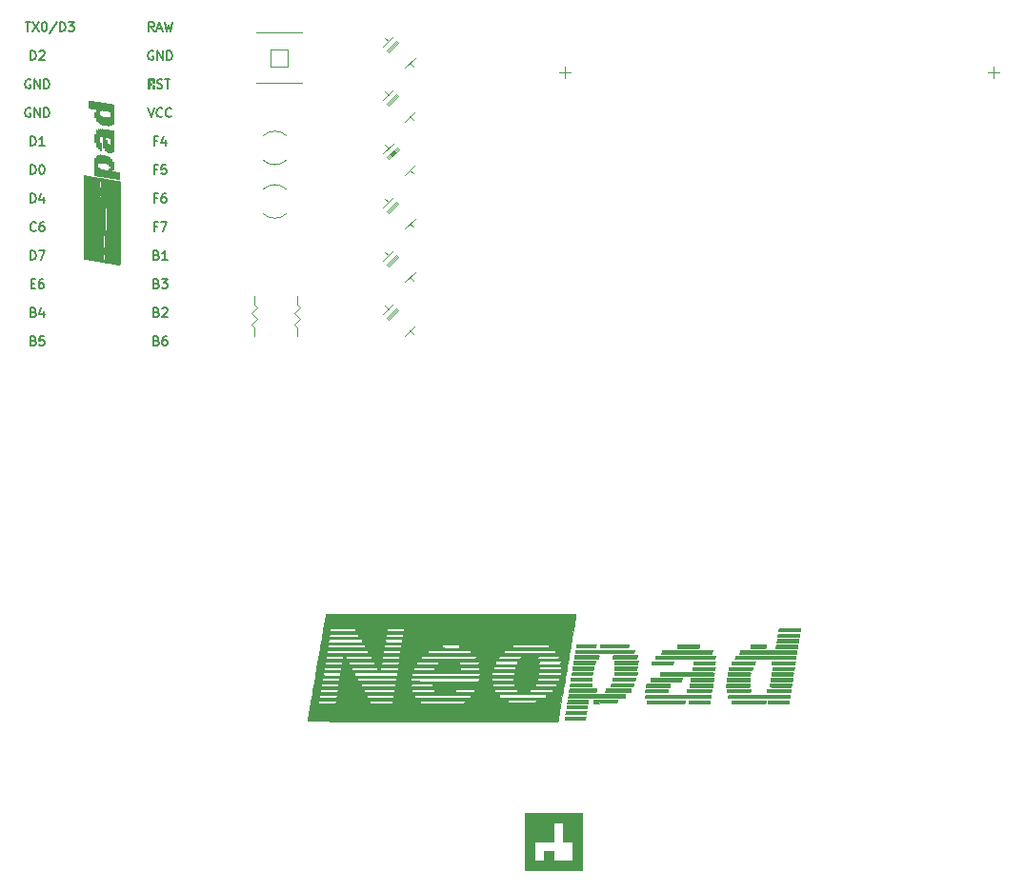
<source format=gbr>
%TF.GenerationSoftware,KiCad,Pcbnew,(5.1.9)-1*%
%TF.CreationDate,2021-06-03T20:52:14+02:00*%
%TF.ProjectId,Neopad,4e656f70-6164-42e6-9b69-6361645f7063,rev?*%
%TF.SameCoordinates,Original*%
%TF.FileFunction,Legend,Top*%
%TF.FilePolarity,Positive*%
%FSLAX46Y46*%
G04 Gerber Fmt 4.6, Leading zero omitted, Abs format (unit mm)*
G04 Created by KiCad (PCBNEW (5.1.9)-1) date 2021-06-03 20:52:14*
%MOMM*%
%LPD*%
G01*
G04 APERTURE LIST*
%ADD10C,0.120000*%
%ADD11C,0.010000*%
%ADD12C,0.150000*%
G04 APERTURE END LIST*
D10*
%TO.C,R2*%
X68453000Y-83947000D02*
X68199000Y-83693000D01*
X67945000Y-85471000D02*
X68199000Y-85725000D01*
X68453000Y-84963000D02*
X67945000Y-84455000D01*
X67945000Y-84455000D02*
X68453000Y-83947000D01*
X67945000Y-85471000D02*
X68453000Y-84963000D01*
X68199000Y-82931000D02*
X68199000Y-83693000D01*
X68199000Y-86487000D02*
X68199000Y-85725000D01*
%TO.C,R1*%
X64643000Y-83947000D02*
X64389000Y-83693000D01*
X64135000Y-85471000D02*
X64389000Y-85725000D01*
X64643000Y-84963000D02*
X64135000Y-84455000D01*
X64135000Y-84455000D02*
X64643000Y-83947000D01*
X64135000Y-85471000D02*
X64643000Y-84963000D01*
X64389000Y-82931000D02*
X64389000Y-83693000D01*
X64389000Y-86487000D02*
X64389000Y-85725000D01*
D11*
%TO.C,G\u002A\u002A\u002A*%
G36*
X82575485Y-111252004D02*
G01*
X83279060Y-111252017D01*
X83950279Y-111252041D01*
X84589899Y-111252078D01*
X85198674Y-111252130D01*
X85777361Y-111252198D01*
X86326716Y-111252285D01*
X86847493Y-111252392D01*
X87340448Y-111252522D01*
X87806338Y-111252676D01*
X88245917Y-111252856D01*
X88659942Y-111253065D01*
X89049168Y-111253303D01*
X89414351Y-111253573D01*
X89756246Y-111253877D01*
X90075610Y-111254216D01*
X90373197Y-111254593D01*
X90649763Y-111255010D01*
X90906064Y-111255468D01*
X91142856Y-111255969D01*
X91360894Y-111256515D01*
X91560934Y-111257109D01*
X91743731Y-111257751D01*
X91910042Y-111258444D01*
X92060622Y-111259190D01*
X92196226Y-111259991D01*
X92317610Y-111260848D01*
X92425530Y-111261763D01*
X92520741Y-111262739D01*
X92604000Y-111263777D01*
X92676061Y-111264879D01*
X92737681Y-111266047D01*
X92789614Y-111267283D01*
X92832617Y-111268589D01*
X92867446Y-111269967D01*
X92894856Y-111271418D01*
X92915602Y-111272945D01*
X92930440Y-111274549D01*
X92940126Y-111276233D01*
X92945416Y-111277997D01*
X92947065Y-111279845D01*
X92947066Y-111279898D01*
X92944270Y-111298129D01*
X92936066Y-111348111D01*
X92922732Y-111428209D01*
X92904546Y-111536788D01*
X92881785Y-111672213D01*
X92854727Y-111832849D01*
X92823649Y-112017061D01*
X92788830Y-112223214D01*
X92750548Y-112449674D01*
X92709078Y-112694804D01*
X92664701Y-112956970D01*
X92617692Y-113234538D01*
X92568330Y-113525871D01*
X92516892Y-113829335D01*
X92463657Y-114143296D01*
X92408901Y-114466117D01*
X92352903Y-114796165D01*
X92295939Y-115131803D01*
X92238289Y-115471398D01*
X92180229Y-115813314D01*
X92122037Y-116155915D01*
X92063991Y-116497568D01*
X92006368Y-116836637D01*
X91949446Y-117171486D01*
X91893504Y-117500482D01*
X91838817Y-117821989D01*
X91785665Y-118134372D01*
X91734325Y-118435995D01*
X91685074Y-118725225D01*
X91638190Y-119000426D01*
X91593951Y-119259963D01*
X91552635Y-119502201D01*
X91514519Y-119725505D01*
X91479880Y-119928240D01*
X91448998Y-120108771D01*
X91422148Y-120265463D01*
X91399609Y-120396681D01*
X91381659Y-120500790D01*
X91368575Y-120576155D01*
X91360774Y-120620367D01*
X91334097Y-120768533D01*
X80227982Y-120768533D01*
X79491172Y-120768529D01*
X78787474Y-120768516D01*
X78116132Y-120768491D01*
X77476392Y-120768454D01*
X76867499Y-120768401D01*
X76288698Y-120768331D01*
X75739233Y-120768243D01*
X75218349Y-120768134D01*
X74725292Y-120768002D01*
X74259307Y-120767846D01*
X73819638Y-120767664D01*
X73405530Y-120767453D01*
X73016230Y-120767213D01*
X72650980Y-120766940D01*
X72309027Y-120766634D01*
X71989616Y-120766291D01*
X71691991Y-120765912D01*
X71415397Y-120765493D01*
X71159080Y-120765032D01*
X70922284Y-120764528D01*
X70704255Y-120763979D01*
X70504237Y-120763383D01*
X70321475Y-120762738D01*
X70155215Y-120762042D01*
X70004700Y-120761294D01*
X69869178Y-120760491D01*
X69747891Y-120759632D01*
X69640086Y-120758714D01*
X69545007Y-120757736D01*
X69461900Y-120756696D01*
X69390008Y-120755592D01*
X69328578Y-120754422D01*
X69276854Y-120753185D01*
X69234081Y-120751877D01*
X69199505Y-120750499D01*
X69172370Y-120749046D01*
X69151920Y-120747519D01*
X69137402Y-120745914D01*
X69128060Y-120744231D01*
X69123139Y-120742466D01*
X69121866Y-120740827D01*
X69124675Y-120722018D01*
X69132948Y-120671162D01*
X69146461Y-120589599D01*
X69164985Y-120478668D01*
X69188295Y-120339708D01*
X69216164Y-120174057D01*
X69248365Y-119983055D01*
X69284672Y-119768040D01*
X69324857Y-119530351D01*
X69368694Y-119271328D01*
X69384706Y-119176800D01*
X70058327Y-119176800D01*
X70834697Y-119176800D01*
X70993201Y-119176687D01*
X71140832Y-119176364D01*
X71274240Y-119175853D01*
X71390078Y-119175177D01*
X71484998Y-119174361D01*
X71555652Y-119173426D01*
X71598691Y-119172396D01*
X71611067Y-119171443D01*
X71613508Y-119153460D01*
X74614214Y-119153460D01*
X74618584Y-119158688D01*
X74630197Y-119163045D01*
X74651535Y-119166594D01*
X74685081Y-119169396D01*
X74733317Y-119171514D01*
X74798725Y-119173011D01*
X74883788Y-119173948D01*
X74990987Y-119174389D01*
X75122806Y-119174394D01*
X75281726Y-119174027D01*
X75470230Y-119173349D01*
X75626850Y-119172699D01*
X75657724Y-119172567D01*
X79096014Y-119172567D01*
X79102118Y-119175906D01*
X79121592Y-119178898D01*
X79155973Y-119181559D01*
X79206797Y-119183906D01*
X79275602Y-119185955D01*
X79363923Y-119187723D01*
X79473297Y-119189226D01*
X79605262Y-119190482D01*
X79761353Y-119191505D01*
X79943107Y-119192314D01*
X80152061Y-119192923D01*
X80389752Y-119193351D01*
X80657717Y-119193613D01*
X80957491Y-119193726D01*
X81066382Y-119193734D01*
X83037164Y-119193734D01*
X83043254Y-119142934D01*
X86883399Y-119142934D01*
X89387164Y-119142934D01*
X89398588Y-119045567D01*
X89406350Y-118986767D01*
X89414229Y-118938562D01*
X89418648Y-118918457D01*
X89418924Y-118912851D01*
X89414766Y-118908011D01*
X89403925Y-118903891D01*
X89384152Y-118900447D01*
X89353200Y-118897631D01*
X89308819Y-118895397D01*
X89248761Y-118893700D01*
X89170779Y-118892494D01*
X89072622Y-118891732D01*
X88952044Y-118891369D01*
X88806794Y-118891358D01*
X88634626Y-118891653D01*
X88433291Y-118892209D01*
X88200539Y-118892979D01*
X88178033Y-118893057D01*
X86928780Y-118897400D01*
X86917238Y-118956667D01*
X86905918Y-119016597D01*
X86894708Y-119078518D01*
X86894547Y-119079434D01*
X86883399Y-119142934D01*
X83043254Y-119142934D01*
X83048837Y-119096367D01*
X83056892Y-119035571D01*
X83065104Y-118983485D01*
X83069557Y-118960900D01*
X83078605Y-118922800D01*
X79147045Y-118922800D01*
X79138393Y-118960900D01*
X79116279Y-119060594D01*
X79102353Y-119128975D01*
X79096321Y-119167519D01*
X79096014Y-119172567D01*
X75657724Y-119172567D01*
X76647799Y-119168334D01*
X76658711Y-119100600D01*
X76668817Y-119036898D01*
X76678640Y-118973567D01*
X76679280Y-118969367D01*
X76688937Y-118905867D01*
X75674002Y-118905867D01*
X75492084Y-118905954D01*
X75320620Y-118906204D01*
X75162539Y-118906602D01*
X75020768Y-118907132D01*
X74898237Y-118907779D01*
X74797873Y-118908528D01*
X74722604Y-118909363D01*
X74675359Y-118910268D01*
X74659067Y-118911224D01*
X74656046Y-118933484D01*
X74648392Y-118977710D01*
X74638219Y-119032680D01*
X74627641Y-119087172D01*
X74618770Y-119129964D01*
X74614606Y-119147299D01*
X74614214Y-119153460D01*
X71613508Y-119153460D01*
X71614085Y-119149210D01*
X71621733Y-119105010D01*
X71631898Y-119050065D01*
X71642467Y-118995598D01*
X71651326Y-118952830D01*
X71655485Y-118935500D01*
X71655933Y-118928550D01*
X71650962Y-118922777D01*
X71637743Y-118918073D01*
X71613447Y-118914329D01*
X71575245Y-118911436D01*
X71520309Y-118909285D01*
X71445811Y-118907769D01*
X71348921Y-118906777D01*
X71226810Y-118906202D01*
X71076650Y-118905935D01*
X70895612Y-118905867D01*
X70104645Y-118905867D01*
X70095934Y-118943967D01*
X70088625Y-118981757D01*
X70079135Y-119038226D01*
X70072775Y-119079434D01*
X70058327Y-119176800D01*
X69384706Y-119176800D01*
X69415957Y-118992308D01*
X69465056Y-118702667D01*
X78583754Y-118702667D01*
X83594013Y-118702667D01*
X83603373Y-118651867D01*
X86108129Y-118651867D01*
X90301990Y-118651867D01*
X90320662Y-118544646D01*
X90330468Y-118484088D01*
X90337230Y-118434208D01*
X90339333Y-118409113D01*
X90337666Y-118404920D01*
X90331502Y-118401171D01*
X90319101Y-118397845D01*
X90298722Y-118394922D01*
X90268623Y-118392383D01*
X90227062Y-118390207D01*
X90172300Y-118388375D01*
X90102593Y-118386867D01*
X90016202Y-118385662D01*
X89911384Y-118384741D01*
X89786399Y-118384083D01*
X89639505Y-118383670D01*
X89468961Y-118383480D01*
X89273026Y-118383494D01*
X89049958Y-118383692D01*
X88798016Y-118384054D01*
X88515459Y-118384560D01*
X88244301Y-118385100D01*
X86149270Y-118389400D01*
X86138356Y-118457134D01*
X86128249Y-118520835D01*
X86118426Y-118584167D01*
X86117786Y-118588367D01*
X86108129Y-118651867D01*
X83603373Y-118651867D01*
X83613873Y-118594881D01*
X83624263Y-118534374D01*
X83631451Y-118484641D01*
X83633733Y-118459414D01*
X83631880Y-118455642D01*
X83625261Y-118452226D01*
X83612290Y-118449149D01*
X83591378Y-118446394D01*
X83560937Y-118443943D01*
X83519380Y-118441778D01*
X83465119Y-118439883D01*
X83396565Y-118438239D01*
X83312132Y-118436829D01*
X83210231Y-118435636D01*
X83089274Y-118434641D01*
X82947674Y-118433828D01*
X82783844Y-118433178D01*
X82596194Y-118432674D01*
X82383137Y-118432300D01*
X82143086Y-118432036D01*
X81874452Y-118431866D01*
X81575648Y-118431771D01*
X81245086Y-118431735D01*
X81129484Y-118431734D01*
X78625236Y-118431734D01*
X78615739Y-118486767D01*
X78607367Y-118538629D01*
X78597888Y-118601919D01*
X78594999Y-118622234D01*
X78583754Y-118702667D01*
X69465056Y-118702667D01*
X69466419Y-118694632D01*
X69470801Y-118668800D01*
X70150425Y-118668800D01*
X71693042Y-118668800D01*
X71697796Y-118644659D01*
X74359907Y-118644659D01*
X74361565Y-118649416D01*
X74371935Y-118653491D01*
X74393228Y-118656921D01*
X74427655Y-118659744D01*
X74477424Y-118661998D01*
X74544748Y-118663721D01*
X74631836Y-118664950D01*
X74740899Y-118665723D01*
X74874148Y-118666077D01*
X75033792Y-118666052D01*
X75222042Y-118665683D01*
X75441108Y-118665010D01*
X75532754Y-118664683D01*
X76714953Y-118660334D01*
X76726495Y-118601067D01*
X76737815Y-118541137D01*
X76749025Y-118479215D01*
X76749186Y-118478300D01*
X76760334Y-118414800D01*
X74392508Y-118414800D01*
X74380884Y-118517544D01*
X74373180Y-118576480D01*
X74365155Y-118623688D01*
X74359907Y-118644659D01*
X71697796Y-118644659D01*
X71702213Y-118622234D01*
X71710215Y-118576390D01*
X71719354Y-118516902D01*
X71722414Y-118495234D01*
X71733445Y-118414800D01*
X70962868Y-118414800D01*
X70777950Y-118414932D01*
X70624141Y-118415383D01*
X70498681Y-118416240D01*
X70398813Y-118417589D01*
X70321778Y-118419514D01*
X70264819Y-118422103D01*
X70225177Y-118425441D01*
X70200093Y-118429614D01*
X70186811Y-118434707D01*
X70182982Y-118439057D01*
X70176164Y-118468200D01*
X70168057Y-118518802D01*
X70162049Y-118566057D01*
X70150425Y-118668800D01*
X69470801Y-118668800D01*
X69519854Y-118379637D01*
X69551250Y-118194667D01*
X70227660Y-118194667D01*
X71762821Y-118194667D01*
X74096595Y-118194667D01*
X75442819Y-118194667D01*
X78346159Y-118194667D01*
X80344897Y-118194667D01*
X82241528Y-118194667D01*
X83917928Y-118194667D01*
X83926180Y-118161060D01*
X88838218Y-118161060D01*
X89863801Y-118156697D01*
X90889383Y-118152334D01*
X90907538Y-118021100D01*
X90925692Y-117889867D01*
X89904379Y-117889867D01*
X89721844Y-117889935D01*
X89549729Y-117890132D01*
X89390956Y-117890444D01*
X89248449Y-117890861D01*
X89125130Y-117891370D01*
X89023921Y-117891958D01*
X88947745Y-117892615D01*
X88899524Y-117893327D01*
X88882182Y-117894083D01*
X88882169Y-117894100D01*
X88879210Y-117911576D01*
X88872162Y-117954148D01*
X88862403Y-118013490D01*
X88859745Y-118029697D01*
X88838218Y-118161060D01*
X83926180Y-118161060D01*
X83927284Y-118156567D01*
X83930604Y-118139634D01*
X85700644Y-118139634D01*
X85706924Y-118144187D01*
X85727650Y-118148083D01*
X85764924Y-118151364D01*
X85820848Y-118154074D01*
X85897525Y-118156258D01*
X85997058Y-118157957D01*
X86121548Y-118159217D01*
X86273098Y-118160080D01*
X86453811Y-118160591D01*
X86665789Y-118160793D01*
X86720833Y-118160800D01*
X87742067Y-118160800D01*
X87767910Y-118025203D01*
X87793753Y-117889607D01*
X86768703Y-117893970D01*
X85743652Y-117898334D01*
X85722670Y-118008400D01*
X85711716Y-118068116D01*
X85703750Y-118115791D01*
X85700644Y-118139634D01*
X83930604Y-118139634D01*
X83934901Y-118117721D01*
X83943817Y-118061496D01*
X83948235Y-118029567D01*
X83959830Y-117940667D01*
X82283430Y-117940667D01*
X82271835Y-118029567D01*
X82263335Y-118088418D01*
X82254683Y-118138686D01*
X82250884Y-118156567D01*
X82241528Y-118194667D01*
X80344897Y-118194667D01*
X80354130Y-118139634D01*
X80362928Y-118085720D01*
X80372749Y-118023549D01*
X80374436Y-118012634D01*
X80385510Y-117940667D01*
X79386767Y-117940667D01*
X79174366Y-117940763D01*
X78993404Y-117941090D01*
X78841456Y-117941707D01*
X78716093Y-117942672D01*
X78614890Y-117944043D01*
X78535420Y-117945879D01*
X78475256Y-117948238D01*
X78431972Y-117951178D01*
X78403140Y-117954758D01*
X78386335Y-117959037D01*
X78379129Y-117964072D01*
X78378715Y-117964923D01*
X78371898Y-117994067D01*
X78363790Y-118044669D01*
X78357783Y-118091923D01*
X78346159Y-118194667D01*
X75442819Y-118194667D01*
X75694613Y-118194581D01*
X75914525Y-118194302D01*
X76104539Y-118193796D01*
X76266638Y-118193031D01*
X76402808Y-118191973D01*
X76515031Y-118190591D01*
X76605292Y-118188850D01*
X76675575Y-118186719D01*
X76727864Y-118184164D01*
X76764143Y-118181153D01*
X76786395Y-118177652D01*
X76796606Y-118173629D01*
X76797658Y-118172218D01*
X76803795Y-118144629D01*
X76811403Y-118094504D01*
X76818375Y-118036751D01*
X76830479Y-117923734D01*
X74138796Y-117923734D01*
X74127436Y-118020393D01*
X74119393Y-118081216D01*
X74110953Y-118133494D01*
X74106335Y-118155859D01*
X74096595Y-118194667D01*
X71762821Y-118194667D01*
X71771532Y-118156567D01*
X71778842Y-118118777D01*
X71788331Y-118062307D01*
X71794692Y-118021100D01*
X71809140Y-117923734D01*
X70273978Y-117923734D01*
X70265267Y-117961834D01*
X70257958Y-117999624D01*
X70248469Y-118056093D01*
X70242108Y-118097300D01*
X70227660Y-118194667D01*
X69551250Y-118194667D01*
X69576033Y-118048663D01*
X69634638Y-117703600D01*
X78278954Y-117703600D01*
X80209354Y-117703600D01*
X80219721Y-117629447D01*
X85553188Y-117629447D01*
X85557825Y-117634773D01*
X85569970Y-117639225D01*
X85592164Y-117642879D01*
X85626947Y-117645815D01*
X85676861Y-117648110D01*
X85744444Y-117649842D01*
X85832238Y-117651089D01*
X85942783Y-117651930D01*
X86078619Y-117652443D01*
X86242287Y-117652705D01*
X86436328Y-117652795D01*
X86517561Y-117652800D01*
X87490205Y-117652800D01*
X87492161Y-117640100D01*
X89340680Y-117640100D01*
X89357027Y-117642466D01*
X89404196Y-117644688D01*
X89479141Y-117646726D01*
X89578819Y-117648539D01*
X89700184Y-117650084D01*
X89840191Y-117651321D01*
X89995797Y-117652209D01*
X90163955Y-117652706D01*
X90277902Y-117652800D01*
X91215538Y-117652800D01*
X91226623Y-117580834D01*
X91236347Y-117519979D01*
X91246070Y-117462475D01*
X91247605Y-117453834D01*
X91257502Y-117398800D01*
X89391712Y-117398800D01*
X89383059Y-117436900D01*
X89364694Y-117519244D01*
X89350721Y-117584849D01*
X89342423Y-117627576D01*
X89340680Y-117640100D01*
X87492161Y-117640100D01*
X87501290Y-117580834D01*
X87511014Y-117519979D01*
X87520737Y-117462475D01*
X87522272Y-117453834D01*
X87532169Y-117398800D01*
X85584969Y-117398800D01*
X85573545Y-117496167D01*
X85565790Y-117554940D01*
X85557927Y-117603095D01*
X85553519Y-117623167D01*
X85553188Y-117629447D01*
X80219721Y-117629447D01*
X80220599Y-117623167D01*
X80229677Y-117561051D01*
X80238809Y-117502786D01*
X80241339Y-117487700D01*
X80250836Y-117432667D01*
X78320436Y-117432667D01*
X78310939Y-117487700D01*
X78302567Y-117539562D01*
X78293088Y-117602852D01*
X78290199Y-117623167D01*
X78278954Y-117703600D01*
X69634638Y-117703600D01*
X69634732Y-117703049D01*
X69637457Y-117687011D01*
X70303366Y-117687011D01*
X70332274Y-117686847D01*
X73850167Y-117686847D01*
X75367123Y-117682524D01*
X76884079Y-117678200D01*
X76905062Y-117568134D01*
X76916016Y-117508418D01*
X76923983Y-117460743D01*
X76927089Y-117436900D01*
X76921001Y-117433118D01*
X76901177Y-117429785D01*
X76865874Y-117426876D01*
X76813348Y-117424367D01*
X76741854Y-117422233D01*
X76649650Y-117420450D01*
X76534991Y-117418994D01*
X76396132Y-117417840D01*
X76231331Y-117416964D01*
X76038843Y-117416341D01*
X75816924Y-117415948D01*
X75563831Y-117415759D01*
X75412600Y-117415734D01*
X75189267Y-117415872D01*
X74975857Y-117416274D01*
X74774764Y-117416920D01*
X74588386Y-117417790D01*
X74419120Y-117418863D01*
X74269360Y-117420119D01*
X74141505Y-117421539D01*
X74037949Y-117423101D01*
X73961090Y-117424788D01*
X73913324Y-117426577D01*
X73897047Y-117428434D01*
X73894062Y-117450206D01*
X73886208Y-117495868D01*
X73875102Y-117556069D01*
X73873597Y-117563990D01*
X73850167Y-117686847D01*
X70332274Y-117686847D01*
X71079842Y-117682606D01*
X71856319Y-117678200D01*
X71892625Y-117415734D01*
X70344912Y-117415734D01*
X70333668Y-117496167D01*
X70324580Y-117558339D01*
X70315428Y-117616708D01*
X70312895Y-117631806D01*
X70303366Y-117687011D01*
X69637457Y-117687011D01*
X69695723Y-117344134D01*
X69724831Y-117172924D01*
X70380850Y-117172924D01*
X70385829Y-117178701D01*
X70399064Y-117183407D01*
X70423385Y-117187152D01*
X70461625Y-117190044D01*
X70516614Y-117192193D01*
X70591185Y-117193707D01*
X70688169Y-117194696D01*
X70810398Y-117195268D01*
X70960703Y-117195533D01*
X71141917Y-117195600D01*
X71928954Y-117195600D01*
X71931457Y-117177695D01*
X73524533Y-117177695D01*
X73537752Y-117180941D01*
X73577875Y-117183841D01*
X73645602Y-117186403D01*
X73741636Y-117188634D01*
X73866677Y-117190541D01*
X74021425Y-117192133D01*
X74206582Y-117193415D01*
X74422847Y-117194395D01*
X74670923Y-117195081D01*
X74951510Y-117195480D01*
X75243267Y-117195600D01*
X75481417Y-117195559D01*
X75709806Y-117195441D01*
X75926183Y-117195250D01*
X76128295Y-117194992D01*
X76313890Y-117194673D01*
X76333464Y-117194629D01*
X78248933Y-117194629D01*
X78261822Y-117197097D01*
X78300864Y-117199369D01*
X78366627Y-117201447D01*
X78459675Y-117203336D01*
X78580577Y-117205037D01*
X78729896Y-117206556D01*
X78908200Y-117207894D01*
X79116055Y-117209056D01*
X79354027Y-117210044D01*
X79622681Y-117210863D01*
X79922585Y-117211515D01*
X80254303Y-117212003D01*
X80618402Y-117212332D01*
X81015449Y-117212504D01*
X81280000Y-117212534D01*
X81597696Y-117212510D01*
X81906180Y-117212442D01*
X82203757Y-117212331D01*
X82488733Y-117212180D01*
X82759412Y-117211992D01*
X83014099Y-117211767D01*
X83251098Y-117211510D01*
X83468715Y-117211222D01*
X83665254Y-117210905D01*
X83839021Y-117210563D01*
X83988320Y-117210197D01*
X84111456Y-117209809D01*
X84206734Y-117209403D01*
X84272459Y-117208980D01*
X84306936Y-117208543D01*
X84311964Y-117208300D01*
X84314923Y-117190824D01*
X84316935Y-117178667D01*
X85441754Y-117178667D01*
X87405503Y-117178667D01*
X87408311Y-117157500D01*
X89510644Y-117157500D01*
X89516958Y-117162176D01*
X89537838Y-117166156D01*
X89575441Y-117169489D01*
X89631925Y-117172222D01*
X89709450Y-117174401D01*
X89810174Y-117176076D01*
X89936256Y-117177292D01*
X90089853Y-117178098D01*
X90273124Y-117178540D01*
X90474800Y-117178667D01*
X90652087Y-117178451D01*
X90818846Y-117177828D01*
X90972074Y-117176839D01*
X91108769Y-117175523D01*
X91225927Y-117173920D01*
X91320545Y-117172068D01*
X91389621Y-117170008D01*
X91430152Y-117167779D01*
X91440020Y-117165967D01*
X91443004Y-117144195D01*
X91450858Y-117098532D01*
X91461965Y-117038325D01*
X91463479Y-117030362D01*
X91486918Y-116907458D01*
X89553652Y-116916200D01*
X89532670Y-117026267D01*
X89521716Y-117085982D01*
X89513750Y-117133658D01*
X89510644Y-117157500D01*
X87408311Y-117157500D01*
X87417050Y-117091626D01*
X87425825Y-117030325D01*
X87434798Y-116974964D01*
X87438281Y-116956159D01*
X87447967Y-116907734D01*
X85483236Y-116907734D01*
X85473739Y-116962767D01*
X85465367Y-117014629D01*
X85455888Y-117077919D01*
X85452999Y-117098234D01*
X85441754Y-117178667D01*
X84316935Y-117178667D01*
X84321971Y-117148257D01*
X84331728Y-117088928D01*
X84334368Y-117072834D01*
X84355874Y-116941600D01*
X78287763Y-116941600D01*
X78268348Y-117059162D01*
X78258657Y-117120250D01*
X78251698Y-117168705D01*
X78248936Y-117194311D01*
X78248933Y-117194629D01*
X76333464Y-117194629D01*
X76480718Y-117194298D01*
X76626526Y-117193873D01*
X76749062Y-117193404D01*
X76846074Y-117192895D01*
X76915311Y-117192353D01*
X76954521Y-117191783D01*
X76962897Y-117191367D01*
X76965857Y-117173891D01*
X76972904Y-117131323D01*
X76982662Y-117071994D01*
X76985301Y-117055900D01*
X77006807Y-116924667D01*
X73563363Y-116924667D01*
X73543948Y-117042229D01*
X73534257Y-117103317D01*
X73527298Y-117151772D01*
X73524536Y-117177378D01*
X73524533Y-117177695D01*
X71931457Y-117177695D01*
X71940199Y-117115167D01*
X71949277Y-117053051D01*
X71958409Y-116994786D01*
X71960939Y-116979700D01*
X71970436Y-116924667D01*
X70430139Y-116924667D01*
X70410038Y-117030500D01*
X70398084Y-117091018D01*
X70387374Y-117141119D01*
X70381293Y-117165967D01*
X70380850Y-117172924D01*
X69724831Y-117172924D01*
X69758779Y-116973255D01*
X69808309Y-116682084D01*
X70464591Y-116682084D01*
X70467635Y-116687497D01*
X70482999Y-116692003D01*
X70513250Y-116695678D01*
X70560956Y-116698598D01*
X70628685Y-116700838D01*
X70719004Y-116702474D01*
X70834481Y-116703582D01*
X70977682Y-116704236D01*
X71151177Y-116704512D01*
X71227932Y-116704534D01*
X71999888Y-116704534D01*
X73257534Y-116704534D01*
X77042764Y-116704534D01*
X77042880Y-116703562D01*
X78333600Y-116703562D01*
X78346488Y-116706031D01*
X78385531Y-116708302D01*
X78451294Y-116710381D01*
X78544343Y-116712269D01*
X78665245Y-116713971D01*
X78814565Y-116715490D01*
X78992871Y-116716828D01*
X79200727Y-116717990D01*
X79438700Y-116718978D01*
X79707356Y-116719796D01*
X80007262Y-116720448D01*
X80338983Y-116720937D01*
X80703085Y-116721265D01*
X81100135Y-116721437D01*
X81364344Y-116721467D01*
X84395088Y-116721467D01*
X84403740Y-116683367D01*
X84406557Y-116670667D01*
X85441831Y-116670667D01*
X87473928Y-116670667D01*
X89579462Y-116670667D01*
X90594398Y-116670667D01*
X90776316Y-116670580D01*
X90947780Y-116670330D01*
X91105861Y-116669932D01*
X91247631Y-116669402D01*
X91370163Y-116668755D01*
X91470527Y-116668006D01*
X91545796Y-116667171D01*
X91593040Y-116666266D01*
X91609333Y-116665310D01*
X91612354Y-116643050D01*
X91620008Y-116598824D01*
X91630180Y-116543854D01*
X91640759Y-116489362D01*
X91649630Y-116446570D01*
X91653794Y-116429234D01*
X91654185Y-116423073D01*
X91649816Y-116417845D01*
X91638203Y-116413488D01*
X91616865Y-116409940D01*
X91583319Y-116407138D01*
X91535083Y-116405019D01*
X91469675Y-116403523D01*
X91384612Y-116402585D01*
X91277412Y-116402145D01*
X91145594Y-116402140D01*
X90986673Y-116402507D01*
X90798170Y-116403184D01*
X90641550Y-116403834D01*
X89620601Y-116408200D01*
X89609689Y-116475934D01*
X89599582Y-116539635D01*
X89589759Y-116602967D01*
X89589119Y-116607167D01*
X89579462Y-116670667D01*
X87473928Y-116670667D01*
X87483668Y-116631859D01*
X87491084Y-116593442D01*
X87499653Y-116536518D01*
X87504769Y-116496393D01*
X87516129Y-116399734D01*
X85483312Y-116399734D01*
X85472068Y-116480167D01*
X85462990Y-116542283D01*
X85453857Y-116600548D01*
X85451327Y-116615634D01*
X85441831Y-116670667D01*
X84406557Y-116670667D01*
X84425854Y-116583673D01*
X84439780Y-116515292D01*
X84445812Y-116476748D01*
X84446119Y-116471700D01*
X84440147Y-116468985D01*
X84421291Y-116466497D01*
X84388305Y-116464228D01*
X84339945Y-116462169D01*
X84274967Y-116460312D01*
X84192127Y-116458647D01*
X84090178Y-116457166D01*
X83967878Y-116455860D01*
X83823981Y-116454721D01*
X83657243Y-116453739D01*
X83466419Y-116452907D01*
X83250264Y-116452216D01*
X83007535Y-116451656D01*
X82736986Y-116451220D01*
X82437372Y-116450899D01*
X82107450Y-116450683D01*
X81745975Y-116450564D01*
X81409481Y-116450534D01*
X78372430Y-116450534D01*
X78353015Y-116568095D01*
X78343324Y-116629183D01*
X78336365Y-116677639D01*
X78333603Y-116703244D01*
X78333600Y-116703562D01*
X77042880Y-116703562D01*
X77054437Y-116607167D01*
X77062492Y-116546371D01*
X77070704Y-116494285D01*
X77075157Y-116471700D01*
X77084205Y-116433600D01*
X75194302Y-116433600D01*
X74944379Y-116433712D01*
X74704127Y-116434036D01*
X74475693Y-116434559D01*
X74261223Y-116435267D01*
X74062861Y-116436145D01*
X73882755Y-116437178D01*
X73723050Y-116438352D01*
X73585892Y-116439652D01*
X73473428Y-116441065D01*
X73387802Y-116442576D01*
X73331162Y-116444170D01*
X73305652Y-116445833D01*
X73304380Y-116446300D01*
X73301396Y-116468074D01*
X73293542Y-116513734D01*
X73282438Y-116573923D01*
X73280947Y-116581767D01*
X73257534Y-116704534D01*
X71999888Y-116704534D01*
X72007896Y-116666434D01*
X72019339Y-116610680D01*
X72031288Y-116550447D01*
X72041849Y-116495542D01*
X72049133Y-116455772D01*
X72051333Y-116441233D01*
X72034958Y-116439676D01*
X71988062Y-116438225D01*
X71913994Y-116436913D01*
X71816100Y-116435774D01*
X71697726Y-116434841D01*
X71562220Y-116434146D01*
X71412928Y-116433723D01*
X71274373Y-116433600D01*
X70497412Y-116433600D01*
X70485309Y-116546618D01*
X70477879Y-116607740D01*
X70470311Y-116656850D01*
X70464591Y-116682084D01*
X69808309Y-116682084D01*
X69823675Y-116591754D01*
X69887996Y-116213815D01*
X70539563Y-116213815D01*
X70545489Y-116213781D01*
X78486000Y-116213781D01*
X78502779Y-116217703D01*
X78552509Y-116221129D01*
X78634277Y-116224043D01*
X78747170Y-116226430D01*
X78890276Y-116228272D01*
X79062681Y-116229554D01*
X79263473Y-116230259D01*
X79417333Y-116230400D01*
X82630764Y-116230400D01*
X84375031Y-116230400D01*
X84384527Y-116175367D01*
X84387036Y-116159821D01*
X85614933Y-116159821D01*
X85623639Y-116164275D01*
X85650980Y-116168078D01*
X85698792Y-116171267D01*
X85768911Y-116173878D01*
X85863172Y-116175950D01*
X85983410Y-116177519D01*
X86131462Y-116178623D01*
X86309163Y-116179299D01*
X86518349Y-116179585D01*
X86586764Y-116179600D01*
X87558595Y-116179600D01*
X89658098Y-116179600D01*
X91591755Y-116179600D01*
X91600407Y-116141500D01*
X91618773Y-116059157D01*
X91632745Y-115993551D01*
X91641043Y-115950824D01*
X91642786Y-115938300D01*
X91626428Y-115935976D01*
X91579194Y-115933789D01*
X91504073Y-115931779D01*
X91404054Y-115929984D01*
X91282128Y-115928444D01*
X91141284Y-115927197D01*
X90984512Y-115926283D01*
X90814802Y-115925740D01*
X90670674Y-115925600D01*
X90464338Y-115925650D01*
X90289283Y-115925852D01*
X90142921Y-115926284D01*
X90022667Y-115927024D01*
X89925935Y-115928151D01*
X89850139Y-115929742D01*
X89792691Y-115931876D01*
X89751007Y-115934630D01*
X89722499Y-115938083D01*
X89704582Y-115942313D01*
X89694669Y-115947398D01*
X89690174Y-115953416D01*
X89689547Y-115955234D01*
X89682878Y-115987936D01*
X89674822Y-116040734D01*
X89669521Y-116082234D01*
X89658098Y-116179600D01*
X87558595Y-116179600D01*
X87567951Y-116141500D01*
X87575568Y-116102654D01*
X87584483Y-116046429D01*
X87588901Y-116014500D01*
X87600496Y-115925600D01*
X85652276Y-115925600D01*
X85633605Y-116032821D01*
X85623876Y-116091607D01*
X85617121Y-116137992D01*
X85614933Y-116159821D01*
X84387036Y-116159821D01*
X84392900Y-116123505D01*
X84402378Y-116060215D01*
X84405268Y-116039900D01*
X84416512Y-115959467D01*
X82672205Y-115959467D01*
X82663157Y-115997567D01*
X82656118Y-116035455D01*
X82647705Y-116092066D01*
X82642437Y-116133034D01*
X82630764Y-116230400D01*
X79417333Y-116230400D01*
X79591398Y-116230176D01*
X79754880Y-116229532D01*
X79904724Y-116228510D01*
X80037871Y-116227150D01*
X80151265Y-116225496D01*
X80241850Y-116223588D01*
X80306567Y-116221469D01*
X80342361Y-116219179D01*
X80348686Y-116217700D01*
X80351671Y-116195926D01*
X80359524Y-116150267D01*
X80370628Y-116090077D01*
X80372119Y-116082234D01*
X80395532Y-115959467D01*
X78526760Y-115959467D01*
X78506380Y-116078314D01*
X78496273Y-116139454D01*
X78488982Y-116187765D01*
X78486008Y-116213254D01*
X78486000Y-116213781D01*
X70545489Y-116213781D01*
X71307682Y-116209408D01*
X72075801Y-116205000D01*
X72077846Y-116192300D01*
X73017577Y-116192300D01*
X73023796Y-116196623D01*
X73044239Y-116200355D01*
X73080903Y-116203533D01*
X73135783Y-116206194D01*
X73210874Y-116208375D01*
X73308173Y-116210114D01*
X73429675Y-116211447D01*
X73577376Y-116212412D01*
X73753271Y-116213045D01*
X73959357Y-116213383D01*
X74157697Y-116213467D01*
X75298862Y-116213467D01*
X75569795Y-116213467D01*
X77126670Y-116213467D01*
X77138031Y-116116808D01*
X77146073Y-116055984D01*
X77154513Y-116003707D01*
X77159131Y-115981341D01*
X77168871Y-115942534D01*
X75611235Y-115942534D01*
X75599562Y-116039900D01*
X75591508Y-116100696D01*
X75583295Y-116152782D01*
X75578842Y-116175367D01*
X75569795Y-116213467D01*
X75298862Y-116213467D01*
X75307909Y-116175367D01*
X75314946Y-116137492D01*
X75323360Y-116080877D01*
X75328644Y-116039780D01*
X75340332Y-115942294D01*
X73060586Y-115951000D01*
X73039604Y-116061067D01*
X73028650Y-116120782D01*
X73020684Y-116168458D01*
X73017577Y-116192300D01*
X72077846Y-116192300D01*
X72086712Y-116137267D01*
X72096818Y-116073565D01*
X72106640Y-116010233D01*
X72107280Y-116006034D01*
X72116937Y-115942534D01*
X70581805Y-115942534D01*
X70572065Y-115981341D01*
X70564654Y-116019738D01*
X70556084Y-116076669D01*
X70550944Y-116116982D01*
X70539563Y-116213815D01*
X69887996Y-116213815D01*
X69890183Y-116200967D01*
X69926200Y-115989419D01*
X69968779Y-115739334D01*
X78736328Y-115739334D01*
X79701552Y-115739334D01*
X82546328Y-115739334D01*
X84306404Y-115739334D01*
X84312374Y-115688534D01*
X85769462Y-115688534D01*
X87710897Y-115688534D01*
X89640833Y-115688534D01*
X91588498Y-115688534D01*
X91600171Y-115591167D01*
X91608225Y-115530371D01*
X91616438Y-115478285D01*
X91620891Y-115455700D01*
X91629938Y-115417600D01*
X89683296Y-115417600D01*
X89671750Y-115504641D01*
X89662975Y-115565942D01*
X89654002Y-115621303D01*
X89650518Y-115640108D01*
X89640833Y-115688534D01*
X87710897Y-115688534D01*
X87720394Y-115633500D01*
X87728761Y-115581670D01*
X87738242Y-115518367D01*
X87741155Y-115497894D01*
X87752420Y-115417321D01*
X85810600Y-115426067D01*
X85799688Y-115493800D01*
X85789582Y-115557502D01*
X85779759Y-115620834D01*
X85779119Y-115625034D01*
X85769462Y-115688534D01*
X84312374Y-115688534D01*
X84317764Y-115642674D01*
X84325807Y-115581851D01*
X84334246Y-115529573D01*
X84338865Y-115507208D01*
X84348605Y-115468400D01*
X82588529Y-115468400D01*
X82577169Y-115565059D01*
X82569126Y-115625883D01*
X82560687Y-115678160D01*
X82556068Y-115700526D01*
X82546328Y-115739334D01*
X79701552Y-115739334D01*
X79912735Y-115739208D01*
X80092382Y-115738795D01*
X80242826Y-115738042D01*
X80366397Y-115736894D01*
X80465427Y-115735297D01*
X80542247Y-115733199D01*
X80599187Y-115730545D01*
X80638579Y-115727281D01*
X80662755Y-115723354D01*
X80674044Y-115718711D01*
X80675391Y-115716884D01*
X80681529Y-115689296D01*
X80689137Y-115639170D01*
X80696109Y-115581418D01*
X80708212Y-115468400D01*
X78778529Y-115468400D01*
X78767169Y-115565059D01*
X78759126Y-115625883D01*
X78750687Y-115678160D01*
X78746068Y-115700526D01*
X78736328Y-115739334D01*
X69968779Y-115739334D01*
X69974546Y-115705467D01*
X70624570Y-115705467D01*
X72149956Y-115705467D01*
X72775092Y-115705467D01*
X75044159Y-115705467D01*
X75046396Y-115685687D01*
X75675067Y-115685687D01*
X75684025Y-115690685D01*
X75712255Y-115694856D01*
X75761793Y-115698252D01*
X75834673Y-115700925D01*
X75932928Y-115702930D01*
X76058594Y-115704319D01*
X76213704Y-115705145D01*
X76400294Y-115705460D01*
X76435721Y-115705467D01*
X77196376Y-115705467D01*
X77205546Y-115658900D01*
X77213548Y-115613056D01*
X77222687Y-115553568D01*
X77225748Y-115531900D01*
X77236779Y-115451467D01*
X75712410Y-115451467D01*
X75693738Y-115558687D01*
X75684009Y-115617474D01*
X75677255Y-115663859D01*
X75675067Y-115685687D01*
X75046396Y-115685687D01*
X75055783Y-115602723D01*
X75063479Y-115543813D01*
X75071484Y-115496654D01*
X75076715Y-115475723D01*
X75074967Y-115470881D01*
X75064236Y-115466713D01*
X75042274Y-115463171D01*
X75006833Y-115460206D01*
X74955666Y-115457771D01*
X74886524Y-115455816D01*
X74797160Y-115454293D01*
X74685325Y-115453154D01*
X74548772Y-115452351D01*
X74385253Y-115451834D01*
X74192520Y-115451556D01*
X73968325Y-115451467D01*
X73951490Y-115451467D01*
X73724190Y-115451550D01*
X73528478Y-115451830D01*
X73362076Y-115452356D01*
X73222706Y-115453177D01*
X73108090Y-115454340D01*
X73015949Y-115455894D01*
X72944006Y-115457887D01*
X72889982Y-115460368D01*
X72851598Y-115463384D01*
X72826578Y-115466985D01*
X72812642Y-115471218D01*
X72807648Y-115475723D01*
X72800831Y-115504867D01*
X72792724Y-115555469D01*
X72786716Y-115602723D01*
X72775092Y-115705467D01*
X72149956Y-115705467D01*
X72161030Y-115633500D01*
X72170581Y-115572656D01*
X72179894Y-115515158D01*
X72181336Y-115506500D01*
X72190569Y-115451467D01*
X70666471Y-115451467D01*
X70657116Y-115489567D01*
X70649498Y-115528413D01*
X70640583Y-115584638D01*
X70636165Y-115616567D01*
X70624570Y-115705467D01*
X69974546Y-115705467D01*
X69993442Y-115594491D01*
X70055267Y-115231334D01*
X70692897Y-115231334D01*
X71455641Y-115231334D01*
X72513660Y-115231334D01*
X74790862Y-115231334D01*
X75730993Y-115231334D01*
X77262898Y-115231334D01*
X79158970Y-115231334D01*
X84052703Y-115231334D01*
X84058115Y-115189834D01*
X86089067Y-115189834D01*
X86105501Y-115191231D01*
X86152810Y-115192546D01*
X86228000Y-115193754D01*
X86328080Y-115194833D01*
X86450056Y-115195759D01*
X86590936Y-115196509D01*
X86747729Y-115197058D01*
X86917440Y-115197383D01*
X87060921Y-115197467D01*
X87272872Y-115197342D01*
X87453280Y-115196933D01*
X87604469Y-115196186D01*
X87728762Y-115195047D01*
X87828484Y-115193465D01*
X87905956Y-115191384D01*
X87963504Y-115188753D01*
X88003450Y-115185519D01*
X88008216Y-115184767D01*
X89548957Y-115184767D01*
X89563961Y-115187130D01*
X89609818Y-115189350D01*
X89683515Y-115191386D01*
X89782039Y-115193197D01*
X89902377Y-115194743D01*
X90041516Y-115195980D01*
X90196443Y-115196870D01*
X90364144Y-115197370D01*
X90479786Y-115197467D01*
X91418103Y-115197467D01*
X91437518Y-115079905D01*
X91447209Y-115018817D01*
X91454168Y-114970362D01*
X91456930Y-114944756D01*
X91456933Y-114944438D01*
X91443068Y-114940081D01*
X91400933Y-114936361D01*
X91329722Y-114933262D01*
X91228627Y-114930768D01*
X91096840Y-114928863D01*
X90933554Y-114927534D01*
X90737961Y-114926763D01*
X90527130Y-114926534D01*
X89597326Y-114926534D01*
X89576887Y-115049300D01*
X89565960Y-115110802D01*
X89556158Y-115158789D01*
X89549431Y-115183814D01*
X89548957Y-115184767D01*
X88008216Y-115184767D01*
X88028117Y-115181627D01*
X88039830Y-115177025D01*
X88041391Y-115175018D01*
X88047529Y-115147429D01*
X88055137Y-115097304D01*
X88062109Y-115039551D01*
X88074212Y-114926534D01*
X86140512Y-114926534D01*
X86132504Y-114964634D01*
X86121060Y-115020387D01*
X86109112Y-115080620D01*
X86098550Y-115135525D01*
X86091267Y-115175295D01*
X86089067Y-115189834D01*
X84058115Y-115189834D01*
X84064298Y-115142434D01*
X84072798Y-115083582D01*
X84081450Y-115033315D01*
X84085249Y-115015434D01*
X84094605Y-114977334D01*
X79200871Y-114977334D01*
X79191516Y-115015434D01*
X79183898Y-115054280D01*
X79174983Y-115110504D01*
X79170565Y-115142434D01*
X79158970Y-115231334D01*
X77262898Y-115231334D01*
X77274571Y-115133967D01*
X77282625Y-115073171D01*
X77290838Y-115021085D01*
X77295291Y-114998500D01*
X77304338Y-114960400D01*
X75777312Y-114960400D01*
X75768601Y-114998500D01*
X75761291Y-115036290D01*
X75751802Y-115092760D01*
X75745441Y-115133967D01*
X75730993Y-115231334D01*
X74790862Y-115231334D01*
X74799909Y-115193234D01*
X74806949Y-115155346D01*
X74815362Y-115098734D01*
X74820629Y-115057767D01*
X74832302Y-114960400D01*
X72559978Y-114960400D01*
X72551267Y-114998500D01*
X72543958Y-115036290D01*
X72534469Y-115092760D01*
X72528108Y-115133967D01*
X72513660Y-115231334D01*
X71455641Y-115231334D01*
X71636630Y-115231264D01*
X71786678Y-115230981D01*
X71908710Y-115230371D01*
X72005651Y-115229323D01*
X72080427Y-115227724D01*
X72135963Y-115225462D01*
X72175184Y-115222424D01*
X72201015Y-115218498D01*
X72216383Y-115213572D01*
X72224211Y-115207533D01*
X72227048Y-115201700D01*
X72233344Y-115174457D01*
X72242882Y-115127367D01*
X72253550Y-115071652D01*
X72263235Y-115018536D01*
X72269825Y-114979239D01*
X72271466Y-114965757D01*
X72255094Y-114964658D01*
X72208220Y-114963635D01*
X72134210Y-114962711D01*
X72036428Y-114961910D01*
X71918240Y-114961255D01*
X71783011Y-114960771D01*
X71634105Y-114960479D01*
X71502923Y-114960400D01*
X70734379Y-114960400D01*
X70723134Y-115040834D01*
X70714056Y-115102950D01*
X70704924Y-115161215D01*
X70702394Y-115176300D01*
X70692897Y-115231334D01*
X70055267Y-115231334D01*
X70059195Y-115208267D01*
X70123231Y-114832079D01*
X70138856Y-114740267D01*
X79786195Y-114740267D01*
X83548421Y-114740267D01*
X83557132Y-114702167D01*
X83559588Y-114689467D01*
X86586622Y-114689467D01*
X91097857Y-114689467D01*
X91116528Y-114582246D01*
X91126258Y-114523447D01*
X91133012Y-114477037D01*
X91135200Y-114455185D01*
X91127202Y-114452210D01*
X91102362Y-114449554D01*
X91059414Y-114447208D01*
X90997089Y-114445163D01*
X90914119Y-114443411D01*
X90809237Y-114441942D01*
X90681174Y-114440749D01*
X90528664Y-114439822D01*
X90350437Y-114439153D01*
X90145227Y-114438733D01*
X89911766Y-114438553D01*
X89648786Y-114438604D01*
X89355018Y-114438878D01*
X89029196Y-114439366D01*
X88879376Y-114439638D01*
X86623553Y-114443933D01*
X86605087Y-114566700D01*
X86586622Y-114689467D01*
X83559588Y-114689467D01*
X83564442Y-114664377D01*
X83573931Y-114607907D01*
X83580292Y-114566700D01*
X83594740Y-114469333D01*
X79828396Y-114469333D01*
X79817036Y-114565993D01*
X79808993Y-114626816D01*
X79800553Y-114679094D01*
X79795935Y-114701459D01*
X79786195Y-114740267D01*
X70138856Y-114740267D01*
X70141680Y-114723678D01*
X75806700Y-114723678D01*
X76583176Y-114719272D01*
X77359652Y-114714867D01*
X77377805Y-114583633D01*
X77395958Y-114452400D01*
X75848245Y-114452400D01*
X75837001Y-114532833D01*
X75827913Y-114595005D01*
X75818761Y-114653374D01*
X75816228Y-114668472D01*
X75806700Y-114723678D01*
X70141680Y-114723678D01*
X70141739Y-114723333D01*
X70770030Y-114723333D01*
X74455221Y-114723333D01*
X74463229Y-114685233D01*
X74474673Y-114629480D01*
X74486621Y-114569247D01*
X74497183Y-114514342D01*
X74504466Y-114474572D01*
X74506667Y-114460033D01*
X74490095Y-114459011D01*
X74441831Y-114458029D01*
X74364047Y-114457097D01*
X74258916Y-114456222D01*
X74128611Y-114455415D01*
X73975307Y-114454684D01*
X73801176Y-114454038D01*
X73608392Y-114453486D01*
X73399128Y-114453037D01*
X73175558Y-114452701D01*
X72939854Y-114452486D01*
X72694190Y-114452401D01*
X72664166Y-114452400D01*
X70821666Y-114452400D01*
X70795848Y-114587867D01*
X70770030Y-114723333D01*
X70141739Y-114723333D01*
X70185325Y-114467257D01*
X70225315Y-114232267D01*
X70854028Y-114232267D01*
X74215283Y-114232267D01*
X75901192Y-114232267D01*
X77432288Y-114232267D01*
X77432423Y-114231295D01*
X81042933Y-114231295D01*
X81057099Y-114236068D01*
X81100135Y-114240070D01*
X81172853Y-114243321D01*
X81276062Y-114245840D01*
X81410572Y-114247645D01*
X81577194Y-114248756D01*
X81776738Y-114249192D01*
X81811477Y-114249200D01*
X82580021Y-114249200D01*
X82584755Y-114215333D01*
X87313896Y-114215333D01*
X90504821Y-114215333D01*
X90516065Y-114134900D01*
X90525143Y-114072784D01*
X90534276Y-114014519D01*
X90536806Y-113999433D01*
X90546302Y-113944400D01*
X87365533Y-113944400D01*
X87339715Y-114079867D01*
X87313896Y-114215333D01*
X82584755Y-114215333D01*
X82591265Y-114168767D01*
X82600343Y-114106651D01*
X82609476Y-114048386D01*
X82612006Y-114033300D01*
X82621502Y-113978267D01*
X81081763Y-113978267D01*
X81062348Y-114095829D01*
X81052657Y-114156917D01*
X81045698Y-114205372D01*
X81042936Y-114230978D01*
X81042933Y-114231295D01*
X77432423Y-114231295D01*
X77443532Y-114151833D01*
X77452610Y-114089717D01*
X77461742Y-114031452D01*
X77464272Y-114016367D01*
X77473769Y-113961333D01*
X76709884Y-113961333D01*
X76552660Y-113961424D01*
X76406304Y-113961684D01*
X76274198Y-113962094D01*
X76159721Y-113962636D01*
X76066255Y-113963290D01*
X75997181Y-113964039D01*
X75955878Y-113964863D01*
X75945103Y-113965567D01*
X75942143Y-113983043D01*
X75935096Y-114025610D01*
X75925338Y-114084939D01*
X75922699Y-114101033D01*
X75901192Y-114232267D01*
X74215283Y-114232267D01*
X74238208Y-114101033D01*
X74261133Y-113969800D01*
X72586227Y-113965484D01*
X72350993Y-113964965D01*
X72125411Y-113964636D01*
X71911778Y-113964492D01*
X71712388Y-113964526D01*
X71529537Y-113964733D01*
X71365521Y-113965106D01*
X71222634Y-113965640D01*
X71103172Y-113966328D01*
X71009430Y-113967164D01*
X70943704Y-113968142D01*
X70908290Y-113969257D01*
X70902565Y-113969924D01*
X70895914Y-113989753D01*
X70886332Y-114034177D01*
X70875705Y-114094270D01*
X70873919Y-114105473D01*
X70854028Y-114232267D01*
X70225315Y-114232267D01*
X70245250Y-114115132D01*
X70302779Y-113777036D01*
X70308875Y-113741200D01*
X70929888Y-113741200D01*
X73960954Y-113741200D01*
X73964092Y-113718751D01*
X75967924Y-113718751D01*
X75970968Y-113724163D01*
X75986332Y-113728669D01*
X76016583Y-113732345D01*
X76064290Y-113735265D01*
X76132019Y-113737505D01*
X76222338Y-113739141D01*
X76337814Y-113740248D01*
X76481016Y-113740902D01*
X76654510Y-113741179D01*
X76731266Y-113741200D01*
X77503221Y-113741200D01*
X77511229Y-113703100D01*
X77522673Y-113647347D01*
X77534621Y-113587114D01*
X77545183Y-113532209D01*
X77552466Y-113492438D01*
X77554667Y-113477900D01*
X77538291Y-113476342D01*
X77491396Y-113474891D01*
X77417328Y-113473580D01*
X77319433Y-113472441D01*
X77201059Y-113471508D01*
X77065553Y-113470813D01*
X76916261Y-113470389D01*
X76777706Y-113470267D01*
X76000745Y-113470267D01*
X75988642Y-113583284D01*
X75981213Y-113644407D01*
X75973644Y-113693517D01*
X75967924Y-113718751D01*
X73964092Y-113718751D01*
X73972199Y-113660767D01*
X73981277Y-113598651D01*
X73990409Y-113540386D01*
X73992939Y-113525300D01*
X74002436Y-113470267D01*
X70971369Y-113470267D01*
X70961872Y-113525300D01*
X70953500Y-113577162D01*
X70944022Y-113640452D01*
X70941132Y-113660767D01*
X70929888Y-113741200D01*
X70308875Y-113741200D01*
X70357686Y-113454299D01*
X70392415Y-113250133D01*
X71014498Y-113250133D01*
X73619667Y-113250133D01*
X73623079Y-113232229D01*
X76047600Y-113232229D01*
X76061765Y-113237001D01*
X76104801Y-113241003D01*
X76177518Y-113244254D01*
X76280725Y-113246773D01*
X76415234Y-113248578D01*
X76581854Y-113249690D01*
X76781395Y-113250125D01*
X76816231Y-113250133D01*
X77584862Y-113250133D01*
X77593909Y-113212033D01*
X77600949Y-113174146D01*
X77609362Y-113117534D01*
X77614629Y-113076567D01*
X77626302Y-112979200D01*
X76086430Y-112979200D01*
X76067015Y-113096762D01*
X76057324Y-113157850D01*
X76050365Y-113206305D01*
X76047603Y-113231911D01*
X76047600Y-113232229D01*
X73623079Y-113232229D01*
X73645485Y-113114667D01*
X73671303Y-112979200D01*
X71055938Y-112979200D01*
X71046891Y-113017300D01*
X71039851Y-113055188D01*
X71031438Y-113111799D01*
X71026171Y-113152767D01*
X71014498Y-113250133D01*
X70392415Y-113250133D01*
X70409746Y-113148254D01*
X70458731Y-112860230D01*
X70478812Y-112742134D01*
X71082462Y-112742134D01*
X73367805Y-112742134D01*
X76127903Y-112742134D01*
X77668825Y-112742134D01*
X77680449Y-112639390D01*
X77688145Y-112580479D01*
X77696151Y-112533321D01*
X77701382Y-112512390D01*
X77699826Y-112506601D01*
X77688516Y-112501789D01*
X77664745Y-112497868D01*
X77625807Y-112494753D01*
X77568996Y-112492356D01*
X77491606Y-112490591D01*
X77390931Y-112489373D01*
X77264266Y-112488615D01*
X77108904Y-112488231D01*
X76940247Y-112488134D01*
X76169805Y-112488134D01*
X76160449Y-112526234D01*
X76152832Y-112565080D01*
X76143916Y-112621304D01*
X76139498Y-112653234D01*
X76127903Y-112742134D01*
X73367805Y-112742134D01*
X73378890Y-112670167D01*
X73388614Y-112609312D01*
X73398337Y-112551808D01*
X73399872Y-112543167D01*
X73409769Y-112488134D01*
X71124363Y-112488134D01*
X71112768Y-112577034D01*
X71104269Y-112635885D01*
X71095616Y-112686152D01*
X71091817Y-112704034D01*
X71082462Y-112742134D01*
X70478812Y-112742134D01*
X70504416Y-112591559D01*
X70546573Y-112343573D01*
X70584978Y-112117601D01*
X70619402Y-111914976D01*
X70649621Y-111737029D01*
X70675407Y-111585090D01*
X70696535Y-111460491D01*
X70712778Y-111364562D01*
X70723910Y-111298636D01*
X70729703Y-111264043D01*
X70730533Y-111258858D01*
X70747319Y-111258480D01*
X70797086Y-111258107D01*
X70878950Y-111257741D01*
X70992025Y-111257380D01*
X71135426Y-111257026D01*
X71308268Y-111256680D01*
X71509666Y-111256341D01*
X71738735Y-111256011D01*
X71994589Y-111255690D01*
X72276344Y-111255379D01*
X72583114Y-111255078D01*
X72914014Y-111254787D01*
X73268160Y-111254508D01*
X73644665Y-111254240D01*
X74042645Y-111253985D01*
X74461215Y-111253742D01*
X74899489Y-111253513D01*
X75356583Y-111253298D01*
X75831610Y-111253097D01*
X76323687Y-111252911D01*
X76831928Y-111252741D01*
X77355448Y-111252587D01*
X77893362Y-111252450D01*
X78444784Y-111252329D01*
X79008829Y-111252227D01*
X79584613Y-111252143D01*
X80171250Y-111252078D01*
X80767855Y-111252032D01*
X81373543Y-111252006D01*
X81838800Y-111252000D01*
X82575485Y-111252004D01*
G37*
X82575485Y-111252004D02*
X83279060Y-111252017D01*
X83950279Y-111252041D01*
X84589899Y-111252078D01*
X85198674Y-111252130D01*
X85777361Y-111252198D01*
X86326716Y-111252285D01*
X86847493Y-111252392D01*
X87340448Y-111252522D01*
X87806338Y-111252676D01*
X88245917Y-111252856D01*
X88659942Y-111253065D01*
X89049168Y-111253303D01*
X89414351Y-111253573D01*
X89756246Y-111253877D01*
X90075610Y-111254216D01*
X90373197Y-111254593D01*
X90649763Y-111255010D01*
X90906064Y-111255468D01*
X91142856Y-111255969D01*
X91360894Y-111256515D01*
X91560934Y-111257109D01*
X91743731Y-111257751D01*
X91910042Y-111258444D01*
X92060622Y-111259190D01*
X92196226Y-111259991D01*
X92317610Y-111260848D01*
X92425530Y-111261763D01*
X92520741Y-111262739D01*
X92604000Y-111263777D01*
X92676061Y-111264879D01*
X92737681Y-111266047D01*
X92789614Y-111267283D01*
X92832617Y-111268589D01*
X92867446Y-111269967D01*
X92894856Y-111271418D01*
X92915602Y-111272945D01*
X92930440Y-111274549D01*
X92940126Y-111276233D01*
X92945416Y-111277997D01*
X92947065Y-111279845D01*
X92947066Y-111279898D01*
X92944270Y-111298129D01*
X92936066Y-111348111D01*
X92922732Y-111428209D01*
X92904546Y-111536788D01*
X92881785Y-111672213D01*
X92854727Y-111832849D01*
X92823649Y-112017061D01*
X92788830Y-112223214D01*
X92750548Y-112449674D01*
X92709078Y-112694804D01*
X92664701Y-112956970D01*
X92617692Y-113234538D01*
X92568330Y-113525871D01*
X92516892Y-113829335D01*
X92463657Y-114143296D01*
X92408901Y-114466117D01*
X92352903Y-114796165D01*
X92295939Y-115131803D01*
X92238289Y-115471398D01*
X92180229Y-115813314D01*
X92122037Y-116155915D01*
X92063991Y-116497568D01*
X92006368Y-116836637D01*
X91949446Y-117171486D01*
X91893504Y-117500482D01*
X91838817Y-117821989D01*
X91785665Y-118134372D01*
X91734325Y-118435995D01*
X91685074Y-118725225D01*
X91638190Y-119000426D01*
X91593951Y-119259963D01*
X91552635Y-119502201D01*
X91514519Y-119725505D01*
X91479880Y-119928240D01*
X91448998Y-120108771D01*
X91422148Y-120265463D01*
X91399609Y-120396681D01*
X91381659Y-120500790D01*
X91368575Y-120576155D01*
X91360774Y-120620367D01*
X91334097Y-120768533D01*
X80227982Y-120768533D01*
X79491172Y-120768529D01*
X78787474Y-120768516D01*
X78116132Y-120768491D01*
X77476392Y-120768454D01*
X76867499Y-120768401D01*
X76288698Y-120768331D01*
X75739233Y-120768243D01*
X75218349Y-120768134D01*
X74725292Y-120768002D01*
X74259307Y-120767846D01*
X73819638Y-120767664D01*
X73405530Y-120767453D01*
X73016230Y-120767213D01*
X72650980Y-120766940D01*
X72309027Y-120766634D01*
X71989616Y-120766291D01*
X71691991Y-120765912D01*
X71415397Y-120765493D01*
X71159080Y-120765032D01*
X70922284Y-120764528D01*
X70704255Y-120763979D01*
X70504237Y-120763383D01*
X70321475Y-120762738D01*
X70155215Y-120762042D01*
X70004700Y-120761294D01*
X69869178Y-120760491D01*
X69747891Y-120759632D01*
X69640086Y-120758714D01*
X69545007Y-120757736D01*
X69461900Y-120756696D01*
X69390008Y-120755592D01*
X69328578Y-120754422D01*
X69276854Y-120753185D01*
X69234081Y-120751877D01*
X69199505Y-120750499D01*
X69172370Y-120749046D01*
X69151920Y-120747519D01*
X69137402Y-120745914D01*
X69128060Y-120744231D01*
X69123139Y-120742466D01*
X69121866Y-120740827D01*
X69124675Y-120722018D01*
X69132948Y-120671162D01*
X69146461Y-120589599D01*
X69164985Y-120478668D01*
X69188295Y-120339708D01*
X69216164Y-120174057D01*
X69248365Y-119983055D01*
X69284672Y-119768040D01*
X69324857Y-119530351D01*
X69368694Y-119271328D01*
X69384706Y-119176800D01*
X70058327Y-119176800D01*
X70834697Y-119176800D01*
X70993201Y-119176687D01*
X71140832Y-119176364D01*
X71274240Y-119175853D01*
X71390078Y-119175177D01*
X71484998Y-119174361D01*
X71555652Y-119173426D01*
X71598691Y-119172396D01*
X71611067Y-119171443D01*
X71613508Y-119153460D01*
X74614214Y-119153460D01*
X74618584Y-119158688D01*
X74630197Y-119163045D01*
X74651535Y-119166594D01*
X74685081Y-119169396D01*
X74733317Y-119171514D01*
X74798725Y-119173011D01*
X74883788Y-119173948D01*
X74990987Y-119174389D01*
X75122806Y-119174394D01*
X75281726Y-119174027D01*
X75470230Y-119173349D01*
X75626850Y-119172699D01*
X75657724Y-119172567D01*
X79096014Y-119172567D01*
X79102118Y-119175906D01*
X79121592Y-119178898D01*
X79155973Y-119181559D01*
X79206797Y-119183906D01*
X79275602Y-119185955D01*
X79363923Y-119187723D01*
X79473297Y-119189226D01*
X79605262Y-119190482D01*
X79761353Y-119191505D01*
X79943107Y-119192314D01*
X80152061Y-119192923D01*
X80389752Y-119193351D01*
X80657717Y-119193613D01*
X80957491Y-119193726D01*
X81066382Y-119193734D01*
X83037164Y-119193734D01*
X83043254Y-119142934D01*
X86883399Y-119142934D01*
X89387164Y-119142934D01*
X89398588Y-119045567D01*
X89406350Y-118986767D01*
X89414229Y-118938562D01*
X89418648Y-118918457D01*
X89418924Y-118912851D01*
X89414766Y-118908011D01*
X89403925Y-118903891D01*
X89384152Y-118900447D01*
X89353200Y-118897631D01*
X89308819Y-118895397D01*
X89248761Y-118893700D01*
X89170779Y-118892494D01*
X89072622Y-118891732D01*
X88952044Y-118891369D01*
X88806794Y-118891358D01*
X88634626Y-118891653D01*
X88433291Y-118892209D01*
X88200539Y-118892979D01*
X88178033Y-118893057D01*
X86928780Y-118897400D01*
X86917238Y-118956667D01*
X86905918Y-119016597D01*
X86894708Y-119078518D01*
X86894547Y-119079434D01*
X86883399Y-119142934D01*
X83043254Y-119142934D01*
X83048837Y-119096367D01*
X83056892Y-119035571D01*
X83065104Y-118983485D01*
X83069557Y-118960900D01*
X83078605Y-118922800D01*
X79147045Y-118922800D01*
X79138393Y-118960900D01*
X79116279Y-119060594D01*
X79102353Y-119128975D01*
X79096321Y-119167519D01*
X79096014Y-119172567D01*
X75657724Y-119172567D01*
X76647799Y-119168334D01*
X76658711Y-119100600D01*
X76668817Y-119036898D01*
X76678640Y-118973567D01*
X76679280Y-118969367D01*
X76688937Y-118905867D01*
X75674002Y-118905867D01*
X75492084Y-118905954D01*
X75320620Y-118906204D01*
X75162539Y-118906602D01*
X75020768Y-118907132D01*
X74898237Y-118907779D01*
X74797873Y-118908528D01*
X74722604Y-118909363D01*
X74675359Y-118910268D01*
X74659067Y-118911224D01*
X74656046Y-118933484D01*
X74648392Y-118977710D01*
X74638219Y-119032680D01*
X74627641Y-119087172D01*
X74618770Y-119129964D01*
X74614606Y-119147299D01*
X74614214Y-119153460D01*
X71613508Y-119153460D01*
X71614085Y-119149210D01*
X71621733Y-119105010D01*
X71631898Y-119050065D01*
X71642467Y-118995598D01*
X71651326Y-118952830D01*
X71655485Y-118935500D01*
X71655933Y-118928550D01*
X71650962Y-118922777D01*
X71637743Y-118918073D01*
X71613447Y-118914329D01*
X71575245Y-118911436D01*
X71520309Y-118909285D01*
X71445811Y-118907769D01*
X71348921Y-118906777D01*
X71226810Y-118906202D01*
X71076650Y-118905935D01*
X70895612Y-118905867D01*
X70104645Y-118905867D01*
X70095934Y-118943967D01*
X70088625Y-118981757D01*
X70079135Y-119038226D01*
X70072775Y-119079434D01*
X70058327Y-119176800D01*
X69384706Y-119176800D01*
X69415957Y-118992308D01*
X69465056Y-118702667D01*
X78583754Y-118702667D01*
X83594013Y-118702667D01*
X83603373Y-118651867D01*
X86108129Y-118651867D01*
X90301990Y-118651867D01*
X90320662Y-118544646D01*
X90330468Y-118484088D01*
X90337230Y-118434208D01*
X90339333Y-118409113D01*
X90337666Y-118404920D01*
X90331502Y-118401171D01*
X90319101Y-118397845D01*
X90298722Y-118394922D01*
X90268623Y-118392383D01*
X90227062Y-118390207D01*
X90172300Y-118388375D01*
X90102593Y-118386867D01*
X90016202Y-118385662D01*
X89911384Y-118384741D01*
X89786399Y-118384083D01*
X89639505Y-118383670D01*
X89468961Y-118383480D01*
X89273026Y-118383494D01*
X89049958Y-118383692D01*
X88798016Y-118384054D01*
X88515459Y-118384560D01*
X88244301Y-118385100D01*
X86149270Y-118389400D01*
X86138356Y-118457134D01*
X86128249Y-118520835D01*
X86118426Y-118584167D01*
X86117786Y-118588367D01*
X86108129Y-118651867D01*
X83603373Y-118651867D01*
X83613873Y-118594881D01*
X83624263Y-118534374D01*
X83631451Y-118484641D01*
X83633733Y-118459414D01*
X83631880Y-118455642D01*
X83625261Y-118452226D01*
X83612290Y-118449149D01*
X83591378Y-118446394D01*
X83560937Y-118443943D01*
X83519380Y-118441778D01*
X83465119Y-118439883D01*
X83396565Y-118438239D01*
X83312132Y-118436829D01*
X83210231Y-118435636D01*
X83089274Y-118434641D01*
X82947674Y-118433828D01*
X82783844Y-118433178D01*
X82596194Y-118432674D01*
X82383137Y-118432300D01*
X82143086Y-118432036D01*
X81874452Y-118431866D01*
X81575648Y-118431771D01*
X81245086Y-118431735D01*
X81129484Y-118431734D01*
X78625236Y-118431734D01*
X78615739Y-118486767D01*
X78607367Y-118538629D01*
X78597888Y-118601919D01*
X78594999Y-118622234D01*
X78583754Y-118702667D01*
X69465056Y-118702667D01*
X69466419Y-118694632D01*
X69470801Y-118668800D01*
X70150425Y-118668800D01*
X71693042Y-118668800D01*
X71697796Y-118644659D01*
X74359907Y-118644659D01*
X74361565Y-118649416D01*
X74371935Y-118653491D01*
X74393228Y-118656921D01*
X74427655Y-118659744D01*
X74477424Y-118661998D01*
X74544748Y-118663721D01*
X74631836Y-118664950D01*
X74740899Y-118665723D01*
X74874148Y-118666077D01*
X75033792Y-118666052D01*
X75222042Y-118665683D01*
X75441108Y-118665010D01*
X75532754Y-118664683D01*
X76714953Y-118660334D01*
X76726495Y-118601067D01*
X76737815Y-118541137D01*
X76749025Y-118479215D01*
X76749186Y-118478300D01*
X76760334Y-118414800D01*
X74392508Y-118414800D01*
X74380884Y-118517544D01*
X74373180Y-118576480D01*
X74365155Y-118623688D01*
X74359907Y-118644659D01*
X71697796Y-118644659D01*
X71702213Y-118622234D01*
X71710215Y-118576390D01*
X71719354Y-118516902D01*
X71722414Y-118495234D01*
X71733445Y-118414800D01*
X70962868Y-118414800D01*
X70777950Y-118414932D01*
X70624141Y-118415383D01*
X70498681Y-118416240D01*
X70398813Y-118417589D01*
X70321778Y-118419514D01*
X70264819Y-118422103D01*
X70225177Y-118425441D01*
X70200093Y-118429614D01*
X70186811Y-118434707D01*
X70182982Y-118439057D01*
X70176164Y-118468200D01*
X70168057Y-118518802D01*
X70162049Y-118566057D01*
X70150425Y-118668800D01*
X69470801Y-118668800D01*
X69519854Y-118379637D01*
X69551250Y-118194667D01*
X70227660Y-118194667D01*
X71762821Y-118194667D01*
X74096595Y-118194667D01*
X75442819Y-118194667D01*
X78346159Y-118194667D01*
X80344897Y-118194667D01*
X82241528Y-118194667D01*
X83917928Y-118194667D01*
X83926180Y-118161060D01*
X88838218Y-118161060D01*
X89863801Y-118156697D01*
X90889383Y-118152334D01*
X90907538Y-118021100D01*
X90925692Y-117889867D01*
X89904379Y-117889867D01*
X89721844Y-117889935D01*
X89549729Y-117890132D01*
X89390956Y-117890444D01*
X89248449Y-117890861D01*
X89125130Y-117891370D01*
X89023921Y-117891958D01*
X88947745Y-117892615D01*
X88899524Y-117893327D01*
X88882182Y-117894083D01*
X88882169Y-117894100D01*
X88879210Y-117911576D01*
X88872162Y-117954148D01*
X88862403Y-118013490D01*
X88859745Y-118029697D01*
X88838218Y-118161060D01*
X83926180Y-118161060D01*
X83927284Y-118156567D01*
X83930604Y-118139634D01*
X85700644Y-118139634D01*
X85706924Y-118144187D01*
X85727650Y-118148083D01*
X85764924Y-118151364D01*
X85820848Y-118154074D01*
X85897525Y-118156258D01*
X85997058Y-118157957D01*
X86121548Y-118159217D01*
X86273098Y-118160080D01*
X86453811Y-118160591D01*
X86665789Y-118160793D01*
X86720833Y-118160800D01*
X87742067Y-118160800D01*
X87767910Y-118025203D01*
X87793753Y-117889607D01*
X86768703Y-117893970D01*
X85743652Y-117898334D01*
X85722670Y-118008400D01*
X85711716Y-118068116D01*
X85703750Y-118115791D01*
X85700644Y-118139634D01*
X83930604Y-118139634D01*
X83934901Y-118117721D01*
X83943817Y-118061496D01*
X83948235Y-118029567D01*
X83959830Y-117940667D01*
X82283430Y-117940667D01*
X82271835Y-118029567D01*
X82263335Y-118088418D01*
X82254683Y-118138686D01*
X82250884Y-118156567D01*
X82241528Y-118194667D01*
X80344897Y-118194667D01*
X80354130Y-118139634D01*
X80362928Y-118085720D01*
X80372749Y-118023549D01*
X80374436Y-118012634D01*
X80385510Y-117940667D01*
X79386767Y-117940667D01*
X79174366Y-117940763D01*
X78993404Y-117941090D01*
X78841456Y-117941707D01*
X78716093Y-117942672D01*
X78614890Y-117944043D01*
X78535420Y-117945879D01*
X78475256Y-117948238D01*
X78431972Y-117951178D01*
X78403140Y-117954758D01*
X78386335Y-117959037D01*
X78379129Y-117964072D01*
X78378715Y-117964923D01*
X78371898Y-117994067D01*
X78363790Y-118044669D01*
X78357783Y-118091923D01*
X78346159Y-118194667D01*
X75442819Y-118194667D01*
X75694613Y-118194581D01*
X75914525Y-118194302D01*
X76104539Y-118193796D01*
X76266638Y-118193031D01*
X76402808Y-118191973D01*
X76515031Y-118190591D01*
X76605292Y-118188850D01*
X76675575Y-118186719D01*
X76727864Y-118184164D01*
X76764143Y-118181153D01*
X76786395Y-118177652D01*
X76796606Y-118173629D01*
X76797658Y-118172218D01*
X76803795Y-118144629D01*
X76811403Y-118094504D01*
X76818375Y-118036751D01*
X76830479Y-117923734D01*
X74138796Y-117923734D01*
X74127436Y-118020393D01*
X74119393Y-118081216D01*
X74110953Y-118133494D01*
X74106335Y-118155859D01*
X74096595Y-118194667D01*
X71762821Y-118194667D01*
X71771532Y-118156567D01*
X71778842Y-118118777D01*
X71788331Y-118062307D01*
X71794692Y-118021100D01*
X71809140Y-117923734D01*
X70273978Y-117923734D01*
X70265267Y-117961834D01*
X70257958Y-117999624D01*
X70248469Y-118056093D01*
X70242108Y-118097300D01*
X70227660Y-118194667D01*
X69551250Y-118194667D01*
X69576033Y-118048663D01*
X69634638Y-117703600D01*
X78278954Y-117703600D01*
X80209354Y-117703600D01*
X80219721Y-117629447D01*
X85553188Y-117629447D01*
X85557825Y-117634773D01*
X85569970Y-117639225D01*
X85592164Y-117642879D01*
X85626947Y-117645815D01*
X85676861Y-117648110D01*
X85744444Y-117649842D01*
X85832238Y-117651089D01*
X85942783Y-117651930D01*
X86078619Y-117652443D01*
X86242287Y-117652705D01*
X86436328Y-117652795D01*
X86517561Y-117652800D01*
X87490205Y-117652800D01*
X87492161Y-117640100D01*
X89340680Y-117640100D01*
X89357027Y-117642466D01*
X89404196Y-117644688D01*
X89479141Y-117646726D01*
X89578819Y-117648539D01*
X89700184Y-117650084D01*
X89840191Y-117651321D01*
X89995797Y-117652209D01*
X90163955Y-117652706D01*
X90277902Y-117652800D01*
X91215538Y-117652800D01*
X91226623Y-117580834D01*
X91236347Y-117519979D01*
X91246070Y-117462475D01*
X91247605Y-117453834D01*
X91257502Y-117398800D01*
X89391712Y-117398800D01*
X89383059Y-117436900D01*
X89364694Y-117519244D01*
X89350721Y-117584849D01*
X89342423Y-117627576D01*
X89340680Y-117640100D01*
X87492161Y-117640100D01*
X87501290Y-117580834D01*
X87511014Y-117519979D01*
X87520737Y-117462475D01*
X87522272Y-117453834D01*
X87532169Y-117398800D01*
X85584969Y-117398800D01*
X85573545Y-117496167D01*
X85565790Y-117554940D01*
X85557927Y-117603095D01*
X85553519Y-117623167D01*
X85553188Y-117629447D01*
X80219721Y-117629447D01*
X80220599Y-117623167D01*
X80229677Y-117561051D01*
X80238809Y-117502786D01*
X80241339Y-117487700D01*
X80250836Y-117432667D01*
X78320436Y-117432667D01*
X78310939Y-117487700D01*
X78302567Y-117539562D01*
X78293088Y-117602852D01*
X78290199Y-117623167D01*
X78278954Y-117703600D01*
X69634638Y-117703600D01*
X69634732Y-117703049D01*
X69637457Y-117687011D01*
X70303366Y-117687011D01*
X70332274Y-117686847D01*
X73850167Y-117686847D01*
X75367123Y-117682524D01*
X76884079Y-117678200D01*
X76905062Y-117568134D01*
X76916016Y-117508418D01*
X76923983Y-117460743D01*
X76927089Y-117436900D01*
X76921001Y-117433118D01*
X76901177Y-117429785D01*
X76865874Y-117426876D01*
X76813348Y-117424367D01*
X76741854Y-117422233D01*
X76649650Y-117420450D01*
X76534991Y-117418994D01*
X76396132Y-117417840D01*
X76231331Y-117416964D01*
X76038843Y-117416341D01*
X75816924Y-117415948D01*
X75563831Y-117415759D01*
X75412600Y-117415734D01*
X75189267Y-117415872D01*
X74975857Y-117416274D01*
X74774764Y-117416920D01*
X74588386Y-117417790D01*
X74419120Y-117418863D01*
X74269360Y-117420119D01*
X74141505Y-117421539D01*
X74037949Y-117423101D01*
X73961090Y-117424788D01*
X73913324Y-117426577D01*
X73897047Y-117428434D01*
X73894062Y-117450206D01*
X73886208Y-117495868D01*
X73875102Y-117556069D01*
X73873597Y-117563990D01*
X73850167Y-117686847D01*
X70332274Y-117686847D01*
X71079842Y-117682606D01*
X71856319Y-117678200D01*
X71892625Y-117415734D01*
X70344912Y-117415734D01*
X70333668Y-117496167D01*
X70324580Y-117558339D01*
X70315428Y-117616708D01*
X70312895Y-117631806D01*
X70303366Y-117687011D01*
X69637457Y-117687011D01*
X69695723Y-117344134D01*
X69724831Y-117172924D01*
X70380850Y-117172924D01*
X70385829Y-117178701D01*
X70399064Y-117183407D01*
X70423385Y-117187152D01*
X70461625Y-117190044D01*
X70516614Y-117192193D01*
X70591185Y-117193707D01*
X70688169Y-117194696D01*
X70810398Y-117195268D01*
X70960703Y-117195533D01*
X71141917Y-117195600D01*
X71928954Y-117195600D01*
X71931457Y-117177695D01*
X73524533Y-117177695D01*
X73537752Y-117180941D01*
X73577875Y-117183841D01*
X73645602Y-117186403D01*
X73741636Y-117188634D01*
X73866677Y-117190541D01*
X74021425Y-117192133D01*
X74206582Y-117193415D01*
X74422847Y-117194395D01*
X74670923Y-117195081D01*
X74951510Y-117195480D01*
X75243267Y-117195600D01*
X75481417Y-117195559D01*
X75709806Y-117195441D01*
X75926183Y-117195250D01*
X76128295Y-117194992D01*
X76313890Y-117194673D01*
X76333464Y-117194629D01*
X78248933Y-117194629D01*
X78261822Y-117197097D01*
X78300864Y-117199369D01*
X78366627Y-117201447D01*
X78459675Y-117203336D01*
X78580577Y-117205037D01*
X78729896Y-117206556D01*
X78908200Y-117207894D01*
X79116055Y-117209056D01*
X79354027Y-117210044D01*
X79622681Y-117210863D01*
X79922585Y-117211515D01*
X80254303Y-117212003D01*
X80618402Y-117212332D01*
X81015449Y-117212504D01*
X81280000Y-117212534D01*
X81597696Y-117212510D01*
X81906180Y-117212442D01*
X82203757Y-117212331D01*
X82488733Y-117212180D01*
X82759412Y-117211992D01*
X83014099Y-117211767D01*
X83251098Y-117211510D01*
X83468715Y-117211222D01*
X83665254Y-117210905D01*
X83839021Y-117210563D01*
X83988320Y-117210197D01*
X84111456Y-117209809D01*
X84206734Y-117209403D01*
X84272459Y-117208980D01*
X84306936Y-117208543D01*
X84311964Y-117208300D01*
X84314923Y-117190824D01*
X84316935Y-117178667D01*
X85441754Y-117178667D01*
X87405503Y-117178667D01*
X87408311Y-117157500D01*
X89510644Y-117157500D01*
X89516958Y-117162176D01*
X89537838Y-117166156D01*
X89575441Y-117169489D01*
X89631925Y-117172222D01*
X89709450Y-117174401D01*
X89810174Y-117176076D01*
X89936256Y-117177292D01*
X90089853Y-117178098D01*
X90273124Y-117178540D01*
X90474800Y-117178667D01*
X90652087Y-117178451D01*
X90818846Y-117177828D01*
X90972074Y-117176839D01*
X91108769Y-117175523D01*
X91225927Y-117173920D01*
X91320545Y-117172068D01*
X91389621Y-117170008D01*
X91430152Y-117167779D01*
X91440020Y-117165967D01*
X91443004Y-117144195D01*
X91450858Y-117098532D01*
X91461965Y-117038325D01*
X91463479Y-117030362D01*
X91486918Y-116907458D01*
X89553652Y-116916200D01*
X89532670Y-117026267D01*
X89521716Y-117085982D01*
X89513750Y-117133658D01*
X89510644Y-117157500D01*
X87408311Y-117157500D01*
X87417050Y-117091626D01*
X87425825Y-117030325D01*
X87434798Y-116974964D01*
X87438281Y-116956159D01*
X87447967Y-116907734D01*
X85483236Y-116907734D01*
X85473739Y-116962767D01*
X85465367Y-117014629D01*
X85455888Y-117077919D01*
X85452999Y-117098234D01*
X85441754Y-117178667D01*
X84316935Y-117178667D01*
X84321971Y-117148257D01*
X84331728Y-117088928D01*
X84334368Y-117072834D01*
X84355874Y-116941600D01*
X78287763Y-116941600D01*
X78268348Y-117059162D01*
X78258657Y-117120250D01*
X78251698Y-117168705D01*
X78248936Y-117194311D01*
X78248933Y-117194629D01*
X76333464Y-117194629D01*
X76480718Y-117194298D01*
X76626526Y-117193873D01*
X76749062Y-117193404D01*
X76846074Y-117192895D01*
X76915311Y-117192353D01*
X76954521Y-117191783D01*
X76962897Y-117191367D01*
X76965857Y-117173891D01*
X76972904Y-117131323D01*
X76982662Y-117071994D01*
X76985301Y-117055900D01*
X77006807Y-116924667D01*
X73563363Y-116924667D01*
X73543948Y-117042229D01*
X73534257Y-117103317D01*
X73527298Y-117151772D01*
X73524536Y-117177378D01*
X73524533Y-117177695D01*
X71931457Y-117177695D01*
X71940199Y-117115167D01*
X71949277Y-117053051D01*
X71958409Y-116994786D01*
X71960939Y-116979700D01*
X71970436Y-116924667D01*
X70430139Y-116924667D01*
X70410038Y-117030500D01*
X70398084Y-117091018D01*
X70387374Y-117141119D01*
X70381293Y-117165967D01*
X70380850Y-117172924D01*
X69724831Y-117172924D01*
X69758779Y-116973255D01*
X69808309Y-116682084D01*
X70464591Y-116682084D01*
X70467635Y-116687497D01*
X70482999Y-116692003D01*
X70513250Y-116695678D01*
X70560956Y-116698598D01*
X70628685Y-116700838D01*
X70719004Y-116702474D01*
X70834481Y-116703582D01*
X70977682Y-116704236D01*
X71151177Y-116704512D01*
X71227932Y-116704534D01*
X71999888Y-116704534D01*
X73257534Y-116704534D01*
X77042764Y-116704534D01*
X77042880Y-116703562D01*
X78333600Y-116703562D01*
X78346488Y-116706031D01*
X78385531Y-116708302D01*
X78451294Y-116710381D01*
X78544343Y-116712269D01*
X78665245Y-116713971D01*
X78814565Y-116715490D01*
X78992871Y-116716828D01*
X79200727Y-116717990D01*
X79438700Y-116718978D01*
X79707356Y-116719796D01*
X80007262Y-116720448D01*
X80338983Y-116720937D01*
X80703085Y-116721265D01*
X81100135Y-116721437D01*
X81364344Y-116721467D01*
X84395088Y-116721467D01*
X84403740Y-116683367D01*
X84406557Y-116670667D01*
X85441831Y-116670667D01*
X87473928Y-116670667D01*
X89579462Y-116670667D01*
X90594398Y-116670667D01*
X90776316Y-116670580D01*
X90947780Y-116670330D01*
X91105861Y-116669932D01*
X91247631Y-116669402D01*
X91370163Y-116668755D01*
X91470527Y-116668006D01*
X91545796Y-116667171D01*
X91593040Y-116666266D01*
X91609333Y-116665310D01*
X91612354Y-116643050D01*
X91620008Y-116598824D01*
X91630180Y-116543854D01*
X91640759Y-116489362D01*
X91649630Y-116446570D01*
X91653794Y-116429234D01*
X91654185Y-116423073D01*
X91649816Y-116417845D01*
X91638203Y-116413488D01*
X91616865Y-116409940D01*
X91583319Y-116407138D01*
X91535083Y-116405019D01*
X91469675Y-116403523D01*
X91384612Y-116402585D01*
X91277412Y-116402145D01*
X91145594Y-116402140D01*
X90986673Y-116402507D01*
X90798170Y-116403184D01*
X90641550Y-116403834D01*
X89620601Y-116408200D01*
X89609689Y-116475934D01*
X89599582Y-116539635D01*
X89589759Y-116602967D01*
X89589119Y-116607167D01*
X89579462Y-116670667D01*
X87473928Y-116670667D01*
X87483668Y-116631859D01*
X87491084Y-116593442D01*
X87499653Y-116536518D01*
X87504769Y-116496393D01*
X87516129Y-116399734D01*
X85483312Y-116399734D01*
X85472068Y-116480167D01*
X85462990Y-116542283D01*
X85453857Y-116600548D01*
X85451327Y-116615634D01*
X85441831Y-116670667D01*
X84406557Y-116670667D01*
X84425854Y-116583673D01*
X84439780Y-116515292D01*
X84445812Y-116476748D01*
X84446119Y-116471700D01*
X84440147Y-116468985D01*
X84421291Y-116466497D01*
X84388305Y-116464228D01*
X84339945Y-116462169D01*
X84274967Y-116460312D01*
X84192127Y-116458647D01*
X84090178Y-116457166D01*
X83967878Y-116455860D01*
X83823981Y-116454721D01*
X83657243Y-116453739D01*
X83466419Y-116452907D01*
X83250264Y-116452216D01*
X83007535Y-116451656D01*
X82736986Y-116451220D01*
X82437372Y-116450899D01*
X82107450Y-116450683D01*
X81745975Y-116450564D01*
X81409481Y-116450534D01*
X78372430Y-116450534D01*
X78353015Y-116568095D01*
X78343324Y-116629183D01*
X78336365Y-116677639D01*
X78333603Y-116703244D01*
X78333600Y-116703562D01*
X77042880Y-116703562D01*
X77054437Y-116607167D01*
X77062492Y-116546371D01*
X77070704Y-116494285D01*
X77075157Y-116471700D01*
X77084205Y-116433600D01*
X75194302Y-116433600D01*
X74944379Y-116433712D01*
X74704127Y-116434036D01*
X74475693Y-116434559D01*
X74261223Y-116435267D01*
X74062861Y-116436145D01*
X73882755Y-116437178D01*
X73723050Y-116438352D01*
X73585892Y-116439652D01*
X73473428Y-116441065D01*
X73387802Y-116442576D01*
X73331162Y-116444170D01*
X73305652Y-116445833D01*
X73304380Y-116446300D01*
X73301396Y-116468074D01*
X73293542Y-116513734D01*
X73282438Y-116573923D01*
X73280947Y-116581767D01*
X73257534Y-116704534D01*
X71999888Y-116704534D01*
X72007896Y-116666434D01*
X72019339Y-116610680D01*
X72031288Y-116550447D01*
X72041849Y-116495542D01*
X72049133Y-116455772D01*
X72051333Y-116441233D01*
X72034958Y-116439676D01*
X71988062Y-116438225D01*
X71913994Y-116436913D01*
X71816100Y-116435774D01*
X71697726Y-116434841D01*
X71562220Y-116434146D01*
X71412928Y-116433723D01*
X71274373Y-116433600D01*
X70497412Y-116433600D01*
X70485309Y-116546618D01*
X70477879Y-116607740D01*
X70470311Y-116656850D01*
X70464591Y-116682084D01*
X69808309Y-116682084D01*
X69823675Y-116591754D01*
X69887996Y-116213815D01*
X70539563Y-116213815D01*
X70545489Y-116213781D01*
X78486000Y-116213781D01*
X78502779Y-116217703D01*
X78552509Y-116221129D01*
X78634277Y-116224043D01*
X78747170Y-116226430D01*
X78890276Y-116228272D01*
X79062681Y-116229554D01*
X79263473Y-116230259D01*
X79417333Y-116230400D01*
X82630764Y-116230400D01*
X84375031Y-116230400D01*
X84384527Y-116175367D01*
X84387036Y-116159821D01*
X85614933Y-116159821D01*
X85623639Y-116164275D01*
X85650980Y-116168078D01*
X85698792Y-116171267D01*
X85768911Y-116173878D01*
X85863172Y-116175950D01*
X85983410Y-116177519D01*
X86131462Y-116178623D01*
X86309163Y-116179299D01*
X86518349Y-116179585D01*
X86586764Y-116179600D01*
X87558595Y-116179600D01*
X89658098Y-116179600D01*
X91591755Y-116179600D01*
X91600407Y-116141500D01*
X91618773Y-116059157D01*
X91632745Y-115993551D01*
X91641043Y-115950824D01*
X91642786Y-115938300D01*
X91626428Y-115935976D01*
X91579194Y-115933789D01*
X91504073Y-115931779D01*
X91404054Y-115929984D01*
X91282128Y-115928444D01*
X91141284Y-115927197D01*
X90984512Y-115926283D01*
X90814802Y-115925740D01*
X90670674Y-115925600D01*
X90464338Y-115925650D01*
X90289283Y-115925852D01*
X90142921Y-115926284D01*
X90022667Y-115927024D01*
X89925935Y-115928151D01*
X89850139Y-115929742D01*
X89792691Y-115931876D01*
X89751007Y-115934630D01*
X89722499Y-115938083D01*
X89704582Y-115942313D01*
X89694669Y-115947398D01*
X89690174Y-115953416D01*
X89689547Y-115955234D01*
X89682878Y-115987936D01*
X89674822Y-116040734D01*
X89669521Y-116082234D01*
X89658098Y-116179600D01*
X87558595Y-116179600D01*
X87567951Y-116141500D01*
X87575568Y-116102654D01*
X87584483Y-116046429D01*
X87588901Y-116014500D01*
X87600496Y-115925600D01*
X85652276Y-115925600D01*
X85633605Y-116032821D01*
X85623876Y-116091607D01*
X85617121Y-116137992D01*
X85614933Y-116159821D01*
X84387036Y-116159821D01*
X84392900Y-116123505D01*
X84402378Y-116060215D01*
X84405268Y-116039900D01*
X84416512Y-115959467D01*
X82672205Y-115959467D01*
X82663157Y-115997567D01*
X82656118Y-116035455D01*
X82647705Y-116092066D01*
X82642437Y-116133034D01*
X82630764Y-116230400D01*
X79417333Y-116230400D01*
X79591398Y-116230176D01*
X79754880Y-116229532D01*
X79904724Y-116228510D01*
X80037871Y-116227150D01*
X80151265Y-116225496D01*
X80241850Y-116223588D01*
X80306567Y-116221469D01*
X80342361Y-116219179D01*
X80348686Y-116217700D01*
X80351671Y-116195926D01*
X80359524Y-116150267D01*
X80370628Y-116090077D01*
X80372119Y-116082234D01*
X80395532Y-115959467D01*
X78526760Y-115959467D01*
X78506380Y-116078314D01*
X78496273Y-116139454D01*
X78488982Y-116187765D01*
X78486008Y-116213254D01*
X78486000Y-116213781D01*
X70545489Y-116213781D01*
X71307682Y-116209408D01*
X72075801Y-116205000D01*
X72077846Y-116192300D01*
X73017577Y-116192300D01*
X73023796Y-116196623D01*
X73044239Y-116200355D01*
X73080903Y-116203533D01*
X73135783Y-116206194D01*
X73210874Y-116208375D01*
X73308173Y-116210114D01*
X73429675Y-116211447D01*
X73577376Y-116212412D01*
X73753271Y-116213045D01*
X73959357Y-116213383D01*
X74157697Y-116213467D01*
X75298862Y-116213467D01*
X75569795Y-116213467D01*
X77126670Y-116213467D01*
X77138031Y-116116808D01*
X77146073Y-116055984D01*
X77154513Y-116003707D01*
X77159131Y-115981341D01*
X77168871Y-115942534D01*
X75611235Y-115942534D01*
X75599562Y-116039900D01*
X75591508Y-116100696D01*
X75583295Y-116152782D01*
X75578842Y-116175367D01*
X75569795Y-116213467D01*
X75298862Y-116213467D01*
X75307909Y-116175367D01*
X75314946Y-116137492D01*
X75323360Y-116080877D01*
X75328644Y-116039780D01*
X75340332Y-115942294D01*
X73060586Y-115951000D01*
X73039604Y-116061067D01*
X73028650Y-116120782D01*
X73020684Y-116168458D01*
X73017577Y-116192300D01*
X72077846Y-116192300D01*
X72086712Y-116137267D01*
X72096818Y-116073565D01*
X72106640Y-116010233D01*
X72107280Y-116006034D01*
X72116937Y-115942534D01*
X70581805Y-115942534D01*
X70572065Y-115981341D01*
X70564654Y-116019738D01*
X70556084Y-116076669D01*
X70550944Y-116116982D01*
X70539563Y-116213815D01*
X69887996Y-116213815D01*
X69890183Y-116200967D01*
X69926200Y-115989419D01*
X69968779Y-115739334D01*
X78736328Y-115739334D01*
X79701552Y-115739334D01*
X82546328Y-115739334D01*
X84306404Y-115739334D01*
X84312374Y-115688534D01*
X85769462Y-115688534D01*
X87710897Y-115688534D01*
X89640833Y-115688534D01*
X91588498Y-115688534D01*
X91600171Y-115591167D01*
X91608225Y-115530371D01*
X91616438Y-115478285D01*
X91620891Y-115455700D01*
X91629938Y-115417600D01*
X89683296Y-115417600D01*
X89671750Y-115504641D01*
X89662975Y-115565942D01*
X89654002Y-115621303D01*
X89650518Y-115640108D01*
X89640833Y-115688534D01*
X87710897Y-115688534D01*
X87720394Y-115633500D01*
X87728761Y-115581670D01*
X87738242Y-115518367D01*
X87741155Y-115497894D01*
X87752420Y-115417321D01*
X85810600Y-115426067D01*
X85799688Y-115493800D01*
X85789582Y-115557502D01*
X85779759Y-115620834D01*
X85779119Y-115625034D01*
X85769462Y-115688534D01*
X84312374Y-115688534D01*
X84317764Y-115642674D01*
X84325807Y-115581851D01*
X84334246Y-115529573D01*
X84338865Y-115507208D01*
X84348605Y-115468400D01*
X82588529Y-115468400D01*
X82577169Y-115565059D01*
X82569126Y-115625883D01*
X82560687Y-115678160D01*
X82556068Y-115700526D01*
X82546328Y-115739334D01*
X79701552Y-115739334D01*
X79912735Y-115739208D01*
X80092382Y-115738795D01*
X80242826Y-115738042D01*
X80366397Y-115736894D01*
X80465427Y-115735297D01*
X80542247Y-115733199D01*
X80599187Y-115730545D01*
X80638579Y-115727281D01*
X80662755Y-115723354D01*
X80674044Y-115718711D01*
X80675391Y-115716884D01*
X80681529Y-115689296D01*
X80689137Y-115639170D01*
X80696109Y-115581418D01*
X80708212Y-115468400D01*
X78778529Y-115468400D01*
X78767169Y-115565059D01*
X78759126Y-115625883D01*
X78750687Y-115678160D01*
X78746068Y-115700526D01*
X78736328Y-115739334D01*
X69968779Y-115739334D01*
X69974546Y-115705467D01*
X70624570Y-115705467D01*
X72149956Y-115705467D01*
X72775092Y-115705467D01*
X75044159Y-115705467D01*
X75046396Y-115685687D01*
X75675067Y-115685687D01*
X75684025Y-115690685D01*
X75712255Y-115694856D01*
X75761793Y-115698252D01*
X75834673Y-115700925D01*
X75932928Y-115702930D01*
X76058594Y-115704319D01*
X76213704Y-115705145D01*
X76400294Y-115705460D01*
X76435721Y-115705467D01*
X77196376Y-115705467D01*
X77205546Y-115658900D01*
X77213548Y-115613056D01*
X77222687Y-115553568D01*
X77225748Y-115531900D01*
X77236779Y-115451467D01*
X75712410Y-115451467D01*
X75693738Y-115558687D01*
X75684009Y-115617474D01*
X75677255Y-115663859D01*
X75675067Y-115685687D01*
X75046396Y-115685687D01*
X75055783Y-115602723D01*
X75063479Y-115543813D01*
X75071484Y-115496654D01*
X75076715Y-115475723D01*
X75074967Y-115470881D01*
X75064236Y-115466713D01*
X75042274Y-115463171D01*
X75006833Y-115460206D01*
X74955666Y-115457771D01*
X74886524Y-115455816D01*
X74797160Y-115454293D01*
X74685325Y-115453154D01*
X74548772Y-115452351D01*
X74385253Y-115451834D01*
X74192520Y-115451556D01*
X73968325Y-115451467D01*
X73951490Y-115451467D01*
X73724190Y-115451550D01*
X73528478Y-115451830D01*
X73362076Y-115452356D01*
X73222706Y-115453177D01*
X73108090Y-115454340D01*
X73015949Y-115455894D01*
X72944006Y-115457887D01*
X72889982Y-115460368D01*
X72851598Y-115463384D01*
X72826578Y-115466985D01*
X72812642Y-115471218D01*
X72807648Y-115475723D01*
X72800831Y-115504867D01*
X72792724Y-115555469D01*
X72786716Y-115602723D01*
X72775092Y-115705467D01*
X72149956Y-115705467D01*
X72161030Y-115633500D01*
X72170581Y-115572656D01*
X72179894Y-115515158D01*
X72181336Y-115506500D01*
X72190569Y-115451467D01*
X70666471Y-115451467D01*
X70657116Y-115489567D01*
X70649498Y-115528413D01*
X70640583Y-115584638D01*
X70636165Y-115616567D01*
X70624570Y-115705467D01*
X69974546Y-115705467D01*
X69993442Y-115594491D01*
X70055267Y-115231334D01*
X70692897Y-115231334D01*
X71455641Y-115231334D01*
X72513660Y-115231334D01*
X74790862Y-115231334D01*
X75730993Y-115231334D01*
X77262898Y-115231334D01*
X79158970Y-115231334D01*
X84052703Y-115231334D01*
X84058115Y-115189834D01*
X86089067Y-115189834D01*
X86105501Y-115191231D01*
X86152810Y-115192546D01*
X86228000Y-115193754D01*
X86328080Y-115194833D01*
X86450056Y-115195759D01*
X86590936Y-115196509D01*
X86747729Y-115197058D01*
X86917440Y-115197383D01*
X87060921Y-115197467D01*
X87272872Y-115197342D01*
X87453280Y-115196933D01*
X87604469Y-115196186D01*
X87728762Y-115195047D01*
X87828484Y-115193465D01*
X87905956Y-115191384D01*
X87963504Y-115188753D01*
X88003450Y-115185519D01*
X88008216Y-115184767D01*
X89548957Y-115184767D01*
X89563961Y-115187130D01*
X89609818Y-115189350D01*
X89683515Y-115191386D01*
X89782039Y-115193197D01*
X89902377Y-115194743D01*
X90041516Y-115195980D01*
X90196443Y-115196870D01*
X90364144Y-115197370D01*
X90479786Y-115197467D01*
X91418103Y-115197467D01*
X91437518Y-115079905D01*
X91447209Y-115018817D01*
X91454168Y-114970362D01*
X91456930Y-114944756D01*
X91456933Y-114944438D01*
X91443068Y-114940081D01*
X91400933Y-114936361D01*
X91329722Y-114933262D01*
X91228627Y-114930768D01*
X91096840Y-114928863D01*
X90933554Y-114927534D01*
X90737961Y-114926763D01*
X90527130Y-114926534D01*
X89597326Y-114926534D01*
X89576887Y-115049300D01*
X89565960Y-115110802D01*
X89556158Y-115158789D01*
X89549431Y-115183814D01*
X89548957Y-115184767D01*
X88008216Y-115184767D01*
X88028117Y-115181627D01*
X88039830Y-115177025D01*
X88041391Y-115175018D01*
X88047529Y-115147429D01*
X88055137Y-115097304D01*
X88062109Y-115039551D01*
X88074212Y-114926534D01*
X86140512Y-114926534D01*
X86132504Y-114964634D01*
X86121060Y-115020387D01*
X86109112Y-115080620D01*
X86098550Y-115135525D01*
X86091267Y-115175295D01*
X86089067Y-115189834D01*
X84058115Y-115189834D01*
X84064298Y-115142434D01*
X84072798Y-115083582D01*
X84081450Y-115033315D01*
X84085249Y-115015434D01*
X84094605Y-114977334D01*
X79200871Y-114977334D01*
X79191516Y-115015434D01*
X79183898Y-115054280D01*
X79174983Y-115110504D01*
X79170565Y-115142434D01*
X79158970Y-115231334D01*
X77262898Y-115231334D01*
X77274571Y-115133967D01*
X77282625Y-115073171D01*
X77290838Y-115021085D01*
X77295291Y-114998500D01*
X77304338Y-114960400D01*
X75777312Y-114960400D01*
X75768601Y-114998500D01*
X75761291Y-115036290D01*
X75751802Y-115092760D01*
X75745441Y-115133967D01*
X75730993Y-115231334D01*
X74790862Y-115231334D01*
X74799909Y-115193234D01*
X74806949Y-115155346D01*
X74815362Y-115098734D01*
X74820629Y-115057767D01*
X74832302Y-114960400D01*
X72559978Y-114960400D01*
X72551267Y-114998500D01*
X72543958Y-115036290D01*
X72534469Y-115092760D01*
X72528108Y-115133967D01*
X72513660Y-115231334D01*
X71455641Y-115231334D01*
X71636630Y-115231264D01*
X71786678Y-115230981D01*
X71908710Y-115230371D01*
X72005651Y-115229323D01*
X72080427Y-115227724D01*
X72135963Y-115225462D01*
X72175184Y-115222424D01*
X72201015Y-115218498D01*
X72216383Y-115213572D01*
X72224211Y-115207533D01*
X72227048Y-115201700D01*
X72233344Y-115174457D01*
X72242882Y-115127367D01*
X72253550Y-115071652D01*
X72263235Y-115018536D01*
X72269825Y-114979239D01*
X72271466Y-114965757D01*
X72255094Y-114964658D01*
X72208220Y-114963635D01*
X72134210Y-114962711D01*
X72036428Y-114961910D01*
X71918240Y-114961255D01*
X71783011Y-114960771D01*
X71634105Y-114960479D01*
X71502923Y-114960400D01*
X70734379Y-114960400D01*
X70723134Y-115040834D01*
X70714056Y-115102950D01*
X70704924Y-115161215D01*
X70702394Y-115176300D01*
X70692897Y-115231334D01*
X70055267Y-115231334D01*
X70059195Y-115208267D01*
X70123231Y-114832079D01*
X70138856Y-114740267D01*
X79786195Y-114740267D01*
X83548421Y-114740267D01*
X83557132Y-114702167D01*
X83559588Y-114689467D01*
X86586622Y-114689467D01*
X91097857Y-114689467D01*
X91116528Y-114582246D01*
X91126258Y-114523447D01*
X91133012Y-114477037D01*
X91135200Y-114455185D01*
X91127202Y-114452210D01*
X91102362Y-114449554D01*
X91059414Y-114447208D01*
X90997089Y-114445163D01*
X90914119Y-114443411D01*
X90809237Y-114441942D01*
X90681174Y-114440749D01*
X90528664Y-114439822D01*
X90350437Y-114439153D01*
X90145227Y-114438733D01*
X89911766Y-114438553D01*
X89648786Y-114438604D01*
X89355018Y-114438878D01*
X89029196Y-114439366D01*
X88879376Y-114439638D01*
X86623553Y-114443933D01*
X86605087Y-114566700D01*
X86586622Y-114689467D01*
X83559588Y-114689467D01*
X83564442Y-114664377D01*
X83573931Y-114607907D01*
X83580292Y-114566700D01*
X83594740Y-114469333D01*
X79828396Y-114469333D01*
X79817036Y-114565993D01*
X79808993Y-114626816D01*
X79800553Y-114679094D01*
X79795935Y-114701459D01*
X79786195Y-114740267D01*
X70138856Y-114740267D01*
X70141680Y-114723678D01*
X75806700Y-114723678D01*
X76583176Y-114719272D01*
X77359652Y-114714867D01*
X77377805Y-114583633D01*
X77395958Y-114452400D01*
X75848245Y-114452400D01*
X75837001Y-114532833D01*
X75827913Y-114595005D01*
X75818761Y-114653374D01*
X75816228Y-114668472D01*
X75806700Y-114723678D01*
X70141680Y-114723678D01*
X70141739Y-114723333D01*
X70770030Y-114723333D01*
X74455221Y-114723333D01*
X74463229Y-114685233D01*
X74474673Y-114629480D01*
X74486621Y-114569247D01*
X74497183Y-114514342D01*
X74504466Y-114474572D01*
X74506667Y-114460033D01*
X74490095Y-114459011D01*
X74441831Y-114458029D01*
X74364047Y-114457097D01*
X74258916Y-114456222D01*
X74128611Y-114455415D01*
X73975307Y-114454684D01*
X73801176Y-114454038D01*
X73608392Y-114453486D01*
X73399128Y-114453037D01*
X73175558Y-114452701D01*
X72939854Y-114452486D01*
X72694190Y-114452401D01*
X72664166Y-114452400D01*
X70821666Y-114452400D01*
X70795848Y-114587867D01*
X70770030Y-114723333D01*
X70141739Y-114723333D01*
X70185325Y-114467257D01*
X70225315Y-114232267D01*
X70854028Y-114232267D01*
X74215283Y-114232267D01*
X75901192Y-114232267D01*
X77432288Y-114232267D01*
X77432423Y-114231295D01*
X81042933Y-114231295D01*
X81057099Y-114236068D01*
X81100135Y-114240070D01*
X81172853Y-114243321D01*
X81276062Y-114245840D01*
X81410572Y-114247645D01*
X81577194Y-114248756D01*
X81776738Y-114249192D01*
X81811477Y-114249200D01*
X82580021Y-114249200D01*
X82584755Y-114215333D01*
X87313896Y-114215333D01*
X90504821Y-114215333D01*
X90516065Y-114134900D01*
X90525143Y-114072784D01*
X90534276Y-114014519D01*
X90536806Y-113999433D01*
X90546302Y-113944400D01*
X87365533Y-113944400D01*
X87339715Y-114079867D01*
X87313896Y-114215333D01*
X82584755Y-114215333D01*
X82591265Y-114168767D01*
X82600343Y-114106651D01*
X82609476Y-114048386D01*
X82612006Y-114033300D01*
X82621502Y-113978267D01*
X81081763Y-113978267D01*
X81062348Y-114095829D01*
X81052657Y-114156917D01*
X81045698Y-114205372D01*
X81042936Y-114230978D01*
X81042933Y-114231295D01*
X77432423Y-114231295D01*
X77443532Y-114151833D01*
X77452610Y-114089717D01*
X77461742Y-114031452D01*
X77464272Y-114016367D01*
X77473769Y-113961333D01*
X76709884Y-113961333D01*
X76552660Y-113961424D01*
X76406304Y-113961684D01*
X76274198Y-113962094D01*
X76159721Y-113962636D01*
X76066255Y-113963290D01*
X75997181Y-113964039D01*
X75955878Y-113964863D01*
X75945103Y-113965567D01*
X75942143Y-113983043D01*
X75935096Y-114025610D01*
X75925338Y-114084939D01*
X75922699Y-114101033D01*
X75901192Y-114232267D01*
X74215283Y-114232267D01*
X74238208Y-114101033D01*
X74261133Y-113969800D01*
X72586227Y-113965484D01*
X72350993Y-113964965D01*
X72125411Y-113964636D01*
X71911778Y-113964492D01*
X71712388Y-113964526D01*
X71529537Y-113964733D01*
X71365521Y-113965106D01*
X71222634Y-113965640D01*
X71103172Y-113966328D01*
X71009430Y-113967164D01*
X70943704Y-113968142D01*
X70908290Y-113969257D01*
X70902565Y-113969924D01*
X70895914Y-113989753D01*
X70886332Y-114034177D01*
X70875705Y-114094270D01*
X70873919Y-114105473D01*
X70854028Y-114232267D01*
X70225315Y-114232267D01*
X70245250Y-114115132D01*
X70302779Y-113777036D01*
X70308875Y-113741200D01*
X70929888Y-113741200D01*
X73960954Y-113741200D01*
X73964092Y-113718751D01*
X75967924Y-113718751D01*
X75970968Y-113724163D01*
X75986332Y-113728669D01*
X76016583Y-113732345D01*
X76064290Y-113735265D01*
X76132019Y-113737505D01*
X76222338Y-113739141D01*
X76337814Y-113740248D01*
X76481016Y-113740902D01*
X76654510Y-113741179D01*
X76731266Y-113741200D01*
X77503221Y-113741200D01*
X77511229Y-113703100D01*
X77522673Y-113647347D01*
X77534621Y-113587114D01*
X77545183Y-113532209D01*
X77552466Y-113492438D01*
X77554667Y-113477900D01*
X77538291Y-113476342D01*
X77491396Y-113474891D01*
X77417328Y-113473580D01*
X77319433Y-113472441D01*
X77201059Y-113471508D01*
X77065553Y-113470813D01*
X76916261Y-113470389D01*
X76777706Y-113470267D01*
X76000745Y-113470267D01*
X75988642Y-113583284D01*
X75981213Y-113644407D01*
X75973644Y-113693517D01*
X75967924Y-113718751D01*
X73964092Y-113718751D01*
X73972199Y-113660767D01*
X73981277Y-113598651D01*
X73990409Y-113540386D01*
X73992939Y-113525300D01*
X74002436Y-113470267D01*
X70971369Y-113470267D01*
X70961872Y-113525300D01*
X70953500Y-113577162D01*
X70944022Y-113640452D01*
X70941132Y-113660767D01*
X70929888Y-113741200D01*
X70308875Y-113741200D01*
X70357686Y-113454299D01*
X70392415Y-113250133D01*
X71014498Y-113250133D01*
X73619667Y-113250133D01*
X73623079Y-113232229D01*
X76047600Y-113232229D01*
X76061765Y-113237001D01*
X76104801Y-113241003D01*
X76177518Y-113244254D01*
X76280725Y-113246773D01*
X76415234Y-113248578D01*
X76581854Y-113249690D01*
X76781395Y-113250125D01*
X76816231Y-113250133D01*
X77584862Y-113250133D01*
X77593909Y-113212033D01*
X77600949Y-113174146D01*
X77609362Y-113117534D01*
X77614629Y-113076567D01*
X77626302Y-112979200D01*
X76086430Y-112979200D01*
X76067015Y-113096762D01*
X76057324Y-113157850D01*
X76050365Y-113206305D01*
X76047603Y-113231911D01*
X76047600Y-113232229D01*
X73623079Y-113232229D01*
X73645485Y-113114667D01*
X73671303Y-112979200D01*
X71055938Y-112979200D01*
X71046891Y-113017300D01*
X71039851Y-113055188D01*
X71031438Y-113111799D01*
X71026171Y-113152767D01*
X71014498Y-113250133D01*
X70392415Y-113250133D01*
X70409746Y-113148254D01*
X70458731Y-112860230D01*
X70478812Y-112742134D01*
X71082462Y-112742134D01*
X73367805Y-112742134D01*
X76127903Y-112742134D01*
X77668825Y-112742134D01*
X77680449Y-112639390D01*
X77688145Y-112580479D01*
X77696151Y-112533321D01*
X77701382Y-112512390D01*
X77699826Y-112506601D01*
X77688516Y-112501789D01*
X77664745Y-112497868D01*
X77625807Y-112494753D01*
X77568996Y-112492356D01*
X77491606Y-112490591D01*
X77390931Y-112489373D01*
X77264266Y-112488615D01*
X77108904Y-112488231D01*
X76940247Y-112488134D01*
X76169805Y-112488134D01*
X76160449Y-112526234D01*
X76152832Y-112565080D01*
X76143916Y-112621304D01*
X76139498Y-112653234D01*
X76127903Y-112742134D01*
X73367805Y-112742134D01*
X73378890Y-112670167D01*
X73388614Y-112609312D01*
X73398337Y-112551808D01*
X73399872Y-112543167D01*
X73409769Y-112488134D01*
X71124363Y-112488134D01*
X71112768Y-112577034D01*
X71104269Y-112635885D01*
X71095616Y-112686152D01*
X71091817Y-112704034D01*
X71082462Y-112742134D01*
X70478812Y-112742134D01*
X70504416Y-112591559D01*
X70546573Y-112343573D01*
X70584978Y-112117601D01*
X70619402Y-111914976D01*
X70649621Y-111737029D01*
X70675407Y-111585090D01*
X70696535Y-111460491D01*
X70712778Y-111364562D01*
X70723910Y-111298636D01*
X70729703Y-111264043D01*
X70730533Y-111258858D01*
X70747319Y-111258480D01*
X70797086Y-111258107D01*
X70878950Y-111257741D01*
X70992025Y-111257380D01*
X71135426Y-111257026D01*
X71308268Y-111256680D01*
X71509666Y-111256341D01*
X71738735Y-111256011D01*
X71994589Y-111255690D01*
X72276344Y-111255379D01*
X72583114Y-111255078D01*
X72914014Y-111254787D01*
X73268160Y-111254508D01*
X73644665Y-111254240D01*
X74042645Y-111253985D01*
X74461215Y-111253742D01*
X74899489Y-111253513D01*
X75356583Y-111253298D01*
X75831610Y-111253097D01*
X76323687Y-111252911D01*
X76831928Y-111252741D01*
X77355448Y-111252587D01*
X77893362Y-111252450D01*
X78444784Y-111252329D01*
X79008829Y-111252227D01*
X79584613Y-111252143D01*
X80171250Y-111252078D01*
X80767855Y-111252032D01*
X81373543Y-111252006D01*
X81838800Y-111252000D01*
X82575485Y-111252004D01*
G36*
X93098922Y-120345249D02*
G01*
X93266888Y-120345454D01*
X93406227Y-120345900D01*
X93519558Y-120346674D01*
X93609500Y-120347860D01*
X93678674Y-120349546D01*
X93729699Y-120351816D01*
X93765195Y-120354756D01*
X93787780Y-120358453D01*
X93800076Y-120362992D01*
X93804701Y-120368459D01*
X93804305Y-120374833D01*
X93797118Y-120408640D01*
X93788692Y-120460789D01*
X93784808Y-120489133D01*
X93776834Y-120544720D01*
X93768923Y-120589667D01*
X93765769Y-120603433D01*
X93762301Y-120609926D01*
X93753995Y-120615398D01*
X93738174Y-120619936D01*
X93712160Y-120623627D01*
X93673275Y-120626558D01*
X93618840Y-120628815D01*
X93546177Y-120630485D01*
X93452609Y-120631655D01*
X93335458Y-120632411D01*
X93192045Y-120632840D01*
X93019693Y-120633030D01*
X92850628Y-120633067D01*
X91943671Y-120633067D01*
X91955193Y-120561100D01*
X91965536Y-120493804D01*
X91975576Y-120424514D01*
X91976592Y-120417167D01*
X91986470Y-120345200D01*
X92899709Y-120345200D01*
X93098922Y-120345249D01*
G37*
X93098922Y-120345249D02*
X93266888Y-120345454D01*
X93406227Y-120345900D01*
X93519558Y-120346674D01*
X93609500Y-120347860D01*
X93678674Y-120349546D01*
X93729699Y-120351816D01*
X93765195Y-120354756D01*
X93787780Y-120358453D01*
X93800076Y-120362992D01*
X93804701Y-120368459D01*
X93804305Y-120374833D01*
X93797118Y-120408640D01*
X93788692Y-120460789D01*
X93784808Y-120489133D01*
X93776834Y-120544720D01*
X93768923Y-120589667D01*
X93765769Y-120603433D01*
X93762301Y-120609926D01*
X93753995Y-120615398D01*
X93738174Y-120619936D01*
X93712160Y-120623627D01*
X93673275Y-120626558D01*
X93618840Y-120628815D01*
X93546177Y-120630485D01*
X93452609Y-120631655D01*
X93335458Y-120632411D01*
X93192045Y-120632840D01*
X93019693Y-120633030D01*
X92850628Y-120633067D01*
X91943671Y-120633067D01*
X91955193Y-120561100D01*
X91965536Y-120493804D01*
X91975576Y-120424514D01*
X91976592Y-120417167D01*
X91986470Y-120345200D01*
X92899709Y-120345200D01*
X93098922Y-120345249D01*
G36*
X93183096Y-119854183D02*
G01*
X93351132Y-119854388D01*
X93490540Y-119854834D01*
X93603941Y-119855607D01*
X93693954Y-119856793D01*
X93763198Y-119858478D01*
X93814293Y-119860747D01*
X93849858Y-119863686D01*
X93872514Y-119867381D01*
X93884880Y-119871917D01*
X93889575Y-119877381D01*
X93889245Y-119883767D01*
X93881795Y-119918442D01*
X93873135Y-119969919D01*
X93870264Y-119989600D01*
X93861547Y-120048269D01*
X93852855Y-120100888D01*
X93850748Y-120112367D01*
X93841842Y-120158933D01*
X92012062Y-120158933D01*
X92021374Y-120120833D01*
X92028999Y-120084766D01*
X92039745Y-120028085D01*
X92050348Y-119968433D01*
X92070010Y-119854133D01*
X92983813Y-119854133D01*
X93183096Y-119854183D01*
G37*
X93183096Y-119854183D02*
X93351132Y-119854388D01*
X93490540Y-119854834D01*
X93603941Y-119855607D01*
X93693954Y-119856793D01*
X93763198Y-119858478D01*
X93814293Y-119860747D01*
X93849858Y-119863686D01*
X93872514Y-119867381D01*
X93884880Y-119871917D01*
X93889575Y-119877381D01*
X93889245Y-119883767D01*
X93881795Y-119918442D01*
X93873135Y-119969919D01*
X93870264Y-119989600D01*
X93861547Y-120048269D01*
X93852855Y-120100888D01*
X93850748Y-120112367D01*
X93841842Y-120158933D01*
X92012062Y-120158933D01*
X92021374Y-120120833D01*
X92028999Y-120084766D01*
X92039745Y-120028085D01*
X92050348Y-119968433D01*
X92070010Y-119854133D01*
X92983813Y-119854133D01*
X93183096Y-119854183D01*
G36*
X93936725Y-119409633D02*
G01*
X93928211Y-119466554D01*
X93918487Y-119534027D01*
X93915151Y-119557800D01*
X93903385Y-119642467D01*
X93008171Y-119646851D01*
X92112956Y-119651235D01*
X92122799Y-119587584D01*
X92131004Y-119531552D01*
X92140339Y-119463677D01*
X92144103Y-119435033D01*
X92155563Y-119346134D01*
X93946533Y-119346134D01*
X93936725Y-119409633D01*
G37*
X93936725Y-119409633D02*
X93928211Y-119466554D01*
X93918487Y-119534027D01*
X93915151Y-119557800D01*
X93903385Y-119642467D01*
X93008171Y-119646851D01*
X92112956Y-119651235D01*
X92122799Y-119587584D01*
X92131004Y-119531552D01*
X92140339Y-119463677D01*
X92144103Y-119435033D01*
X92155563Y-119346134D01*
X93946533Y-119346134D01*
X93936725Y-119409633D01*
G36*
X102617046Y-119054034D02*
G01*
X102589898Y-119202200D01*
X100925381Y-119206517D01*
X100650826Y-119207206D01*
X100408186Y-119207743D01*
X100195506Y-119208098D01*
X100010836Y-119208242D01*
X99852221Y-119208144D01*
X99717711Y-119207774D01*
X99605352Y-119207103D01*
X99513191Y-119206100D01*
X99439277Y-119204736D01*
X99381657Y-119202980D01*
X99338378Y-119200803D01*
X99307487Y-119198174D01*
X99287033Y-119195064D01*
X99275063Y-119191443D01*
X99269623Y-119187281D01*
X99268762Y-119182548D01*
X99269076Y-119181117D01*
X99276055Y-119147268D01*
X99284448Y-119095098D01*
X99288392Y-119066734D01*
X99296793Y-119008838D01*
X99305314Y-118959468D01*
X99308584Y-118943967D01*
X99317671Y-118905867D01*
X102644195Y-118905867D01*
X102617046Y-119054034D01*
G37*
X102617046Y-119054034D02*
X102589898Y-119202200D01*
X100925381Y-119206517D01*
X100650826Y-119207206D01*
X100408186Y-119207743D01*
X100195506Y-119208098D01*
X100010836Y-119208242D01*
X99852221Y-119208144D01*
X99717711Y-119207774D01*
X99605352Y-119207103D01*
X99513191Y-119206100D01*
X99439277Y-119204736D01*
X99381657Y-119202980D01*
X99338378Y-119200803D01*
X99307487Y-119198174D01*
X99287033Y-119195064D01*
X99275063Y-119191443D01*
X99269623Y-119187281D01*
X99268762Y-119182548D01*
X99269076Y-119181117D01*
X99276055Y-119147268D01*
X99284448Y-119095098D01*
X99288392Y-119066734D01*
X99296793Y-119008838D01*
X99305314Y-118959468D01*
X99308584Y-118943967D01*
X99317671Y-118905867D01*
X102644195Y-118905867D01*
X102617046Y-119054034D01*
G36*
X104867089Y-118943967D02*
G01*
X104863426Y-118980240D01*
X104854932Y-119036605D01*
X104845063Y-119092134D01*
X104824081Y-119202200D01*
X103906307Y-119206579D01*
X103701548Y-119207430D01*
X103528266Y-119207841D01*
X103384075Y-119207763D01*
X103266586Y-119207151D01*
X103173413Y-119205957D01*
X103102169Y-119204134D01*
X103050466Y-119201636D01*
X103015919Y-119198415D01*
X102996138Y-119194425D01*
X102988738Y-119189617D01*
X102988533Y-119188523D01*
X102991603Y-119158546D01*
X102999419Y-119107293D01*
X103009895Y-119046660D01*
X103020941Y-118988538D01*
X103030470Y-118944824D01*
X103032952Y-118935500D01*
X103036519Y-118929028D01*
X103044905Y-118923570D01*
X103060778Y-118919040D01*
X103086809Y-118915352D01*
X103125669Y-118912420D01*
X103180026Y-118910159D01*
X103252551Y-118908482D01*
X103345915Y-118907305D01*
X103462786Y-118906540D01*
X103605836Y-118906103D01*
X103777734Y-118905908D01*
X103954874Y-118905867D01*
X104868133Y-118905867D01*
X104867089Y-118943967D01*
G37*
X104867089Y-118943967D02*
X104863426Y-118980240D01*
X104854932Y-119036605D01*
X104845063Y-119092134D01*
X104824081Y-119202200D01*
X103906307Y-119206579D01*
X103701548Y-119207430D01*
X103528266Y-119207841D01*
X103384075Y-119207763D01*
X103266586Y-119207151D01*
X103173413Y-119205957D01*
X103102169Y-119204134D01*
X103050466Y-119201636D01*
X103015919Y-119198415D01*
X102996138Y-119194425D01*
X102988738Y-119189617D01*
X102988533Y-119188523D01*
X102991603Y-119158546D01*
X102999419Y-119107293D01*
X103009895Y-119046660D01*
X103020941Y-118988538D01*
X103030470Y-118944824D01*
X103032952Y-118935500D01*
X103036519Y-118929028D01*
X103044905Y-118923570D01*
X103060778Y-118919040D01*
X103086809Y-118915352D01*
X103125669Y-118912420D01*
X103180026Y-118910159D01*
X103252551Y-118908482D01*
X103345915Y-118907305D01*
X103462786Y-118906540D01*
X103605836Y-118906103D01*
X103777734Y-118905908D01*
X103954874Y-118905867D01*
X104868133Y-118905867D01*
X104867089Y-118943967D01*
G36*
X108602011Y-118905956D02*
G01*
X108838852Y-118906238D01*
X109045335Y-118906740D01*
X109223216Y-118907486D01*
X109374248Y-118908500D01*
X109500187Y-118909808D01*
X109602786Y-118911434D01*
X109683801Y-118913403D01*
X109744985Y-118915740D01*
X109788093Y-118918470D01*
X109814879Y-118921617D01*
X109827099Y-118925207D01*
X109828311Y-118927034D01*
X109825128Y-118953183D01*
X109817911Y-119002732D01*
X109808129Y-119065663D01*
X109806601Y-119075200D01*
X109786181Y-119202200D01*
X108292357Y-119206525D01*
X108030463Y-119207230D01*
X107800437Y-119207712D01*
X107600280Y-119207944D01*
X107427996Y-119207900D01*
X107281586Y-119207551D01*
X107159051Y-119206870D01*
X107058394Y-119205830D01*
X106977617Y-119204403D01*
X106914721Y-119202563D01*
X106867709Y-119200281D01*
X106834583Y-119197530D01*
X106813344Y-119194283D01*
X106801994Y-119190512D01*
X106798536Y-119186191D01*
X106798533Y-119186051D01*
X106800919Y-119158009D01*
X106807219Y-119106850D01*
X106816142Y-119042919D01*
X106817525Y-119033559D01*
X106836517Y-118905867D01*
X108333058Y-118905867D01*
X108602011Y-118905956D01*
G37*
X108602011Y-118905956D02*
X108838852Y-118906238D01*
X109045335Y-118906740D01*
X109223216Y-118907486D01*
X109374248Y-118908500D01*
X109500187Y-118909808D01*
X109602786Y-118911434D01*
X109683801Y-118913403D01*
X109744985Y-118915740D01*
X109788093Y-118918470D01*
X109814879Y-118921617D01*
X109827099Y-118925207D01*
X109828311Y-118927034D01*
X109825128Y-118953183D01*
X109817911Y-119002732D01*
X109808129Y-119065663D01*
X109806601Y-119075200D01*
X109786181Y-119202200D01*
X108292357Y-119206525D01*
X108030463Y-119207230D01*
X107800437Y-119207712D01*
X107600280Y-119207944D01*
X107427996Y-119207900D01*
X107281586Y-119207551D01*
X107159051Y-119206870D01*
X107058394Y-119205830D01*
X106977617Y-119204403D01*
X106914721Y-119202563D01*
X106867709Y-119200281D01*
X106834583Y-119197530D01*
X106813344Y-119194283D01*
X106801994Y-119190512D01*
X106798536Y-119186191D01*
X106798533Y-119186051D01*
X106800919Y-119158009D01*
X106807219Y-119106850D01*
X106816142Y-119042919D01*
X106817525Y-119033559D01*
X106836517Y-118905867D01*
X108333058Y-118905867D01*
X108602011Y-118905956D01*
G36*
X111873043Y-118969367D02*
G01*
X111864854Y-119025294D01*
X111855530Y-119093100D01*
X111851764Y-119121767D01*
X111840303Y-119210667D01*
X110926944Y-119210667D01*
X110727711Y-119210618D01*
X110559723Y-119210412D01*
X110420361Y-119209966D01*
X110307003Y-119209191D01*
X110217028Y-119208004D01*
X110147816Y-119206317D01*
X110096746Y-119204046D01*
X110061198Y-119201104D01*
X110038550Y-119197406D01*
X110026182Y-119192865D01*
X110021473Y-119187397D01*
X110021769Y-119181034D01*
X110028732Y-119147239D01*
X110037114Y-119095107D01*
X110041058Y-119066734D01*
X110049460Y-119008838D01*
X110057981Y-118959468D01*
X110061251Y-118943967D01*
X110070338Y-118905867D01*
X111882862Y-118905867D01*
X111873043Y-118969367D01*
G37*
X111873043Y-118969367D02*
X111864854Y-119025294D01*
X111855530Y-119093100D01*
X111851764Y-119121767D01*
X111840303Y-119210667D01*
X110926944Y-119210667D01*
X110727711Y-119210618D01*
X110559723Y-119210412D01*
X110420361Y-119209966D01*
X110307003Y-119209191D01*
X110217028Y-119208004D01*
X110147816Y-119206317D01*
X110096746Y-119204046D01*
X110061198Y-119201104D01*
X110038550Y-119197406D01*
X110026182Y-119192865D01*
X110021473Y-119187397D01*
X110021769Y-119181034D01*
X110028732Y-119147239D01*
X110037114Y-119095107D01*
X110041058Y-119066734D01*
X110049460Y-119008838D01*
X110057981Y-118959468D01*
X110061251Y-118943967D01*
X110070338Y-118905867D01*
X111882862Y-118905867D01*
X111873043Y-118969367D01*
G36*
X94041139Y-118926140D02*
G01*
X94032699Y-118975523D01*
X94023616Y-119039168D01*
X94019757Y-119070073D01*
X94009204Y-119159867D01*
X92185066Y-119159867D01*
X92185066Y-119123154D01*
X92187916Y-119087357D01*
X92195318Y-119031546D01*
X92203738Y-118979221D01*
X92222410Y-118872000D01*
X94051966Y-118872000D01*
X94041139Y-118926140D01*
G37*
X94041139Y-118926140D02*
X94032699Y-118975523D01*
X94023616Y-119039168D01*
X94019757Y-119070073D01*
X94009204Y-119159867D01*
X92185066Y-119159867D01*
X92185066Y-119123154D01*
X92187916Y-119087357D01*
X92195318Y-119031546D01*
X92203738Y-118979221D01*
X92222410Y-118872000D01*
X94051966Y-118872000D01*
X94041139Y-118926140D01*
G36*
X96611109Y-118943967D02*
G01*
X96600988Y-119009658D01*
X96590518Y-119075945D01*
X96589275Y-119083667D01*
X96578332Y-119151400D01*
X95539490Y-119155764D01*
X94500647Y-119160129D01*
X94511502Y-119105858D01*
X94519958Y-119056386D01*
X94529052Y-118992682D01*
X94532909Y-118961794D01*
X94543463Y-118872000D01*
X96622000Y-118872000D01*
X96611109Y-118943967D01*
G37*
X96611109Y-118943967D02*
X96600988Y-119009658D01*
X96590518Y-119075945D01*
X96589275Y-119083667D01*
X96578332Y-119151400D01*
X95539490Y-119155764D01*
X94500647Y-119160129D01*
X94511502Y-119105858D01*
X94519958Y-119056386D01*
X94529052Y-118992682D01*
X94532909Y-118961794D01*
X94543463Y-118872000D01*
X96622000Y-118872000D01*
X96611109Y-118943967D01*
G36*
X101775701Y-118546034D02*
G01*
X101765358Y-118611050D01*
X101757477Y-118664174D01*
X101753498Y-118695623D01*
X101753297Y-118698434D01*
X101746743Y-118702458D01*
X101726207Y-118705972D01*
X101689833Y-118709007D01*
X101635765Y-118711592D01*
X101562147Y-118713755D01*
X101467124Y-118715527D01*
X101348840Y-118716937D01*
X101205438Y-118718015D01*
X101035063Y-118718790D01*
X100835859Y-118719291D01*
X100605970Y-118719549D01*
X100421992Y-118719600D01*
X100178221Y-118719569D01*
X99966137Y-118719444D01*
X99783560Y-118719176D01*
X99628312Y-118718716D01*
X99498213Y-118718015D01*
X99391084Y-118717025D01*
X99304745Y-118715696D01*
X99237016Y-118713979D01*
X99185718Y-118711827D01*
X99148673Y-118709189D01*
X99123700Y-118706018D01*
X99108619Y-118702264D01*
X99101253Y-118697878D01*
X99099420Y-118692812D01*
X99099910Y-118689967D01*
X99106781Y-118659153D01*
X99117004Y-118606048D01*
X99128442Y-118541782D01*
X99129163Y-118537567D01*
X99150090Y-118414800D01*
X101797207Y-118414800D01*
X101775701Y-118546034D01*
G37*
X101775701Y-118546034D02*
X101765358Y-118611050D01*
X101757477Y-118664174D01*
X101753498Y-118695623D01*
X101753297Y-118698434D01*
X101746743Y-118702458D01*
X101726207Y-118705972D01*
X101689833Y-118709007D01*
X101635765Y-118711592D01*
X101562147Y-118713755D01*
X101467124Y-118715527D01*
X101348840Y-118716937D01*
X101205438Y-118718015D01*
X101035063Y-118718790D01*
X100835859Y-118719291D01*
X100605970Y-118719549D01*
X100421992Y-118719600D01*
X100178221Y-118719569D01*
X99966137Y-118719444D01*
X99783560Y-118719176D01*
X99628312Y-118718716D01*
X99498213Y-118718015D01*
X99391084Y-118717025D01*
X99304745Y-118715696D01*
X99237016Y-118713979D01*
X99185718Y-118711827D01*
X99148673Y-118709189D01*
X99123700Y-118706018D01*
X99108619Y-118702264D01*
X99101253Y-118697878D01*
X99099420Y-118692812D01*
X99099910Y-118689967D01*
X99106781Y-118659153D01*
X99117004Y-118606048D01*
X99128442Y-118541782D01*
X99129163Y-118537567D01*
X99150090Y-118414800D01*
X101797207Y-118414800D01*
X101775701Y-118546034D01*
G36*
X104435677Y-118417366D02*
G01*
X104560050Y-118417819D01*
X104662737Y-118418606D01*
X104745770Y-118419761D01*
X104811177Y-118421319D01*
X104860989Y-118423312D01*
X104897237Y-118425775D01*
X104921951Y-118428741D01*
X104937160Y-118432245D01*
X104944895Y-118436318D01*
X104947186Y-118440997D01*
X104946728Y-118444344D01*
X104940067Y-118477453D01*
X104932107Y-118530122D01*
X104927400Y-118567200D01*
X104919772Y-118624930D01*
X104912043Y-118672029D01*
X104908101Y-118689967D01*
X104905229Y-118695054D01*
X104898305Y-118699524D01*
X104885271Y-118703419D01*
X104864072Y-118706776D01*
X104832652Y-118709636D01*
X104788954Y-118712039D01*
X104730924Y-118714023D01*
X104656504Y-118715629D01*
X104563639Y-118716896D01*
X104450273Y-118717864D01*
X104314349Y-118718571D01*
X104153813Y-118719058D01*
X103966608Y-118719365D01*
X103750678Y-118719530D01*
X103503966Y-118719594D01*
X103368192Y-118719600D01*
X101836666Y-118719600D01*
X101846475Y-118656100D01*
X101854989Y-118599180D01*
X101864714Y-118531706D01*
X101868050Y-118507934D01*
X101879817Y-118423267D01*
X103417478Y-118418944D01*
X103680730Y-118418229D01*
X103912146Y-118417680D01*
X104113755Y-118417331D01*
X104287589Y-118417215D01*
X104435677Y-118417366D01*
G37*
X104435677Y-118417366D02*
X104560050Y-118417819D01*
X104662737Y-118418606D01*
X104745770Y-118419761D01*
X104811177Y-118421319D01*
X104860989Y-118423312D01*
X104897237Y-118425775D01*
X104921951Y-118428741D01*
X104937160Y-118432245D01*
X104944895Y-118436318D01*
X104947186Y-118440997D01*
X104946728Y-118444344D01*
X104940067Y-118477453D01*
X104932107Y-118530122D01*
X104927400Y-118567200D01*
X104919772Y-118624930D01*
X104912043Y-118672029D01*
X104908101Y-118689967D01*
X104905229Y-118695054D01*
X104898305Y-118699524D01*
X104885271Y-118703419D01*
X104864072Y-118706776D01*
X104832652Y-118709636D01*
X104788954Y-118712039D01*
X104730924Y-118714023D01*
X104656504Y-118715629D01*
X104563639Y-118716896D01*
X104450273Y-118717864D01*
X104314349Y-118718571D01*
X104153813Y-118719058D01*
X103966608Y-118719365D01*
X103750678Y-118719530D01*
X103503966Y-118719594D01*
X103368192Y-118719600D01*
X101836666Y-118719600D01*
X101846475Y-118656100D01*
X101854989Y-118599180D01*
X101864714Y-118531706D01*
X101868050Y-118507934D01*
X101879817Y-118423267D01*
X103417478Y-118418944D01*
X103680730Y-118418229D01*
X103912146Y-118417680D01*
X104113755Y-118417331D01*
X104287589Y-118417215D01*
X104435677Y-118417366D01*
G36*
X109614088Y-118414840D02*
G01*
X109946301Y-118414965D01*
X110247418Y-118415189D01*
X110518824Y-118415522D01*
X110761903Y-118415974D01*
X110978042Y-118416559D01*
X111168625Y-118417286D01*
X111335037Y-118418168D01*
X111478663Y-118419216D01*
X111600889Y-118420440D01*
X111703100Y-118421852D01*
X111786681Y-118423464D01*
X111853016Y-118425287D01*
X111903491Y-118427332D01*
X111939492Y-118429610D01*
X111962403Y-118432133D01*
X111973609Y-118434912D01*
X111975216Y-118437056D01*
X111968550Y-118463690D01*
X111958711Y-118513828D01*
X111947631Y-118577495D01*
X111945681Y-118589456D01*
X111924687Y-118719600D01*
X106472471Y-118719600D01*
X106482290Y-118656100D01*
X106490479Y-118600173D01*
X106499803Y-118532367D01*
X106503569Y-118503700D01*
X106515030Y-118414800D01*
X109249393Y-118414800D01*
X109614088Y-118414840D01*
G37*
X109614088Y-118414840D02*
X109946301Y-118414965D01*
X110247418Y-118415189D01*
X110518824Y-118415522D01*
X110761903Y-118415974D01*
X110978042Y-118416559D01*
X111168625Y-118417286D01*
X111335037Y-118418168D01*
X111478663Y-118419216D01*
X111600889Y-118420440D01*
X111703100Y-118421852D01*
X111786681Y-118423464D01*
X111853016Y-118425287D01*
X111903491Y-118427332D01*
X111939492Y-118429610D01*
X111962403Y-118432133D01*
X111973609Y-118434912D01*
X111975216Y-118437056D01*
X111968550Y-118463690D01*
X111958711Y-118513828D01*
X111947631Y-118577495D01*
X111945681Y-118589456D01*
X111924687Y-118719600D01*
X106472471Y-118719600D01*
X106482290Y-118656100D01*
X106490479Y-118600173D01*
X106499803Y-118532367D01*
X106503569Y-118503700D01*
X106515030Y-118414800D01*
X109249393Y-118414800D01*
X109614088Y-118414840D01*
G36*
X97325225Y-118469834D02*
G01*
X97317279Y-118534502D01*
X97309100Y-118592186D01*
X97303988Y-118622234D01*
X97294700Y-118668800D01*
X92266062Y-118668800D01*
X92275149Y-118630700D01*
X92282749Y-118591310D01*
X92291556Y-118535327D01*
X92295341Y-118507934D01*
X92303461Y-118452357D01*
X92311461Y-118407413D01*
X92314631Y-118393634D01*
X92317022Y-118389605D01*
X92322930Y-118385959D01*
X92333960Y-118382674D01*
X92351716Y-118379734D01*
X92377802Y-118377118D01*
X92413823Y-118374808D01*
X92461383Y-118372785D01*
X92522086Y-118371030D01*
X92597537Y-118369524D01*
X92689339Y-118368249D01*
X92799098Y-118367185D01*
X92928417Y-118366313D01*
X93078901Y-118365615D01*
X93252154Y-118365072D01*
X93449780Y-118364664D01*
X93673384Y-118364373D01*
X93924571Y-118364180D01*
X94204943Y-118364066D01*
X94516107Y-118364013D01*
X94829995Y-118364000D01*
X97337174Y-118364000D01*
X97325225Y-118469834D01*
G37*
X97325225Y-118469834D02*
X97317279Y-118534502D01*
X97309100Y-118592186D01*
X97303988Y-118622234D01*
X97294700Y-118668800D01*
X92266062Y-118668800D01*
X92275149Y-118630700D01*
X92282749Y-118591310D01*
X92291556Y-118535327D01*
X92295341Y-118507934D01*
X92303461Y-118452357D01*
X92311461Y-118407413D01*
X92314631Y-118393634D01*
X92317022Y-118389605D01*
X92322930Y-118385959D01*
X92333960Y-118382674D01*
X92351716Y-118379734D01*
X92377802Y-118377118D01*
X92413823Y-118374808D01*
X92461383Y-118372785D01*
X92522086Y-118371030D01*
X92597537Y-118369524D01*
X92689339Y-118368249D01*
X92799098Y-118367185D01*
X92928417Y-118366313D01*
X93078901Y-118365615D01*
X93252154Y-118365072D01*
X93449780Y-118364664D01*
X93673384Y-118364373D01*
X93924571Y-118364180D01*
X94204943Y-118364066D01*
X94516107Y-118364013D01*
X94829995Y-118364000D01*
X97337174Y-118364000D01*
X97325225Y-118469834D01*
G36*
X100356513Y-117923778D02*
G01*
X100534084Y-117923960D01*
X100682810Y-117924356D01*
X100805199Y-117925041D01*
X100903763Y-117926090D01*
X100981013Y-117927578D01*
X101039458Y-117929580D01*
X101081609Y-117932172D01*
X101109976Y-117935428D01*
X101127070Y-117939424D01*
X101135401Y-117944236D01*
X101137479Y-117949938D01*
X101136898Y-117953367D01*
X101129981Y-117987170D01*
X101121720Y-118039314D01*
X101117859Y-118067667D01*
X101109796Y-118123257D01*
X101101659Y-118168205D01*
X101098361Y-118181967D01*
X101094925Y-118188174D01*
X101086825Y-118193451D01*
X101071509Y-118197874D01*
X101046427Y-118201517D01*
X101009029Y-118204456D01*
X100956763Y-118206765D01*
X100887081Y-118208519D01*
X100797430Y-118209793D01*
X100685261Y-118210663D01*
X100548024Y-118211203D01*
X100383167Y-118211487D01*
X100188140Y-118211592D01*
X100089980Y-118211600D01*
X99873441Y-118211466D01*
X99688644Y-118211035D01*
X99533466Y-118210260D01*
X99405783Y-118209096D01*
X99303472Y-118207499D01*
X99224408Y-118205422D01*
X99166469Y-118202821D01*
X99127532Y-118199651D01*
X99105472Y-118195865D01*
X99098166Y-118191418D01*
X99098293Y-118190434D01*
X99105076Y-118164145D01*
X99115409Y-118114715D01*
X99127162Y-118052388D01*
X99128216Y-118046500D01*
X99150090Y-117923734D01*
X100147586Y-117923734D01*
X100356513Y-117923778D01*
G37*
X100356513Y-117923778D02*
X100534084Y-117923960D01*
X100682810Y-117924356D01*
X100805199Y-117925041D01*
X100903763Y-117926090D01*
X100981013Y-117927578D01*
X101039458Y-117929580D01*
X101081609Y-117932172D01*
X101109976Y-117935428D01*
X101127070Y-117939424D01*
X101135401Y-117944236D01*
X101137479Y-117949938D01*
X101136898Y-117953367D01*
X101129981Y-117987170D01*
X101121720Y-118039314D01*
X101117859Y-118067667D01*
X101109796Y-118123257D01*
X101101659Y-118168205D01*
X101098361Y-118181967D01*
X101094925Y-118188174D01*
X101086825Y-118193451D01*
X101071509Y-118197874D01*
X101046427Y-118201517D01*
X101009029Y-118204456D01*
X100956763Y-118206765D01*
X100887081Y-118208519D01*
X100797430Y-118209793D01*
X100685261Y-118210663D01*
X100548024Y-118211203D01*
X100383167Y-118211487D01*
X100188140Y-118211592D01*
X100089980Y-118211600D01*
X99873441Y-118211466D01*
X99688644Y-118211035D01*
X99533466Y-118210260D01*
X99405783Y-118209096D01*
X99303472Y-118207499D01*
X99224408Y-118205422D01*
X99166469Y-118202821D01*
X99127532Y-118199651D01*
X99105472Y-118195865D01*
X99098166Y-118191418D01*
X99098293Y-118190434D01*
X99105076Y-118164145D01*
X99115409Y-118114715D01*
X99127162Y-118052388D01*
X99128216Y-118046500D01*
X99150090Y-117923734D01*
X100147586Y-117923734D01*
X100356513Y-117923778D01*
G36*
X105001064Y-118012634D02*
G01*
X104990521Y-118075974D01*
X104980738Y-118135093D01*
X104977208Y-118156567D01*
X104968199Y-118211600D01*
X103892558Y-118211600D01*
X103674992Y-118211560D01*
X103488873Y-118211395D01*
X103331785Y-118211038D01*
X103201308Y-118210422D01*
X103095025Y-118209480D01*
X103010516Y-118208144D01*
X102945364Y-118206347D01*
X102897150Y-118204023D01*
X102863457Y-118201103D01*
X102841864Y-118197522D01*
X102829955Y-118193211D01*
X102825311Y-118188103D01*
X102825513Y-118182132D01*
X102825561Y-118181967D01*
X102832748Y-118148160D01*
X102841174Y-118096011D01*
X102845059Y-118067667D01*
X102853032Y-118012080D01*
X102860944Y-117967133D01*
X102864098Y-117953367D01*
X102867343Y-117947357D01*
X102875148Y-117942217D01*
X102889973Y-117937878D01*
X102914279Y-117934274D01*
X102950529Y-117931336D01*
X103001182Y-117928998D01*
X103068701Y-117927191D01*
X103155547Y-117925849D01*
X103264179Y-117924903D01*
X103397061Y-117924286D01*
X103556653Y-117923930D01*
X103745416Y-117923769D01*
X103944096Y-117923734D01*
X105015910Y-117923734D01*
X105001064Y-118012634D01*
G37*
X105001064Y-118012634D02*
X104990521Y-118075974D01*
X104980738Y-118135093D01*
X104977208Y-118156567D01*
X104968199Y-118211600D01*
X103892558Y-118211600D01*
X103674992Y-118211560D01*
X103488873Y-118211395D01*
X103331785Y-118211038D01*
X103201308Y-118210422D01*
X103095025Y-118209480D01*
X103010516Y-118208144D01*
X102945364Y-118206347D01*
X102897150Y-118204023D01*
X102863457Y-118201103D01*
X102841864Y-118197522D01*
X102829955Y-118193211D01*
X102825311Y-118188103D01*
X102825513Y-118182132D01*
X102825561Y-118181967D01*
X102832748Y-118148160D01*
X102841174Y-118096011D01*
X102845059Y-118067667D01*
X102853032Y-118012080D01*
X102860944Y-117967133D01*
X102864098Y-117953367D01*
X102867343Y-117947357D01*
X102875148Y-117942217D01*
X102889973Y-117937878D01*
X102914279Y-117934274D01*
X102950529Y-117931336D01*
X103001182Y-117928998D01*
X103068701Y-117927191D01*
X103155547Y-117925849D01*
X103264179Y-117924903D01*
X103397061Y-117924286D01*
X103556653Y-117923930D01*
X103745416Y-117923769D01*
X103944096Y-117923734D01*
X105015910Y-117923734D01*
X105001064Y-118012634D01*
G36*
X108464442Y-117995700D02*
G01*
X108454322Y-118061392D01*
X108443852Y-118127678D01*
X108442608Y-118135400D01*
X108431666Y-118203134D01*
X107403433Y-118207498D01*
X107189930Y-118208338D01*
X107007841Y-118208870D01*
X106854713Y-118209041D01*
X106728095Y-118208798D01*
X106625533Y-118208089D01*
X106544575Y-118206860D01*
X106482770Y-118205059D01*
X106437666Y-118202634D01*
X106406809Y-118199530D01*
X106387748Y-118195697D01*
X106378030Y-118191080D01*
X106375204Y-118185627D01*
X106375200Y-118185360D01*
X106377850Y-118155986D01*
X106384800Y-118104383D01*
X106394550Y-118041688D01*
X106394615Y-118041295D01*
X106414030Y-117923734D01*
X108475333Y-117923734D01*
X108464442Y-117995700D01*
G37*
X108464442Y-117995700D02*
X108454322Y-118061392D01*
X108443852Y-118127678D01*
X108442608Y-118135400D01*
X108431666Y-118203134D01*
X107403433Y-118207498D01*
X107189930Y-118208338D01*
X107007841Y-118208870D01*
X106854713Y-118209041D01*
X106728095Y-118208798D01*
X106625533Y-118208089D01*
X106544575Y-118206860D01*
X106482770Y-118205059D01*
X106437666Y-118202634D01*
X106406809Y-118199530D01*
X106387748Y-118195697D01*
X106378030Y-118191080D01*
X106375204Y-118185627D01*
X106375200Y-118185360D01*
X106377850Y-118155986D01*
X106384800Y-118104383D01*
X106394550Y-118041688D01*
X106394615Y-118041295D01*
X106414030Y-117923734D01*
X108475333Y-117923734D01*
X108464442Y-117995700D01*
G36*
X112040673Y-117995700D02*
G01*
X112030330Y-118062996D01*
X112020290Y-118132286D01*
X112019274Y-118139634D01*
X112009397Y-118211600D01*
X110970298Y-118211600D01*
X110755456Y-118211532D01*
X110572045Y-118211288D01*
X110417633Y-118210804D01*
X110289785Y-118210021D01*
X110186067Y-118208875D01*
X110104044Y-118207305D01*
X110041283Y-118205249D01*
X109995349Y-118202646D01*
X109963809Y-118199434D01*
X109944228Y-118195551D01*
X109934171Y-118190934D01*
X109931206Y-118185523D01*
X109931200Y-118185229D01*
X109933850Y-118155926D01*
X109940798Y-118104380D01*
X109950546Y-118041713D01*
X109950615Y-118041295D01*
X109970030Y-117923734D01*
X112052195Y-117923734D01*
X112040673Y-117995700D01*
G37*
X112040673Y-117995700D02*
X112030330Y-118062996D01*
X112020290Y-118132286D01*
X112019274Y-118139634D01*
X112009397Y-118211600D01*
X110970298Y-118211600D01*
X110755456Y-118211532D01*
X110572045Y-118211288D01*
X110417633Y-118210804D01*
X110289785Y-118210021D01*
X110186067Y-118208875D01*
X110104044Y-118207305D01*
X110041283Y-118205249D01*
X109995349Y-118202646D01*
X109963809Y-118199434D01*
X109944228Y-118195551D01*
X109934171Y-118190934D01*
X109931206Y-118185523D01*
X109931200Y-118185229D01*
X109933850Y-118155926D01*
X109940798Y-118104380D01*
X109950546Y-118041713D01*
X109950615Y-118041295D01*
X109970030Y-117923734D01*
X112052195Y-117923734D01*
X112040673Y-117995700D01*
G36*
X94768661Y-117936434D02*
G01*
X94758638Y-117991961D01*
X94745912Y-118059352D01*
X94740176Y-118088834D01*
X94722665Y-118177734D01*
X92333035Y-118177734D01*
X92343706Y-118114234D01*
X92352280Y-118058263D01*
X92361583Y-117990413D01*
X92365186Y-117961834D01*
X92375996Y-117872934D01*
X94779636Y-117872934D01*
X94768661Y-117936434D01*
G37*
X94768661Y-117936434D02*
X94758638Y-117991961D01*
X94745912Y-118059352D01*
X94740176Y-118088834D01*
X94722665Y-118177734D01*
X92333035Y-118177734D01*
X92343706Y-118114234D01*
X92352280Y-118058263D01*
X92361583Y-117990413D01*
X92365186Y-117961834D01*
X92375996Y-117872934D01*
X94779636Y-117872934D01*
X94768661Y-117936434D01*
G36*
X97835384Y-117911034D02*
G01*
X97827784Y-117950424D01*
X97818977Y-118006406D01*
X97815192Y-118033800D01*
X97807072Y-118089377D01*
X97799072Y-118134321D01*
X97795902Y-118148100D01*
X97792700Y-118154014D01*
X97784992Y-118159088D01*
X97770360Y-118163384D01*
X97746385Y-118166968D01*
X97710648Y-118169903D01*
X97660730Y-118172254D01*
X97594212Y-118174084D01*
X97508676Y-118175459D01*
X97401704Y-118176441D01*
X97270875Y-118177095D01*
X97113771Y-118177486D01*
X96927974Y-118177677D01*
X96711065Y-118177733D01*
X96678380Y-118177734D01*
X95569042Y-118177734D01*
X95577948Y-118131167D01*
X95585974Y-118084513D01*
X95595037Y-118025439D01*
X95597464Y-118008400D01*
X95605815Y-117954974D01*
X95614055Y-117912218D01*
X95616445Y-117902567D01*
X95619685Y-117896654D01*
X95627427Y-117891581D01*
X95642091Y-117887285D01*
X95666095Y-117883702D01*
X95701857Y-117880766D01*
X95751796Y-117878416D01*
X95818330Y-117876585D01*
X95903880Y-117875210D01*
X96010862Y-117874227D01*
X96141696Y-117873573D01*
X96298801Y-117873181D01*
X96484594Y-117872990D01*
X96701495Y-117872934D01*
X97844471Y-117872934D01*
X97835384Y-117911034D01*
G37*
X97835384Y-117911034D02*
X97827784Y-117950424D01*
X97818977Y-118006406D01*
X97815192Y-118033800D01*
X97807072Y-118089377D01*
X97799072Y-118134321D01*
X97795902Y-118148100D01*
X97792700Y-118154014D01*
X97784992Y-118159088D01*
X97770360Y-118163384D01*
X97746385Y-118166968D01*
X97710648Y-118169903D01*
X97660730Y-118172254D01*
X97594212Y-118174084D01*
X97508676Y-118175459D01*
X97401704Y-118176441D01*
X97270875Y-118177095D01*
X97113771Y-118177486D01*
X96927974Y-118177677D01*
X96711065Y-118177733D01*
X96678380Y-118177734D01*
X95569042Y-118177734D01*
X95577948Y-118131167D01*
X95585974Y-118084513D01*
X95595037Y-118025439D01*
X95597464Y-118008400D01*
X95605815Y-117954974D01*
X95614055Y-117912218D01*
X95616445Y-117902567D01*
X95619685Y-117896654D01*
X95627427Y-117891581D01*
X95642091Y-117887285D01*
X95666095Y-117883702D01*
X95701857Y-117880766D01*
X95751796Y-117878416D01*
X95818330Y-117876585D01*
X95903880Y-117875210D01*
X96010862Y-117874227D01*
X96141696Y-117873573D01*
X96298801Y-117873181D01*
X96484594Y-117872990D01*
X96701495Y-117872934D01*
X97844471Y-117872934D01*
X97835384Y-117911034D01*
G36*
X101288007Y-117504634D02*
G01*
X101277664Y-117571929D01*
X101267624Y-117641219D01*
X101266608Y-117648567D01*
X101256730Y-117720534D01*
X99183988Y-117720534D01*
X99198738Y-117614700D01*
X99207925Y-117552082D01*
X99216620Y-117498229D01*
X99221734Y-117470767D01*
X99229978Y-117432667D01*
X101299528Y-117432667D01*
X101288007Y-117504634D01*
G37*
X101288007Y-117504634D02*
X101277664Y-117571929D01*
X101267624Y-117641219D01*
X101266608Y-117648567D01*
X101256730Y-117720534D01*
X99183988Y-117720534D01*
X99198738Y-117614700D01*
X99207925Y-117552082D01*
X99216620Y-117498229D01*
X99221734Y-117470767D01*
X99229978Y-117432667D01*
X101299528Y-117432667D01*
X101288007Y-117504634D01*
G36*
X105098007Y-117504634D02*
G01*
X105087664Y-117571929D01*
X105077624Y-117641219D01*
X105076608Y-117648567D01*
X105066730Y-117720534D01*
X103052595Y-117720534D01*
X103061861Y-117682434D01*
X103068665Y-117645386D01*
X103076783Y-117588511D01*
X103082817Y-117538500D01*
X103094508Y-117432667D01*
X105109528Y-117432667D01*
X105098007Y-117504634D01*
G37*
X105098007Y-117504634D02*
X105087664Y-117571929D01*
X105077624Y-117641219D01*
X105076608Y-117648567D01*
X105066730Y-117720534D01*
X103052595Y-117720534D01*
X103061861Y-117682434D01*
X103068665Y-117645386D01*
X103076783Y-117588511D01*
X103082817Y-117538500D01*
X103094508Y-117432667D01*
X105109528Y-117432667D01*
X105098007Y-117504634D01*
G36*
X108387730Y-117521567D02*
G01*
X108377188Y-117584907D01*
X108367405Y-117644026D01*
X108363875Y-117665500D01*
X108354865Y-117720534D01*
X106295988Y-117720534D01*
X106310738Y-117614700D01*
X106319925Y-117552082D01*
X106328620Y-117498229D01*
X106333734Y-117470767D01*
X106341978Y-117432667D01*
X108402577Y-117432667D01*
X108387730Y-117521567D01*
G37*
X108387730Y-117521567D02*
X108377188Y-117584907D01*
X108367405Y-117644026D01*
X108363875Y-117665500D01*
X108354865Y-117720534D01*
X106295988Y-117720534D01*
X106310738Y-117614700D01*
X106319925Y-117552082D01*
X106328620Y-117498229D01*
X106333734Y-117470767D01*
X106341978Y-117432667D01*
X108402577Y-117432667D01*
X108387730Y-117521567D01*
G36*
X112110006Y-117470767D02*
G01*
X112103202Y-117507814D01*
X112095084Y-117564690D01*
X112089049Y-117614700D01*
X112077359Y-117720534D01*
X111131279Y-117720534D01*
X110926981Y-117720458D01*
X110753999Y-117720183D01*
X110609785Y-117719638D01*
X110491790Y-117718751D01*
X110397463Y-117717453D01*
X110324256Y-117715671D01*
X110269619Y-117713335D01*
X110231002Y-117710373D01*
X110205857Y-117706715D01*
X110191634Y-117702289D01*
X110185783Y-117697025D01*
X110185200Y-117694162D01*
X110187850Y-117664859D01*
X110194798Y-117613313D01*
X110204546Y-117550646D01*
X110204615Y-117550229D01*
X110224030Y-117432667D01*
X112119271Y-117432667D01*
X112110006Y-117470767D01*
G37*
X112110006Y-117470767D02*
X112103202Y-117507814D01*
X112095084Y-117564690D01*
X112089049Y-117614700D01*
X112077359Y-117720534D01*
X111131279Y-117720534D01*
X110926981Y-117720458D01*
X110753999Y-117720183D01*
X110609785Y-117719638D01*
X110491790Y-117718751D01*
X110397463Y-117717453D01*
X110324256Y-117715671D01*
X110269619Y-117713335D01*
X110231002Y-117710373D01*
X110205857Y-117706715D01*
X110191634Y-117702289D01*
X110185783Y-117697025D01*
X110185200Y-117694162D01*
X110187850Y-117664859D01*
X110194798Y-117613313D01*
X110204546Y-117550646D01*
X110204615Y-117550229D01*
X110224030Y-117432667D01*
X112119271Y-117432667D01*
X112110006Y-117470767D01*
G36*
X93618290Y-117381913D02*
G01*
X93791401Y-117382106D01*
X93935766Y-117382525D01*
X94053947Y-117383249D01*
X94148504Y-117384360D01*
X94221999Y-117385936D01*
X94276992Y-117388058D01*
X94316043Y-117390806D01*
X94341715Y-117394259D01*
X94356566Y-117398497D01*
X94363159Y-117403601D01*
X94364054Y-117409649D01*
X94363639Y-117411500D01*
X94356619Y-117442793D01*
X94346177Y-117495711D01*
X94335180Y-117555434D01*
X94314832Y-117669734D01*
X92409891Y-117669734D01*
X92432607Y-117530034D01*
X92443020Y-117465756D01*
X92451008Y-117415991D01*
X92455282Y-117388793D01*
X92455661Y-117386100D01*
X92472156Y-117385320D01*
X92519502Y-117384586D01*
X92594683Y-117383912D01*
X92694683Y-117383311D01*
X92816488Y-117382797D01*
X92957081Y-117382382D01*
X93113446Y-117382081D01*
X93282569Y-117381907D01*
X93413874Y-117381867D01*
X93618290Y-117381913D01*
G37*
X93618290Y-117381913D02*
X93791401Y-117382106D01*
X93935766Y-117382525D01*
X94053947Y-117383249D01*
X94148504Y-117384360D01*
X94221999Y-117385936D01*
X94276992Y-117388058D01*
X94316043Y-117390806D01*
X94341715Y-117394259D01*
X94356566Y-117398497D01*
X94363159Y-117403601D01*
X94364054Y-117409649D01*
X94363639Y-117411500D01*
X94356619Y-117442793D01*
X94346177Y-117495711D01*
X94335180Y-117555434D01*
X94314832Y-117669734D01*
X92409891Y-117669734D01*
X92432607Y-117530034D01*
X92443020Y-117465756D01*
X92451008Y-117415991D01*
X92455282Y-117388793D01*
X92455661Y-117386100D01*
X92472156Y-117385320D01*
X92519502Y-117384586D01*
X92594683Y-117383912D01*
X92694683Y-117383311D01*
X92816488Y-117382797D01*
X92957081Y-117382382D01*
X93113446Y-117382081D01*
X93282569Y-117381907D01*
X93413874Y-117381867D01*
X93618290Y-117381913D01*
G36*
X98050459Y-117521567D02*
G01*
X98040046Y-117585845D01*
X98032058Y-117635610D01*
X98027784Y-117662807D01*
X98027405Y-117665500D01*
X98010904Y-117666269D01*
X97963506Y-117666993D01*
X97888182Y-117667660D01*
X97787902Y-117668255D01*
X97665637Y-117668768D01*
X97524356Y-117669185D01*
X97367030Y-117669493D01*
X97196628Y-117669680D01*
X97039694Y-117669734D01*
X96052322Y-117669734D01*
X96077422Y-117525800D01*
X96102522Y-117381867D01*
X98073175Y-117381867D01*
X98050459Y-117521567D01*
G37*
X98050459Y-117521567D02*
X98040046Y-117585845D01*
X98032058Y-117635610D01*
X98027784Y-117662807D01*
X98027405Y-117665500D01*
X98010904Y-117666269D01*
X97963506Y-117666993D01*
X97888182Y-117667660D01*
X97787902Y-117668255D01*
X97665637Y-117668768D01*
X97524356Y-117669185D01*
X97367030Y-117669493D01*
X97196628Y-117669680D01*
X97039694Y-117669734D01*
X96052322Y-117669734D01*
X96077422Y-117525800D01*
X96102522Y-117381867D01*
X98073175Y-117381867D01*
X98050459Y-117521567D01*
G36*
X101812181Y-116927465D02*
G01*
X101947428Y-116927900D01*
X102059249Y-116928705D01*
X102149733Y-116929911D01*
X102220967Y-116931550D01*
X102275039Y-116933654D01*
X102314038Y-116936252D01*
X102340052Y-116939377D01*
X102355168Y-116943059D01*
X102361475Y-116947331D01*
X102362000Y-116949275D01*
X102359614Y-116977320D01*
X102353314Y-117028483D01*
X102344390Y-117092416D01*
X102343008Y-117101775D01*
X102324016Y-117229467D01*
X100954475Y-117229467D01*
X100697820Y-117229369D01*
X100473202Y-117229057D01*
X100278788Y-117228503D01*
X100112750Y-117227677D01*
X99973256Y-117226552D01*
X99858476Y-117225100D01*
X99766580Y-117223292D01*
X99695738Y-117221100D01*
X99644118Y-117218495D01*
X99609891Y-117215449D01*
X99591226Y-117211935D01*
X99586222Y-117208300D01*
X99589405Y-117182151D01*
X99596622Y-117132602D01*
X99606404Y-117069671D01*
X99607932Y-117060134D01*
X99628352Y-116933134D01*
X100995176Y-116928800D01*
X101245006Y-116928067D01*
X101463058Y-116927580D01*
X101651421Y-116927368D01*
X101812181Y-116927465D01*
G37*
X101812181Y-116927465D02*
X101947428Y-116927900D01*
X102059249Y-116928705D01*
X102149733Y-116929911D01*
X102220967Y-116931550D01*
X102275039Y-116933654D01*
X102314038Y-116936252D01*
X102340052Y-116939377D01*
X102355168Y-116943059D01*
X102361475Y-116947331D01*
X102362000Y-116949275D01*
X102359614Y-116977320D01*
X102353314Y-117028483D01*
X102344390Y-117092416D01*
X102343008Y-117101775D01*
X102324016Y-117229467D01*
X100954475Y-117229467D01*
X100697820Y-117229369D01*
X100473202Y-117229057D01*
X100278788Y-117228503D01*
X100112750Y-117227677D01*
X99973256Y-117226552D01*
X99858476Y-117225100D01*
X99766580Y-117223292D01*
X99695738Y-117221100D01*
X99644118Y-117218495D01*
X99609891Y-117215449D01*
X99591226Y-117211935D01*
X99586222Y-117208300D01*
X99589405Y-117182151D01*
X99596622Y-117132602D01*
X99606404Y-117069671D01*
X99607932Y-117060134D01*
X99628352Y-116933134D01*
X100995176Y-116928800D01*
X101245006Y-116928067D01*
X101463058Y-116927580D01*
X101651421Y-116927368D01*
X101812181Y-116927465D01*
G36*
X104391665Y-116924805D02*
G01*
X104576955Y-116925249D01*
X104732629Y-116926045D01*
X104860812Y-116927237D01*
X104963629Y-116928871D01*
X105043204Y-116930992D01*
X105101663Y-116933645D01*
X105141131Y-116936874D01*
X105163732Y-116940726D01*
X105171591Y-116945245D01*
X105171644Y-116945834D01*
X105168461Y-116971983D01*
X105161245Y-117021532D01*
X105151463Y-117084463D01*
X105149935Y-117094000D01*
X105129516Y-117221000D01*
X104129301Y-117225367D01*
X103129085Y-117229733D01*
X103143385Y-117132233D01*
X103153138Y-117067253D01*
X103162550Y-117006952D01*
X103167010Y-116979700D01*
X103176334Y-116924667D01*
X104174634Y-116924667D01*
X104391665Y-116924805D01*
G37*
X104391665Y-116924805D02*
X104576955Y-116925249D01*
X104732629Y-116926045D01*
X104860812Y-116927237D01*
X104963629Y-116928871D01*
X105043204Y-116930992D01*
X105101663Y-116933645D01*
X105141131Y-116936874D01*
X105163732Y-116940726D01*
X105171591Y-116945245D01*
X105171644Y-116945834D01*
X105168461Y-116971983D01*
X105161245Y-117021532D01*
X105151463Y-117084463D01*
X105149935Y-117094000D01*
X105129516Y-117221000D01*
X104129301Y-117225367D01*
X103129085Y-117229733D01*
X103143385Y-117132233D01*
X103153138Y-117067253D01*
X103162550Y-117006952D01*
X103167010Y-116979700D01*
X103176334Y-116924667D01*
X104174634Y-116924667D01*
X104391665Y-116924805D01*
G36*
X108401710Y-116988167D02*
G01*
X108393521Y-117044094D01*
X108384197Y-117111900D01*
X108380430Y-117140567D01*
X108368970Y-117229467D01*
X107372085Y-117229467D01*
X107160791Y-117229379D01*
X106980932Y-117229076D01*
X106830077Y-117228498D01*
X106705794Y-117227584D01*
X106605653Y-117226273D01*
X106527221Y-117224507D01*
X106468068Y-117222224D01*
X106425762Y-117219363D01*
X106397872Y-117215866D01*
X106381967Y-117211672D01*
X106375616Y-117206719D01*
X106375200Y-117204759D01*
X106377586Y-117176765D01*
X106383884Y-117125645D01*
X106392807Y-117061735D01*
X106394192Y-117052359D01*
X106413183Y-116924667D01*
X108411528Y-116924667D01*
X108401710Y-116988167D01*
G37*
X108401710Y-116988167D02*
X108393521Y-117044094D01*
X108384197Y-117111900D01*
X108380430Y-117140567D01*
X108368970Y-117229467D01*
X107372085Y-117229467D01*
X107160791Y-117229379D01*
X106980932Y-117229076D01*
X106830077Y-117228498D01*
X106705794Y-117227584D01*
X106605653Y-117226273D01*
X106527221Y-117224507D01*
X106468068Y-117222224D01*
X106425762Y-117219363D01*
X106397872Y-117215866D01*
X106381967Y-117211672D01*
X106375616Y-117206719D01*
X106375200Y-117204759D01*
X106377586Y-117176765D01*
X106383884Y-117125645D01*
X106392807Y-117061735D01*
X106394192Y-117052359D01*
X106413183Y-116924667D01*
X108411528Y-116924667D01*
X108401710Y-116988167D01*
G36*
X112197794Y-117022034D02*
G01*
X112188045Y-117086990D01*
X112178635Y-117147273D01*
X112174190Y-117174434D01*
X112164865Y-117229467D01*
X110249262Y-117229467D01*
X110258574Y-117191367D01*
X110266199Y-117155300D01*
X110276945Y-117098618D01*
X110287548Y-117038967D01*
X110307210Y-116924667D01*
X112212073Y-116924667D01*
X112197794Y-117022034D01*
G37*
X112197794Y-117022034D02*
X112188045Y-117086990D01*
X112178635Y-117147273D01*
X112174190Y-117174434D01*
X112164865Y-117229467D01*
X110249262Y-117229467D01*
X110258574Y-117191367D01*
X110266199Y-117155300D01*
X110276945Y-117098618D01*
X110287548Y-117038967D01*
X110307210Y-116924667D01*
X112212073Y-116924667D01*
X112197794Y-117022034D01*
G36*
X93662292Y-116890927D02*
G01*
X93835050Y-116891345D01*
X93978645Y-116892113D01*
X94095428Y-116893288D01*
X94187751Y-116894929D01*
X94257965Y-116897091D01*
X94308421Y-116899835D01*
X94341470Y-116903216D01*
X94359465Y-116907294D01*
X94364756Y-116912125D01*
X94364549Y-116913056D01*
X94357884Y-116939690D01*
X94348044Y-116989828D01*
X94336965Y-117053495D01*
X94335015Y-117065456D01*
X94314020Y-117195600D01*
X93400802Y-117195600D01*
X93201588Y-117195551D01*
X93033620Y-117195346D01*
X92894279Y-117194899D01*
X92780942Y-117194125D01*
X92690991Y-117192938D01*
X92621804Y-117191252D01*
X92570762Y-117188981D01*
X92535243Y-117186039D01*
X92512628Y-117182341D01*
X92500296Y-117177800D01*
X92495627Y-117172332D01*
X92495967Y-117165967D01*
X92502611Y-117132913D01*
X92510560Y-117080286D01*
X92515266Y-117043200D01*
X92522894Y-116985470D01*
X92530623Y-116938371D01*
X92534566Y-116920434D01*
X92538067Y-116913967D01*
X92546386Y-116908513D01*
X92562191Y-116903986D01*
X92588148Y-116900298D01*
X92626922Y-116897367D01*
X92681182Y-116895104D01*
X92753594Y-116893426D01*
X92846823Y-116892246D01*
X92963537Y-116891479D01*
X93106402Y-116891040D01*
X93278084Y-116890842D01*
X93458019Y-116890800D01*
X93662292Y-116890927D01*
G37*
X93662292Y-116890927D02*
X93835050Y-116891345D01*
X93978645Y-116892113D01*
X94095428Y-116893288D01*
X94187751Y-116894929D01*
X94257965Y-116897091D01*
X94308421Y-116899835D01*
X94341470Y-116903216D01*
X94359465Y-116907294D01*
X94364756Y-116912125D01*
X94364549Y-116913056D01*
X94357884Y-116939690D01*
X94348044Y-116989828D01*
X94336965Y-117053495D01*
X94335015Y-117065456D01*
X94314020Y-117195600D01*
X93400802Y-117195600D01*
X93201588Y-117195551D01*
X93033620Y-117195346D01*
X92894279Y-117194899D01*
X92780942Y-117194125D01*
X92690991Y-117192938D01*
X92621804Y-117191252D01*
X92570762Y-117188981D01*
X92535243Y-117186039D01*
X92512628Y-117182341D01*
X92500296Y-117177800D01*
X92495627Y-117172332D01*
X92495967Y-117165967D01*
X92502611Y-117132913D01*
X92510560Y-117080286D01*
X92515266Y-117043200D01*
X92522894Y-116985470D01*
X92530623Y-116938371D01*
X92534566Y-116920434D01*
X92538067Y-116913967D01*
X92546386Y-116908513D01*
X92562191Y-116903986D01*
X92588148Y-116900298D01*
X92626922Y-116897367D01*
X92681182Y-116895104D01*
X92753594Y-116893426D01*
X92846823Y-116892246D01*
X92963537Y-116891479D01*
X93106402Y-116891040D01*
X93278084Y-116890842D01*
X93458019Y-116890800D01*
X93662292Y-116890927D01*
G36*
X98214381Y-117038967D02*
G01*
X98187233Y-117187134D01*
X97201217Y-117191503D01*
X96991374Y-117192348D01*
X96812943Y-117192840D01*
X96663469Y-117192930D01*
X96540497Y-117192567D01*
X96441574Y-117191698D01*
X96364245Y-117190275D01*
X96306055Y-117188244D01*
X96264552Y-117185556D01*
X96237279Y-117182160D01*
X96221784Y-117178005D01*
X96215612Y-117173039D01*
X96215200Y-117171028D01*
X96217586Y-117142964D01*
X96223886Y-117091786D01*
X96232810Y-117027845D01*
X96234192Y-117018492D01*
X96253183Y-116890800D01*
X98241528Y-116890800D01*
X98214381Y-117038967D01*
G37*
X98214381Y-117038967D02*
X98187233Y-117187134D01*
X97201217Y-117191503D01*
X96991374Y-117192348D01*
X96812943Y-117192840D01*
X96663469Y-117192930D01*
X96540497Y-117192567D01*
X96441574Y-117191698D01*
X96364245Y-117190275D01*
X96306055Y-117188244D01*
X96264552Y-117185556D01*
X96237279Y-117182160D01*
X96221784Y-117178005D01*
X96215612Y-117173039D01*
X96215200Y-117171028D01*
X96217586Y-117142964D01*
X96223886Y-117091786D01*
X96232810Y-117027845D01*
X96234192Y-117018492D01*
X96253183Y-116890800D01*
X98241528Y-116890800D01*
X98214381Y-117038967D01*
G36*
X103182674Y-116433633D02*
G01*
X103486278Y-116433743D01*
X103759171Y-116433945D01*
X104002933Y-116434256D01*
X104219140Y-116434693D01*
X104409372Y-116435272D01*
X104575206Y-116436009D01*
X104718221Y-116436920D01*
X104839995Y-116438022D01*
X104942105Y-116439330D01*
X105026131Y-116440862D01*
X105093649Y-116442634D01*
X105146240Y-116444661D01*
X105185479Y-116446960D01*
X105212947Y-116449547D01*
X105230220Y-116452439D01*
X105238878Y-116455653D01*
X105240667Y-116458308D01*
X105238281Y-116486302D01*
X105231982Y-116537422D01*
X105223060Y-116601332D01*
X105221675Y-116610708D01*
X105202683Y-116738400D01*
X100410338Y-116738400D01*
X100420157Y-116674900D01*
X100428345Y-116618973D01*
X100437669Y-116551167D01*
X100441436Y-116522500D01*
X100452896Y-116433600D01*
X102846781Y-116433600D01*
X103182674Y-116433633D01*
G37*
X103182674Y-116433633D02*
X103486278Y-116433743D01*
X103759171Y-116433945D01*
X104002933Y-116434256D01*
X104219140Y-116434693D01*
X104409372Y-116435272D01*
X104575206Y-116436009D01*
X104718221Y-116436920D01*
X104839995Y-116438022D01*
X104942105Y-116439330D01*
X105026131Y-116440862D01*
X105093649Y-116442634D01*
X105146240Y-116444661D01*
X105185479Y-116446960D01*
X105212947Y-116449547D01*
X105230220Y-116452439D01*
X105238878Y-116455653D01*
X105240667Y-116458308D01*
X105238281Y-116486302D01*
X105231982Y-116537422D01*
X105223060Y-116601332D01*
X105221675Y-116610708D01*
X105202683Y-116738400D01*
X100410338Y-116738400D01*
X100420157Y-116674900D01*
X100428345Y-116618973D01*
X100437669Y-116551167D01*
X100441436Y-116522500D01*
X100452896Y-116433600D01*
X102846781Y-116433600D01*
X103182674Y-116433633D01*
G36*
X107687303Y-116433689D02*
G01*
X107865266Y-116433999D01*
X108014265Y-116434589D01*
X108136754Y-116435523D01*
X108235182Y-116436863D01*
X108312002Y-116438669D01*
X108369666Y-116441005D01*
X108410624Y-116443931D01*
X108437329Y-116447509D01*
X108452232Y-116451802D01*
X108457785Y-116456870D01*
X108458000Y-116458308D01*
X108455614Y-116486302D01*
X108449316Y-116537422D01*
X108440393Y-116601332D01*
X108439008Y-116610708D01*
X108420016Y-116738400D01*
X107439941Y-116738400D01*
X107230564Y-116738311D01*
X107052601Y-116738002D01*
X106903601Y-116737411D01*
X106781113Y-116736477D01*
X106682684Y-116735137D01*
X106605864Y-116733331D01*
X106548200Y-116730996D01*
X106507242Y-116728070D01*
X106480537Y-116724491D01*
X106465634Y-116720199D01*
X106460081Y-116715130D01*
X106459867Y-116713692D01*
X106462252Y-116685699D01*
X106468551Y-116634578D01*
X106477473Y-116570669D01*
X106478858Y-116561292D01*
X106497850Y-116433600D01*
X107477925Y-116433600D01*
X107687303Y-116433689D01*
G37*
X107687303Y-116433689D02*
X107865266Y-116433999D01*
X108014265Y-116434589D01*
X108136754Y-116435523D01*
X108235182Y-116436863D01*
X108312002Y-116438669D01*
X108369666Y-116441005D01*
X108410624Y-116443931D01*
X108437329Y-116447509D01*
X108452232Y-116451802D01*
X108457785Y-116456870D01*
X108458000Y-116458308D01*
X108455614Y-116486302D01*
X108449316Y-116537422D01*
X108440393Y-116601332D01*
X108439008Y-116610708D01*
X108420016Y-116738400D01*
X107439941Y-116738400D01*
X107230564Y-116738311D01*
X107052601Y-116738002D01*
X106903601Y-116737411D01*
X106781113Y-116736477D01*
X106682684Y-116735137D01*
X106605864Y-116733331D01*
X106548200Y-116730996D01*
X106507242Y-116728070D01*
X106480537Y-116724491D01*
X106465634Y-116720199D01*
X106460081Y-116715130D01*
X106459867Y-116713692D01*
X106462252Y-116685699D01*
X106468551Y-116634578D01*
X106477473Y-116570669D01*
X106478858Y-116561292D01*
X106497850Y-116433600D01*
X107477925Y-116433600D01*
X107687303Y-116433689D01*
G36*
X111534737Y-116433694D02*
G01*
X111707854Y-116434020D01*
X111852115Y-116434644D01*
X111970026Y-116435632D01*
X112064090Y-116437050D01*
X112136814Y-116438965D01*
X112190702Y-116441441D01*
X112228259Y-116444545D01*
X112251991Y-116448343D01*
X112264403Y-116452902D01*
X112268000Y-116458286D01*
X112268000Y-116458308D01*
X112265614Y-116486302D01*
X112259316Y-116537422D01*
X112250393Y-116601332D01*
X112249008Y-116610708D01*
X112230016Y-116738400D01*
X111292275Y-116738400D01*
X111087796Y-116738306D01*
X110914679Y-116737980D01*
X110770418Y-116737356D01*
X110652507Y-116736368D01*
X110558443Y-116734950D01*
X110485719Y-116733036D01*
X110431831Y-116730559D01*
X110394274Y-116727455D01*
X110370542Y-116723657D01*
X110358130Y-116719098D01*
X110354533Y-116713714D01*
X110354533Y-116713692D01*
X110356919Y-116685699D01*
X110363217Y-116634578D01*
X110372140Y-116570669D01*
X110373525Y-116561292D01*
X110392517Y-116433600D01*
X111330258Y-116433600D01*
X111534737Y-116433694D01*
G37*
X111534737Y-116433694D02*
X111707854Y-116434020D01*
X111852115Y-116434644D01*
X111970026Y-116435632D01*
X112064090Y-116437050D01*
X112136814Y-116438965D01*
X112190702Y-116441441D01*
X112228259Y-116444545D01*
X112251991Y-116448343D01*
X112264403Y-116452902D01*
X112268000Y-116458286D01*
X112268000Y-116458308D01*
X112265614Y-116486302D01*
X112259316Y-116537422D01*
X112250393Y-116601332D01*
X112249008Y-116610708D01*
X112230016Y-116738400D01*
X111292275Y-116738400D01*
X111087796Y-116738306D01*
X110914679Y-116737980D01*
X110770418Y-116737356D01*
X110652507Y-116736368D01*
X110558443Y-116734950D01*
X110485719Y-116733036D01*
X110431831Y-116730559D01*
X110394274Y-116727455D01*
X110370542Y-116723657D01*
X110358130Y-116719098D01*
X110354533Y-116713714D01*
X110354533Y-116713692D01*
X110356919Y-116685699D01*
X110363217Y-116634578D01*
X110372140Y-116570669D01*
X110373525Y-116561292D01*
X110392517Y-116433600D01*
X111330258Y-116433600D01*
X111534737Y-116433694D01*
G36*
X94417794Y-116480167D02*
G01*
X94408045Y-116545123D01*
X94398635Y-116605406D01*
X94394190Y-116632567D01*
X94384865Y-116687600D01*
X92580204Y-116687600D01*
X92606242Y-116535200D01*
X92632279Y-116382800D01*
X94432073Y-116382800D01*
X94417794Y-116480167D01*
G37*
X94417794Y-116480167D02*
X94408045Y-116545123D01*
X94398635Y-116605406D01*
X94394190Y-116632567D01*
X94384865Y-116687600D01*
X92580204Y-116687600D01*
X92606242Y-116535200D01*
X92632279Y-116382800D01*
X94432073Y-116382800D01*
X94417794Y-116480167D01*
G36*
X98384848Y-116535067D02*
G01*
X98358787Y-116687600D01*
X96367200Y-116687600D01*
X96377008Y-116624100D01*
X96385522Y-116567180D01*
X96395246Y-116499706D01*
X96398583Y-116475934D01*
X96410348Y-116391267D01*
X97410628Y-116386900D01*
X98410908Y-116382534D01*
X98384848Y-116535067D01*
G37*
X98384848Y-116535067D02*
X98358787Y-116687600D01*
X96367200Y-116687600D01*
X96377008Y-116624100D01*
X96385522Y-116567180D01*
X96395246Y-116499706D01*
X96398583Y-116475934D01*
X96410348Y-116391267D01*
X97410628Y-116386900D01*
X98410908Y-116382534D01*
X98384848Y-116535067D01*
G36*
X104545992Y-115942622D02*
G01*
X104725058Y-115942927D01*
X104875136Y-115943511D01*
X104998668Y-115944433D01*
X105098092Y-115945756D01*
X105175849Y-115947539D01*
X105234378Y-115949844D01*
X105276118Y-115952731D01*
X105303511Y-115956262D01*
X105318995Y-115960497D01*
X105325010Y-115965498D01*
X105325333Y-115967242D01*
X105322947Y-115995235D01*
X105316649Y-116046355D01*
X105307726Y-116110265D01*
X105306341Y-116119642D01*
X105287350Y-116247334D01*
X103298460Y-116247334D01*
X103312739Y-116149967D01*
X103322488Y-116085010D01*
X103331898Y-116024728D01*
X103336343Y-115997567D01*
X103345668Y-115942534D01*
X104335500Y-115942534D01*
X104545992Y-115942622D01*
G37*
X104545992Y-115942622D02*
X104725058Y-115942927D01*
X104875136Y-115943511D01*
X104998668Y-115944433D01*
X105098092Y-115945756D01*
X105175849Y-115947539D01*
X105234378Y-115949844D01*
X105276118Y-115952731D01*
X105303511Y-115956262D01*
X105318995Y-115960497D01*
X105325010Y-115965498D01*
X105325333Y-115967242D01*
X105322947Y-115995235D01*
X105316649Y-116046355D01*
X105307726Y-116110265D01*
X105306341Y-116119642D01*
X105287350Y-116247334D01*
X103298460Y-116247334D01*
X103312739Y-116149967D01*
X103322488Y-116085010D01*
X103331898Y-116024728D01*
X103336343Y-115997567D01*
X103345668Y-115942534D01*
X104335500Y-115942534D01*
X104545992Y-115942622D01*
G36*
X108177108Y-115945522D02*
G01*
X108309092Y-115946080D01*
X108415689Y-115947160D01*
X108499020Y-115948798D01*
X108561203Y-115951027D01*
X108604358Y-115953883D01*
X108630605Y-115957400D01*
X108642063Y-115961613D01*
X108642977Y-115963570D01*
X108639794Y-115989787D01*
X108632576Y-116039391D01*
X108622793Y-116102352D01*
X108621269Y-116111867D01*
X108600849Y-116238867D01*
X107564225Y-116243230D01*
X107343364Y-116244032D01*
X107154249Y-116244415D01*
X106994759Y-116244345D01*
X106862775Y-116243787D01*
X106756177Y-116242707D01*
X106672847Y-116241069D01*
X106610663Y-116238840D01*
X106567508Y-116235984D01*
X106541261Y-116232467D01*
X106529803Y-116228254D01*
X106528889Y-116226297D01*
X106532072Y-116200080D01*
X106539290Y-116150476D01*
X106549074Y-116087515D01*
X106550598Y-116078000D01*
X106571017Y-115951000D01*
X107607642Y-115946637D01*
X107828502Y-115945835D01*
X108017618Y-115945452D01*
X108177108Y-115945522D01*
G37*
X108177108Y-115945522D02*
X108309092Y-115946080D01*
X108415689Y-115947160D01*
X108499020Y-115948798D01*
X108561203Y-115951027D01*
X108604358Y-115953883D01*
X108630605Y-115957400D01*
X108642063Y-115961613D01*
X108642977Y-115963570D01*
X108639794Y-115989787D01*
X108632576Y-116039391D01*
X108622793Y-116102352D01*
X108621269Y-116111867D01*
X108600849Y-116238867D01*
X107564225Y-116243230D01*
X107343364Y-116244032D01*
X107154249Y-116244415D01*
X106994759Y-116244345D01*
X106862775Y-116243787D01*
X106756177Y-116242707D01*
X106672847Y-116241069D01*
X106610663Y-116238840D01*
X106567508Y-116235984D01*
X106541261Y-116232467D01*
X106529803Y-116228254D01*
X106528889Y-116226297D01*
X106532072Y-116200080D01*
X106539290Y-116150476D01*
X106549074Y-116087515D01*
X106550598Y-116078000D01*
X106571017Y-115951000D01*
X107607642Y-115946637D01*
X107828502Y-115945835D01*
X108017618Y-115945452D01*
X108177108Y-115945522D01*
G36*
X112363959Y-115980634D02*
G01*
X112356334Y-116016701D01*
X112345588Y-116073382D01*
X112334985Y-116133034D01*
X112315323Y-116247334D01*
X110410460Y-116247334D01*
X110424739Y-116149967D01*
X110434488Y-116085010D01*
X110443898Y-116024728D01*
X110448343Y-115997567D01*
X110457668Y-115942534D01*
X112373271Y-115942534D01*
X112363959Y-115980634D01*
G37*
X112363959Y-115980634D02*
X112356334Y-116016701D01*
X112345588Y-116073382D01*
X112334985Y-116133034D01*
X112315323Y-116247334D01*
X110410460Y-116247334D01*
X110424739Y-116149967D01*
X110434488Y-116085010D01*
X110443898Y-116024728D01*
X110448343Y-115997567D01*
X110457668Y-115942534D01*
X112373271Y-115942534D01*
X112363959Y-115980634D01*
G36*
X94502397Y-115997567D02*
G01*
X94491855Y-116060907D01*
X94482071Y-116120026D01*
X94478541Y-116141500D01*
X94469532Y-116196534D01*
X92654837Y-116196534D01*
X92666076Y-116107634D01*
X92674662Y-116044070D01*
X92683546Y-115984826D01*
X92687075Y-115963700D01*
X92696836Y-115908667D01*
X94517243Y-115908667D01*
X94502397Y-115997567D01*
G37*
X94502397Y-115997567D02*
X94491855Y-116060907D01*
X94482071Y-116120026D01*
X94478541Y-116141500D01*
X94469532Y-116196534D01*
X92654837Y-116196534D01*
X92666076Y-116107634D01*
X92674662Y-116044070D01*
X92683546Y-115984826D01*
X92687075Y-115963700D01*
X92696836Y-115908667D01*
X94517243Y-115908667D01*
X94502397Y-115997567D01*
G36*
X97612584Y-115908941D02*
G01*
X97806404Y-115909751D01*
X97974518Y-115911072D01*
X98115584Y-115912884D01*
X98228261Y-115915164D01*
X98311209Y-115917891D01*
X98363085Y-115921042D01*
X98382550Y-115924596D01*
X98382666Y-115924908D01*
X98380315Y-115948527D01*
X98374098Y-115996075D01*
X98365278Y-116058005D01*
X98363675Y-116068842D01*
X98344683Y-116196534D01*
X96363366Y-116196534D01*
X96374194Y-116142394D01*
X96382634Y-116093010D01*
X96391717Y-116029366D01*
X96395576Y-115998461D01*
X96406129Y-115908667D01*
X97394398Y-115908667D01*
X97612584Y-115908941D01*
G37*
X97612584Y-115908941D02*
X97806404Y-115909751D01*
X97974518Y-115911072D01*
X98115584Y-115912884D01*
X98228261Y-115915164D01*
X98311209Y-115917891D01*
X98363085Y-115921042D01*
X98382550Y-115924596D01*
X98382666Y-115924908D01*
X98380315Y-115948527D01*
X98374098Y-115996075D01*
X98365278Y-116058005D01*
X98363675Y-116068842D01*
X98344683Y-116196534D01*
X96363366Y-116196534D01*
X96374194Y-116142394D01*
X96382634Y-116093010D01*
X96391717Y-116029366D01*
X96395576Y-115998461D01*
X96406129Y-115908667D01*
X97394398Y-115908667D01*
X97612584Y-115908941D01*
G36*
X101611275Y-115489567D02*
G01*
X101603482Y-115525589D01*
X101592303Y-115582200D01*
X101581113Y-115641967D01*
X101560279Y-115756267D01*
X100606473Y-115756267D01*
X100394506Y-115756121D01*
X100214234Y-115755650D01*
X100063488Y-115754806D01*
X99940096Y-115753542D01*
X99841888Y-115751809D01*
X99766695Y-115749558D01*
X99712346Y-115746742D01*
X99676670Y-115743313D01*
X99657498Y-115739222D01*
X99652555Y-115735100D01*
X99654928Y-115709080D01*
X99661310Y-115659415D01*
X99670424Y-115595910D01*
X99672418Y-115582700D01*
X99692393Y-115451467D01*
X101620605Y-115451467D01*
X101611275Y-115489567D01*
G37*
X101611275Y-115489567D02*
X101603482Y-115525589D01*
X101592303Y-115582200D01*
X101581113Y-115641967D01*
X101560279Y-115756267D01*
X100606473Y-115756267D01*
X100394506Y-115756121D01*
X100214234Y-115755650D01*
X100063488Y-115754806D01*
X99940096Y-115753542D01*
X99841888Y-115751809D01*
X99766695Y-115749558D01*
X99712346Y-115746742D01*
X99676670Y-115743313D01*
X99657498Y-115739222D01*
X99652555Y-115735100D01*
X99654928Y-115709080D01*
X99661310Y-115659415D01*
X99670424Y-115595910D01*
X99672418Y-115582700D01*
X99692393Y-115451467D01*
X101620605Y-115451467D01*
X101611275Y-115489567D01*
G36*
X104589053Y-115451614D02*
G01*
X104768584Y-115452088D01*
X104918604Y-115452938D01*
X105041289Y-115454213D01*
X105138816Y-115455960D01*
X105213362Y-115458229D01*
X105267104Y-115461068D01*
X105302220Y-115464525D01*
X105320886Y-115468650D01*
X105325445Y-115472634D01*
X105323072Y-115498653D01*
X105316690Y-115548319D01*
X105307576Y-115611824D01*
X105305582Y-115625034D01*
X105285607Y-115756267D01*
X103383127Y-115756267D01*
X103397406Y-115658900D01*
X103407155Y-115593944D01*
X103416565Y-115533661D01*
X103421010Y-115506500D01*
X103430334Y-115451467D01*
X104377834Y-115451467D01*
X104589053Y-115451614D01*
G37*
X104589053Y-115451614D02*
X104768584Y-115452088D01*
X104918604Y-115452938D01*
X105041289Y-115454213D01*
X105138816Y-115455960D01*
X105213362Y-115458229D01*
X105267104Y-115461068D01*
X105302220Y-115464525D01*
X105320886Y-115468650D01*
X105325445Y-115472634D01*
X105323072Y-115498653D01*
X105316690Y-115548319D01*
X105307576Y-115611824D01*
X105305582Y-115625034D01*
X105285607Y-115756267D01*
X103383127Y-115756267D01*
X103397406Y-115658900D01*
X103407155Y-115593944D01*
X103416565Y-115533661D01*
X103421010Y-115506500D01*
X103430334Y-115451467D01*
X104377834Y-115451467D01*
X104589053Y-115451614D01*
G36*
X108079098Y-115451602D02*
G01*
X108267248Y-115452037D01*
X108425735Y-115452816D01*
X108556661Y-115453981D01*
X108662127Y-115455576D01*
X108744235Y-115457645D01*
X108805085Y-115460232D01*
X108846781Y-115463379D01*
X108871422Y-115467131D01*
X108881111Y-115471531D01*
X108881445Y-115472634D01*
X108879072Y-115498653D01*
X108872690Y-115548319D01*
X108863576Y-115611824D01*
X108861582Y-115625034D01*
X108841607Y-115756267D01*
X107811603Y-115756267D01*
X107628305Y-115756064D01*
X107455438Y-115755479D01*
X107295911Y-115754549D01*
X107152630Y-115753309D01*
X107028501Y-115751794D01*
X106926433Y-115750041D01*
X106849330Y-115748085D01*
X106800101Y-115745963D01*
X106781651Y-115743710D01*
X106781587Y-115743567D01*
X106784682Y-115722126D01*
X106792935Y-115676108D01*
X106804781Y-115614126D01*
X106809304Y-115591167D01*
X106837034Y-115451467D01*
X107859184Y-115451467D01*
X108079098Y-115451602D01*
G37*
X108079098Y-115451602D02*
X108267248Y-115452037D01*
X108425735Y-115452816D01*
X108556661Y-115453981D01*
X108662127Y-115455576D01*
X108744235Y-115457645D01*
X108805085Y-115460232D01*
X108846781Y-115463379D01*
X108871422Y-115467131D01*
X108881111Y-115471531D01*
X108881445Y-115472634D01*
X108879072Y-115498653D01*
X108872690Y-115548319D01*
X108863576Y-115611824D01*
X108861582Y-115625034D01*
X108841607Y-115756267D01*
X107811603Y-115756267D01*
X107628305Y-115756064D01*
X107455438Y-115755479D01*
X107295911Y-115754549D01*
X107152630Y-115753309D01*
X107028501Y-115751794D01*
X106926433Y-115750041D01*
X106849330Y-115748085D01*
X106800101Y-115745963D01*
X106781651Y-115743710D01*
X106781587Y-115743567D01*
X106784682Y-115722126D01*
X106792935Y-115676108D01*
X106804781Y-115614126D01*
X106809304Y-115591167D01*
X106837034Y-115451467D01*
X107859184Y-115451467D01*
X108079098Y-115451602D01*
G36*
X111626224Y-115451601D02*
G01*
X111815507Y-115452031D01*
X111975108Y-115452801D01*
X112107119Y-115453953D01*
X112213632Y-115455529D01*
X112296739Y-115457574D01*
X112358531Y-115460130D01*
X112401101Y-115463240D01*
X112426541Y-115466946D01*
X112436943Y-115471292D01*
X112437445Y-115472634D01*
X112435072Y-115498653D01*
X112428690Y-115548319D01*
X112419576Y-115611824D01*
X112417582Y-115625034D01*
X112397607Y-115756267D01*
X110325793Y-115756267D01*
X110340073Y-115658900D01*
X110349821Y-115593944D01*
X110359231Y-115533661D01*
X110363676Y-115506500D01*
X110373001Y-115451467D01*
X111405167Y-115451467D01*
X111626224Y-115451601D01*
G37*
X111626224Y-115451601D02*
X111815507Y-115452031D01*
X111975108Y-115452801D01*
X112107119Y-115453953D01*
X112213632Y-115455529D01*
X112296739Y-115457574D01*
X112358531Y-115460130D01*
X112401101Y-115463240D01*
X112426541Y-115466946D01*
X112436943Y-115471292D01*
X112437445Y-115472634D01*
X112435072Y-115498653D01*
X112428690Y-115548319D01*
X112419576Y-115611824D01*
X112417582Y-115625034D01*
X112397607Y-115756267D01*
X110325793Y-115756267D01*
X110340073Y-115658900D01*
X110349821Y-115593944D01*
X110359231Y-115533661D01*
X110363676Y-115506500D01*
X110373001Y-115451467D01*
X111405167Y-115451467D01*
X111626224Y-115451601D01*
G36*
X94664775Y-115480959D02*
G01*
X94654914Y-115547316D01*
X94644634Y-115613469D01*
X94642083Y-115629267D01*
X94631000Y-115697000D01*
X93678744Y-115701375D01*
X92726488Y-115705749D01*
X92736319Y-115642108D01*
X92744849Y-115585086D01*
X92754583Y-115517549D01*
X92757916Y-115493800D01*
X92769681Y-115409134D01*
X93723033Y-115404759D01*
X94676384Y-115400384D01*
X94664775Y-115480959D01*
G37*
X94664775Y-115480959D02*
X94654914Y-115547316D01*
X94644634Y-115613469D01*
X94642083Y-115629267D01*
X94631000Y-115697000D01*
X93678744Y-115701375D01*
X92726488Y-115705749D01*
X92736319Y-115642108D01*
X92744849Y-115585086D01*
X92754583Y-115517549D01*
X92757916Y-115493800D01*
X92769681Y-115409134D01*
X93723033Y-115404759D01*
X94676384Y-115400384D01*
X94664775Y-115480959D01*
G36*
X98118264Y-115403657D02*
G01*
X98221483Y-115404457D01*
X98302856Y-115405784D01*
X98364784Y-115407685D01*
X98409673Y-115410210D01*
X98439926Y-115413405D01*
X98457945Y-115417318D01*
X98466136Y-115421997D01*
X98467333Y-115425244D01*
X98464947Y-115453306D01*
X98458647Y-115504481D01*
X98449723Y-115568421D01*
X98448341Y-115577775D01*
X98429350Y-115705467D01*
X96367200Y-115705467D01*
X96377008Y-115641967D01*
X96385522Y-115585046D01*
X96395246Y-115517573D01*
X96398583Y-115493800D01*
X96410348Y-115409134D01*
X97438841Y-115404769D01*
X97653486Y-115403940D01*
X97836669Y-115403446D01*
X97990793Y-115403336D01*
X98118264Y-115403657D01*
G37*
X98118264Y-115403657D02*
X98221483Y-115404457D01*
X98302856Y-115405784D01*
X98364784Y-115407685D01*
X98409673Y-115410210D01*
X98439926Y-115413405D01*
X98457945Y-115417318D01*
X98466136Y-115421997D01*
X98467333Y-115425244D01*
X98464947Y-115453306D01*
X98458647Y-115504481D01*
X98449723Y-115568421D01*
X98448341Y-115577775D01*
X98429350Y-115705467D01*
X96367200Y-115705467D01*
X96377008Y-115641967D01*
X96385522Y-115585046D01*
X96395246Y-115517573D01*
X96398583Y-115493800D01*
X96410348Y-115409134D01*
X97438841Y-115404769D01*
X97653486Y-115403940D01*
X97836669Y-115403446D01*
X97990793Y-115403336D01*
X98118264Y-115403657D01*
G36*
X103029875Y-114960424D02*
G01*
X103349846Y-114960504D01*
X103639012Y-114960656D01*
X103898902Y-114960896D01*
X104131048Y-114961238D01*
X104336979Y-114961698D01*
X104518227Y-114962292D01*
X104676322Y-114963033D01*
X104812794Y-114963939D01*
X104929175Y-114965023D01*
X105026993Y-114966301D01*
X105107781Y-114967788D01*
X105173068Y-114969500D01*
X105224386Y-114971452D01*
X105263263Y-114973659D01*
X105291232Y-114976136D01*
X105309822Y-114978899D01*
X105320564Y-114981963D01*
X105324989Y-114985342D01*
X105325333Y-114986772D01*
X105322683Y-115016074D01*
X105315735Y-115067620D01*
X105305987Y-115130288D01*
X105305918Y-115130705D01*
X105286503Y-115248267D01*
X99987005Y-115248267D01*
X99998526Y-115176300D01*
X100008869Y-115109004D01*
X100018909Y-115039714D01*
X100019925Y-115032367D01*
X100029803Y-114960400D01*
X102677568Y-114960400D01*
X103029875Y-114960424D01*
G37*
X103029875Y-114960424D02*
X103349846Y-114960504D01*
X103639012Y-114960656D01*
X103898902Y-114960896D01*
X104131048Y-114961238D01*
X104336979Y-114961698D01*
X104518227Y-114962292D01*
X104676322Y-114963033D01*
X104812794Y-114963939D01*
X104929175Y-114965023D01*
X105026993Y-114966301D01*
X105107781Y-114967788D01*
X105173068Y-114969500D01*
X105224386Y-114971452D01*
X105263263Y-114973659D01*
X105291232Y-114976136D01*
X105309822Y-114978899D01*
X105320564Y-114981963D01*
X105324989Y-114985342D01*
X105325333Y-114986772D01*
X105322683Y-115016074D01*
X105315735Y-115067620D01*
X105305987Y-115130288D01*
X105305918Y-115130705D01*
X105286503Y-115248267D01*
X99987005Y-115248267D01*
X99998526Y-115176300D01*
X100008869Y-115109004D01*
X100018909Y-115039714D01*
X100019925Y-115032367D01*
X100029803Y-114960400D01*
X102677568Y-114960400D01*
X103029875Y-114960424D01*
G36*
X112499085Y-115015381D02*
G01*
X112491079Y-115065535D01*
X112481985Y-115129515D01*
X112478076Y-115159367D01*
X112466837Y-115248267D01*
X107084865Y-115248267D01*
X107095042Y-115193234D01*
X107103697Y-115142308D01*
X107113541Y-115078675D01*
X107117185Y-115053534D01*
X107129151Y-114968867D01*
X109819003Y-114964581D01*
X112508855Y-114960296D01*
X112499085Y-115015381D01*
G37*
X112499085Y-115015381D02*
X112491079Y-115065535D01*
X112481985Y-115129515D01*
X112478076Y-115159367D01*
X112466837Y-115248267D01*
X107084865Y-115248267D01*
X107095042Y-115193234D01*
X107103697Y-115142308D01*
X107113541Y-115078675D01*
X107117185Y-115053534D01*
X107129151Y-114968867D01*
X109819003Y-114964581D01*
X112508855Y-114960296D01*
X112499085Y-115015381D01*
G36*
X94150129Y-114909681D02*
G01*
X94337488Y-114909961D01*
X94495689Y-114910494D01*
X94627086Y-114911336D01*
X94734033Y-114912539D01*
X94818884Y-114914161D01*
X94883993Y-114916253D01*
X94931715Y-114918873D01*
X94964404Y-114922073D01*
X94984413Y-114925910D01*
X94994097Y-114930437D01*
X94996000Y-114934308D01*
X94993614Y-114962302D01*
X94987316Y-115013422D01*
X94978393Y-115077332D01*
X94977008Y-115086708D01*
X94958016Y-115214400D01*
X93893275Y-115214400D01*
X93674404Y-115214319D01*
X93487045Y-115214039D01*
X93328844Y-115213506D01*
X93197447Y-115212665D01*
X93090500Y-115211461D01*
X93005649Y-115209840D01*
X92940540Y-115207747D01*
X92892818Y-115205127D01*
X92860129Y-115201927D01*
X92840120Y-115198091D01*
X92830436Y-115193564D01*
X92828533Y-115189692D01*
X92830919Y-115161699D01*
X92837217Y-115110578D01*
X92846140Y-115046669D01*
X92847525Y-115037292D01*
X92866517Y-114909600D01*
X93931258Y-114909600D01*
X94150129Y-114909681D01*
G37*
X94150129Y-114909681D02*
X94337488Y-114909961D01*
X94495689Y-114910494D01*
X94627086Y-114911336D01*
X94734033Y-114912539D01*
X94818884Y-114914161D01*
X94883993Y-114916253D01*
X94931715Y-114918873D01*
X94964404Y-114922073D01*
X94984413Y-114925910D01*
X94994097Y-114930437D01*
X94996000Y-114934308D01*
X94993614Y-114962302D01*
X94987316Y-115013422D01*
X94978393Y-115077332D01*
X94977008Y-115086708D01*
X94958016Y-115214400D01*
X93893275Y-115214400D01*
X93674404Y-115214319D01*
X93487045Y-115214039D01*
X93328844Y-115213506D01*
X93197447Y-115212665D01*
X93090500Y-115211461D01*
X93005649Y-115209840D01*
X92940540Y-115207747D01*
X92892818Y-115205127D01*
X92860129Y-115201927D01*
X92840120Y-115198091D01*
X92830436Y-115193564D01*
X92828533Y-115189692D01*
X92830919Y-115161699D01*
X92837217Y-115110578D01*
X92846140Y-115046669D01*
X92847525Y-115037292D01*
X92866517Y-114909600D01*
X93931258Y-114909600D01*
X94150129Y-114909681D01*
G36*
X98393959Y-114947700D02*
G01*
X98386334Y-114983767D01*
X98375588Y-115040449D01*
X98364985Y-115100100D01*
X98345323Y-115214400D01*
X97280262Y-115214400D01*
X97058100Y-115214290D01*
X96867605Y-115213927D01*
X96706577Y-115213267D01*
X96572816Y-115212262D01*
X96464124Y-115210868D01*
X96378300Y-115209038D01*
X96313145Y-115206725D01*
X96266460Y-115203885D01*
X96236045Y-115200470D01*
X96219700Y-115196436D01*
X96215200Y-115192110D01*
X96218269Y-115162205D01*
X96226083Y-115111017D01*
X96236555Y-115050435D01*
X96247596Y-114992346D01*
X96257118Y-114948637D01*
X96259618Y-114939234D01*
X96262970Y-114933212D01*
X96270881Y-114928064D01*
X96285818Y-114923721D01*
X96310249Y-114920114D01*
X96346641Y-114917176D01*
X96397462Y-114914839D01*
X96465179Y-114913035D01*
X96552258Y-114911696D01*
X96661168Y-114910755D01*
X96794376Y-114910142D01*
X96954349Y-114909791D01*
X97143555Y-114909633D01*
X97335777Y-114909600D01*
X98403271Y-114909600D01*
X98393959Y-114947700D01*
G37*
X98393959Y-114947700D02*
X98386334Y-114983767D01*
X98375588Y-115040449D01*
X98364985Y-115100100D01*
X98345323Y-115214400D01*
X97280262Y-115214400D01*
X97058100Y-115214290D01*
X96867605Y-115213927D01*
X96706577Y-115213267D01*
X96572816Y-115212262D01*
X96464124Y-115210868D01*
X96378300Y-115209038D01*
X96313145Y-115206725D01*
X96266460Y-115203885D01*
X96236045Y-115200470D01*
X96219700Y-115196436D01*
X96215200Y-115192110D01*
X96218269Y-115162205D01*
X96226083Y-115111017D01*
X96236555Y-115050435D01*
X96247596Y-114992346D01*
X96257118Y-114948637D01*
X96259618Y-114939234D01*
X96262970Y-114933212D01*
X96270881Y-114928064D01*
X96285818Y-114923721D01*
X96310249Y-114920114D01*
X96346641Y-114917176D01*
X96397462Y-114914839D01*
X96465179Y-114913035D01*
X96552258Y-114911696D01*
X96661168Y-114910755D01*
X96794376Y-114910142D01*
X96954349Y-114909791D01*
X97143555Y-114909633D01*
X97335777Y-114909600D01*
X98403271Y-114909600D01*
X98393959Y-114947700D01*
G36*
X104314743Y-114471940D02*
G01*
X104467612Y-114472290D01*
X104598480Y-114472866D01*
X104709045Y-114473687D01*
X104801000Y-114474774D01*
X104876040Y-114476143D01*
X104935862Y-114477817D01*
X104982160Y-114479812D01*
X105016630Y-114482150D01*
X105040966Y-114484849D01*
X105056865Y-114487928D01*
X105066020Y-114491407D01*
X105070129Y-114495305D01*
X105070919Y-114498904D01*
X105068037Y-114528200D01*
X105059350Y-114577057D01*
X105043913Y-114650382D01*
X105028540Y-114719100D01*
X105019888Y-114757200D01*
X100567913Y-114757200D01*
X100576348Y-114710633D01*
X100583480Y-114666902D01*
X100592373Y-114606672D01*
X100597325Y-114570933D01*
X100609866Y-114477800D01*
X102840599Y-114473504D01*
X103161067Y-114472904D01*
X103449364Y-114472413D01*
X103707185Y-114472053D01*
X103936225Y-114471840D01*
X104138179Y-114471796D01*
X104314743Y-114471940D01*
G37*
X104314743Y-114471940D02*
X104467612Y-114472290D01*
X104598480Y-114472866D01*
X104709045Y-114473687D01*
X104801000Y-114474774D01*
X104876040Y-114476143D01*
X104935862Y-114477817D01*
X104982160Y-114479812D01*
X105016630Y-114482150D01*
X105040966Y-114484849D01*
X105056865Y-114487928D01*
X105066020Y-114491407D01*
X105070129Y-114495305D01*
X105070919Y-114498904D01*
X105068037Y-114528200D01*
X105059350Y-114577057D01*
X105043913Y-114650382D01*
X105028540Y-114719100D01*
X105019888Y-114757200D01*
X100567913Y-114757200D01*
X100576348Y-114710633D01*
X100583480Y-114666902D01*
X100592373Y-114606672D01*
X100597325Y-114570933D01*
X100609866Y-114477800D01*
X102840599Y-114473504D01*
X103161067Y-114472904D01*
X103449364Y-114472413D01*
X103707185Y-114472053D01*
X103936225Y-114471840D01*
X104138179Y-114471796D01*
X104314743Y-114471940D01*
G36*
X112565924Y-114558233D02*
G01*
X112557338Y-114621797D01*
X112548453Y-114681041D01*
X112544925Y-114702167D01*
X112535164Y-114757200D01*
X107509733Y-114757200D01*
X107509733Y-114720487D01*
X107512583Y-114684690D01*
X107519984Y-114628879D01*
X107528405Y-114576554D01*
X107547076Y-114469333D01*
X112577163Y-114469333D01*
X112565924Y-114558233D01*
G37*
X112565924Y-114558233D02*
X112557338Y-114621797D01*
X112548453Y-114681041D01*
X112544925Y-114702167D01*
X112535164Y-114757200D01*
X107509733Y-114757200D01*
X107509733Y-114720487D01*
X107512583Y-114684690D01*
X107519984Y-114628879D01*
X107528405Y-114576554D01*
X107547076Y-114469333D01*
X112577163Y-114469333D01*
X112565924Y-114558233D01*
G36*
X98139016Y-114472619D02*
G01*
X98130569Y-114522039D01*
X98121482Y-114585708D01*
X98117624Y-114616606D01*
X98107070Y-114706400D01*
X92895866Y-114706400D01*
X92906758Y-114634433D01*
X92916879Y-114568742D01*
X92927349Y-114502456D01*
X92928593Y-114494733D01*
X92939537Y-114427000D01*
X98149855Y-114418426D01*
X98139016Y-114472619D01*
G37*
X98139016Y-114472619D02*
X98130569Y-114522039D01*
X98121482Y-114585708D01*
X98117624Y-114616606D01*
X98107070Y-114706400D01*
X92895866Y-114706400D01*
X92906758Y-114634433D01*
X92916879Y-114568742D01*
X92927349Y-114502456D01*
X92928593Y-114494733D01*
X92939537Y-114427000D01*
X98149855Y-114418426D01*
X98139016Y-114472619D01*
G36*
X103900482Y-114058561D02*
G01*
X103890729Y-114123543D01*
X103881317Y-114183845D01*
X103876857Y-114211100D01*
X103867532Y-114266133D01*
X101944338Y-114266133D01*
X101971486Y-114117967D01*
X101998633Y-113969800D01*
X103914783Y-113961056D01*
X103900482Y-114058561D01*
G37*
X103900482Y-114058561D02*
X103890729Y-114123543D01*
X103881317Y-114183845D01*
X103876857Y-114211100D01*
X103867532Y-114266133D01*
X101944338Y-114266133D01*
X101971486Y-114117967D01*
X101998633Y-113969800D01*
X103914783Y-113961056D01*
X103900482Y-114058561D01*
G36*
X109857252Y-114007900D02*
G01*
X109849226Y-114054554D01*
X109840162Y-114113628D01*
X109837736Y-114130667D01*
X109834021Y-114164606D01*
X109831159Y-114192404D01*
X109826026Y-114214667D01*
X109815500Y-114232003D01*
X109796459Y-114245019D01*
X109765780Y-114254321D01*
X109720341Y-114260516D01*
X109657020Y-114264212D01*
X109572694Y-114266015D01*
X109464240Y-114266532D01*
X109328537Y-114266371D01*
X109162461Y-114266138D01*
X109140823Y-114266133D01*
X108471262Y-114266133D01*
X108480574Y-114228033D01*
X108488199Y-114191966D01*
X108498945Y-114135285D01*
X108509548Y-114075633D01*
X108529210Y-113961333D01*
X109866157Y-113961333D01*
X109857252Y-114007900D01*
G37*
X109857252Y-114007900D02*
X109849226Y-114054554D01*
X109840162Y-114113628D01*
X109837736Y-114130667D01*
X109834021Y-114164606D01*
X109831159Y-114192404D01*
X109826026Y-114214667D01*
X109815500Y-114232003D01*
X109796459Y-114245019D01*
X109765780Y-114254321D01*
X109720341Y-114260516D01*
X109657020Y-114264212D01*
X109572694Y-114266015D01*
X109464240Y-114266532D01*
X109328537Y-114266371D01*
X109162461Y-114266138D01*
X109140823Y-114266133D01*
X108471262Y-114266133D01*
X108480574Y-114228033D01*
X108488199Y-114191966D01*
X108498945Y-114135285D01*
X108509548Y-114075633D01*
X108529210Y-113961333D01*
X109866157Y-113961333D01*
X109857252Y-114007900D01*
G36*
X112669345Y-114007900D02*
G01*
X112662413Y-114049998D01*
X112654099Y-114110667D01*
X112648108Y-114160300D01*
X112636159Y-114266133D01*
X110722692Y-114266133D01*
X110734641Y-114160300D01*
X110742587Y-114095631D01*
X110750766Y-114037947D01*
X110755878Y-114007900D01*
X110765167Y-113961333D01*
X112678633Y-113961333D01*
X112669345Y-114007900D01*
G37*
X112669345Y-114007900D02*
X112662413Y-114049998D01*
X112654099Y-114110667D01*
X112648108Y-114160300D01*
X112636159Y-114266133D01*
X110722692Y-114266133D01*
X110734641Y-114160300D01*
X110742587Y-114095631D01*
X110750766Y-114037947D01*
X110755878Y-114007900D01*
X110765167Y-113961333D01*
X112678633Y-113961333D01*
X112669345Y-114007900D01*
G36*
X94069286Y-113927571D02*
G01*
X94234436Y-113927934D01*
X94370906Y-113928627D01*
X94481289Y-113929726D01*
X94568178Y-113931302D01*
X94634167Y-113933429D01*
X94681847Y-113936180D01*
X94713814Y-113939629D01*
X94732658Y-113943849D01*
X94740974Y-113948913D01*
X94742000Y-113952033D01*
X94738352Y-113985090D01*
X94728063Y-114045666D01*
X94712117Y-114128285D01*
X94698563Y-114194167D01*
X94690555Y-114232267D01*
X93827277Y-114232267D01*
X93626282Y-114232103D01*
X93456880Y-114231576D01*
X93316797Y-114230628D01*
X93203763Y-114229205D01*
X93115503Y-114227250D01*
X93049746Y-114224708D01*
X93004219Y-114221524D01*
X92976650Y-114217640D01*
X92964765Y-114213003D01*
X92963888Y-114211100D01*
X92966261Y-114185080D01*
X92972643Y-114135415D01*
X92981757Y-114071910D01*
X92983751Y-114058700D01*
X93003726Y-113927467D01*
X93872863Y-113927467D01*
X94069286Y-113927571D01*
G37*
X94069286Y-113927571D02*
X94234436Y-113927934D01*
X94370906Y-113928627D01*
X94481289Y-113929726D01*
X94568178Y-113931302D01*
X94634167Y-113933429D01*
X94681847Y-113936180D01*
X94713814Y-113939629D01*
X94732658Y-113943849D01*
X94740974Y-113948913D01*
X94742000Y-113952033D01*
X94738352Y-113985090D01*
X94728063Y-114045666D01*
X94712117Y-114128285D01*
X94698563Y-114194167D01*
X94690555Y-114232267D01*
X93827277Y-114232267D01*
X93626282Y-114232103D01*
X93456880Y-114231576D01*
X93316797Y-114230628D01*
X93203763Y-114229205D01*
X93115503Y-114227250D01*
X93049746Y-114224708D01*
X93004219Y-114221524D01*
X92976650Y-114217640D01*
X92964765Y-114213003D01*
X92963888Y-114211100D01*
X92966261Y-114185080D01*
X92972643Y-114135415D01*
X92981757Y-114071910D01*
X92983751Y-114058700D01*
X93003726Y-113927467D01*
X93872863Y-113927467D01*
X94069286Y-113927571D01*
G36*
X97627034Y-114058700D02*
G01*
X97616691Y-114123716D01*
X97608811Y-114176840D01*
X97604831Y-114208290D01*
X97604630Y-114211100D01*
X97598030Y-114215253D01*
X97577329Y-114218862D01*
X97540610Y-114221960D01*
X97485960Y-114224580D01*
X97411461Y-114226754D01*
X97315199Y-114228514D01*
X97195257Y-114229894D01*
X97049722Y-114230925D01*
X96876676Y-114231641D01*
X96674204Y-114232074D01*
X96440392Y-114232256D01*
X96359133Y-114232267D01*
X96121265Y-114232199D01*
X95915082Y-114231966D01*
X95738406Y-114231526D01*
X95589054Y-114230834D01*
X95464847Y-114229848D01*
X95363605Y-114228524D01*
X95283146Y-114226819D01*
X95221291Y-114224690D01*
X95175858Y-114222093D01*
X95144669Y-114218985D01*
X95125541Y-114215322D01*
X95116296Y-114211063D01*
X95114533Y-114207559D01*
X95116919Y-114179565D01*
X95123217Y-114128445D01*
X95132140Y-114064535D01*
X95133525Y-114055159D01*
X95152517Y-113927467D01*
X97648541Y-113927467D01*
X97627034Y-114058700D01*
G37*
X97627034Y-114058700D02*
X97616691Y-114123716D01*
X97608811Y-114176840D01*
X97604831Y-114208290D01*
X97604630Y-114211100D01*
X97598030Y-114215253D01*
X97577329Y-114218862D01*
X97540610Y-114221960D01*
X97485960Y-114224580D01*
X97411461Y-114226754D01*
X97315199Y-114228514D01*
X97195257Y-114229894D01*
X97049722Y-114230925D01*
X96876676Y-114231641D01*
X96674204Y-114232074D01*
X96440392Y-114232256D01*
X96359133Y-114232267D01*
X96121265Y-114232199D01*
X95915082Y-114231966D01*
X95738406Y-114231526D01*
X95589054Y-114230834D01*
X95464847Y-114229848D01*
X95363605Y-114228524D01*
X95283146Y-114226819D01*
X95221291Y-114224690D01*
X95175858Y-114222093D01*
X95144669Y-114218985D01*
X95125541Y-114215322D01*
X95116296Y-114211063D01*
X95114533Y-114207559D01*
X95116919Y-114179565D01*
X95123217Y-114128445D01*
X95132140Y-114064535D01*
X95133525Y-114055159D01*
X95152517Y-113927467D01*
X97648541Y-113927467D01*
X97627034Y-114058700D01*
G36*
X112734558Y-113576100D02*
G01*
X112726613Y-113640769D01*
X112718433Y-113698453D01*
X112713321Y-113728500D01*
X112704033Y-113775067D01*
X110807359Y-113775067D01*
X110819308Y-113669233D01*
X110827254Y-113604565D01*
X110835433Y-113546881D01*
X110840545Y-113516833D01*
X110849833Y-113470267D01*
X112746508Y-113470267D01*
X112734558Y-113576100D01*
G37*
X112734558Y-113576100D02*
X112726613Y-113640769D01*
X112718433Y-113698453D01*
X112713321Y-113728500D01*
X112704033Y-113775067D01*
X110807359Y-113775067D01*
X110819308Y-113669233D01*
X110827254Y-113604565D01*
X110835433Y-113546881D01*
X110840545Y-113516833D01*
X110849833Y-113470267D01*
X112746508Y-113470267D01*
X112734558Y-113576100D01*
G36*
X112819225Y-113085033D02*
G01*
X112811279Y-113149702D01*
X112803100Y-113207386D01*
X112797988Y-113237433D01*
X112788700Y-113284000D01*
X111834083Y-113284000D01*
X111657798Y-113283782D01*
X111492057Y-113283153D01*
X111339882Y-113282153D01*
X111204290Y-113280824D01*
X111088302Y-113279205D01*
X110994937Y-113277336D01*
X110927214Y-113275258D01*
X110888152Y-113273010D01*
X110879469Y-113271300D01*
X110882461Y-113249715D01*
X110890394Y-113203802D01*
X110901713Y-113142470D01*
X110904869Y-113125877D01*
X110916738Y-113063038D01*
X110925642Y-113014346D01*
X110930047Y-112988238D01*
X110930267Y-112986177D01*
X110946695Y-112984886D01*
X110993965Y-112983672D01*
X111069049Y-112982558D01*
X111168922Y-112981566D01*
X111290558Y-112980718D01*
X111430930Y-112980036D01*
X111587014Y-112979543D01*
X111755782Y-112979261D01*
X111880720Y-112979200D01*
X112831174Y-112979200D01*
X112819225Y-113085033D01*
G37*
X112819225Y-113085033D02*
X112811279Y-113149702D01*
X112803100Y-113207386D01*
X112797988Y-113237433D01*
X112788700Y-113284000D01*
X111834083Y-113284000D01*
X111657798Y-113283782D01*
X111492057Y-113283153D01*
X111339882Y-113282153D01*
X111204290Y-113280824D01*
X111088302Y-113279205D01*
X110994937Y-113277336D01*
X110927214Y-113275258D01*
X110888152Y-113273010D01*
X110879469Y-113271300D01*
X110882461Y-113249715D01*
X110890394Y-113203802D01*
X110901713Y-113142470D01*
X110904869Y-113125877D01*
X110916738Y-113063038D01*
X110925642Y-113014346D01*
X110930047Y-112988238D01*
X110930267Y-112986177D01*
X110946695Y-112984886D01*
X110993965Y-112983672D01*
X111069049Y-112982558D01*
X111168922Y-112981566D01*
X111290558Y-112980718D01*
X111430930Y-112980036D01*
X111587014Y-112979543D01*
X111755782Y-112979261D01*
X111880720Y-112979200D01*
X112831174Y-112979200D01*
X112819225Y-113085033D01*
G36*
X112889043Y-112551634D02*
G01*
X112880854Y-112607561D01*
X112871530Y-112675366D01*
X112867764Y-112704034D01*
X112856303Y-112792934D01*
X110959805Y-112792934D01*
X110969623Y-112729434D01*
X110977812Y-112673506D01*
X110987136Y-112605701D01*
X110990903Y-112577034D01*
X111002363Y-112488134D01*
X112898862Y-112488134D01*
X112889043Y-112551634D01*
G37*
X112889043Y-112551634D02*
X112880854Y-112607561D01*
X112871530Y-112675366D01*
X112867764Y-112704034D01*
X112856303Y-112792934D01*
X110959805Y-112792934D01*
X110969623Y-112729434D01*
X110977812Y-112673506D01*
X110987136Y-112605701D01*
X110990903Y-112577034D01*
X111002363Y-112488134D01*
X112898862Y-112488134D01*
X112889043Y-112551634D01*
G36*
X49233668Y-75683505D02*
G01*
X49233672Y-75448980D01*
X49233680Y-75225241D01*
X49233692Y-75012034D01*
X49233710Y-74809109D01*
X49233732Y-74616213D01*
X49233761Y-74433095D01*
X49233797Y-74259503D01*
X49233840Y-74095184D01*
X49233892Y-73939888D01*
X49233952Y-73793361D01*
X49234021Y-73655353D01*
X49234101Y-73525611D01*
X49234191Y-73403883D01*
X49234292Y-73289918D01*
X49234405Y-73183464D01*
X49234531Y-73084268D01*
X49234670Y-72992079D01*
X49234822Y-72906646D01*
X49234989Y-72827715D01*
X49235171Y-72755036D01*
X49235369Y-72688356D01*
X49235583Y-72627423D01*
X49235814Y-72571986D01*
X49236063Y-72521793D01*
X49236330Y-72476592D01*
X49236616Y-72436130D01*
X49236921Y-72400157D01*
X49237246Y-72368420D01*
X49237592Y-72340667D01*
X49237959Y-72316647D01*
X49238349Y-72296107D01*
X49238761Y-72278796D01*
X49239196Y-72264461D01*
X49239655Y-72252852D01*
X49240139Y-72243715D01*
X49240648Y-72236800D01*
X49241183Y-72231854D01*
X49241744Y-72228625D01*
X49242332Y-72226862D01*
X49242948Y-72226312D01*
X49242966Y-72226311D01*
X49249043Y-72227244D01*
X49265703Y-72229978D01*
X49292403Y-72234423D01*
X49328596Y-72240485D01*
X49373737Y-72248072D01*
X49427283Y-72257091D01*
X49488687Y-72267451D01*
X49557404Y-72279057D01*
X49632891Y-72291818D01*
X49714601Y-72305641D01*
X49801990Y-72320433D01*
X49894512Y-72336103D01*
X49991623Y-72352557D01*
X50092778Y-72369703D01*
X50197432Y-72387448D01*
X50305039Y-72405700D01*
X50415055Y-72424366D01*
X50526934Y-72443354D01*
X50640132Y-72462571D01*
X50754104Y-72481924D01*
X50868305Y-72501321D01*
X50982189Y-72520670D01*
X51095212Y-72539878D01*
X51206828Y-72558852D01*
X51316494Y-72577499D01*
X51423663Y-72595728D01*
X51527790Y-72613445D01*
X51628331Y-72630559D01*
X51724741Y-72646976D01*
X51816475Y-72662604D01*
X51902987Y-72677350D01*
X51983733Y-72691122D01*
X52058168Y-72703827D01*
X52125746Y-72715374D01*
X52185923Y-72725668D01*
X52238154Y-72734618D01*
X52281893Y-72742131D01*
X52316596Y-72748114D01*
X52341718Y-72752475D01*
X52356455Y-72755076D01*
X52405844Y-72763968D01*
X52405844Y-76466006D01*
X52405843Y-76711610D01*
X52405838Y-76946176D01*
X52405830Y-77169956D01*
X52405818Y-77383203D01*
X52405800Y-77586167D01*
X52405777Y-77779101D01*
X52405747Y-77962256D01*
X52405711Y-78135884D01*
X52405667Y-78300236D01*
X52405615Y-78455565D01*
X52405554Y-78602121D01*
X52405484Y-78740157D01*
X52405404Y-78869924D01*
X52405313Y-78991674D01*
X52405211Y-79105658D01*
X52405097Y-79212128D01*
X52404970Y-79311337D01*
X52404831Y-79403535D01*
X52404677Y-79488974D01*
X52404509Y-79567906D01*
X52404326Y-79640582D01*
X52404127Y-79707255D01*
X52403912Y-79768175D01*
X52403680Y-79823595D01*
X52403431Y-79873767D01*
X52403163Y-79918941D01*
X52402877Y-79959370D01*
X52402571Y-79995305D01*
X52402245Y-80026998D01*
X52401898Y-80054700D01*
X52401530Y-80078664D01*
X52401140Y-80099141D01*
X52400728Y-80116382D01*
X52400292Y-80130640D01*
X52399833Y-80142165D01*
X52399348Y-80151210D01*
X52398839Y-80158027D01*
X52398304Y-80162866D01*
X52397743Y-80165980D01*
X52397155Y-80167621D01*
X52396609Y-80168045D01*
X52390339Y-80167109D01*
X52373387Y-80164351D01*
X52346199Y-80159847D01*
X52309222Y-80153672D01*
X52262902Y-80145902D01*
X52207685Y-80136612D01*
X52144018Y-80125879D01*
X52072346Y-80113776D01*
X51993117Y-80100381D01*
X51906776Y-80085769D01*
X51875266Y-80080432D01*
X51875266Y-79855891D01*
X51875266Y-79597101D01*
X51875229Y-79544267D01*
X51875121Y-79495056D01*
X51874951Y-79450587D01*
X51874725Y-79411974D01*
X51874453Y-79380334D01*
X51874142Y-79356783D01*
X51873798Y-79342437D01*
X51873481Y-79338311D01*
X51867486Y-79337498D01*
X51867486Y-78337262D01*
X51869229Y-78335806D01*
X51870681Y-78331935D01*
X51871864Y-78324822D01*
X51872798Y-78313640D01*
X51873504Y-78297561D01*
X51874003Y-78275759D01*
X51874316Y-78247404D01*
X51874463Y-78211671D01*
X51874464Y-78167732D01*
X51874342Y-78114758D01*
X51874116Y-78051924D01*
X51873899Y-77999717D01*
X51873855Y-77989426D01*
X51873855Y-76843329D01*
X51874968Y-76841294D01*
X51875966Y-76834803D01*
X51876853Y-76823343D01*
X51877635Y-76806401D01*
X51878318Y-76783466D01*
X51878907Y-76754026D01*
X51879408Y-76717568D01*
X51879827Y-76673580D01*
X51880168Y-76621549D01*
X51880438Y-76560965D01*
X51880641Y-76491313D01*
X51880783Y-76412083D01*
X51880871Y-76322761D01*
X51880908Y-76222837D01*
X51880911Y-76186540D01*
X51880911Y-75529612D01*
X51863978Y-75527582D01*
X51863978Y-74247534D01*
X51863978Y-73412946D01*
X51831522Y-73409138D01*
X51811922Y-73406550D01*
X51795854Y-73403924D01*
X51789152Y-73402451D01*
X51787283Y-73402359D01*
X51785670Y-73403745D01*
X51784297Y-73407359D01*
X51783149Y-73413950D01*
X51782210Y-73424267D01*
X51781465Y-73439061D01*
X51780900Y-73459080D01*
X51780498Y-73485074D01*
X51780244Y-73517793D01*
X51780123Y-73557986D01*
X51780119Y-73606402D01*
X51780217Y-73663792D01*
X51780403Y-73730903D01*
X51780659Y-73808487D01*
X51780685Y-73815989D01*
X51782133Y-74232407D01*
X51801889Y-74236254D01*
X51821865Y-74240028D01*
X51842506Y-74243764D01*
X51842811Y-74243818D01*
X51863978Y-74247534D01*
X51863978Y-75527582D01*
X51848455Y-75525721D01*
X51828190Y-75523036D01*
X51810828Y-75520299D01*
X51803300Y-75518815D01*
X51790600Y-75515799D01*
X51790600Y-76826319D01*
X51803300Y-76829203D01*
X51836531Y-76836574D01*
X51859325Y-76841216D01*
X51872173Y-76843227D01*
X51873855Y-76843329D01*
X51873855Y-77989426D01*
X51872444Y-77659401D01*
X51849866Y-77655763D01*
X51828632Y-77652395D01*
X51807522Y-77649120D01*
X51806122Y-77648907D01*
X51784955Y-77645688D01*
X51784955Y-77984000D01*
X51784984Y-78044639D01*
X51785068Y-78101794D01*
X51785200Y-78154487D01*
X51785377Y-78201744D01*
X51785593Y-78242588D01*
X51785842Y-78276043D01*
X51786121Y-78301132D01*
X51786422Y-78316881D01*
X51786741Y-78322311D01*
X51794161Y-78323318D01*
X51808903Y-78325870D01*
X51827226Y-78329261D01*
X51845390Y-78332787D01*
X51859654Y-78335744D01*
X51865433Y-78337132D01*
X51867486Y-78337262D01*
X51867486Y-79337498D01*
X51866070Y-79337305D01*
X51851336Y-79334756D01*
X51833021Y-79331368D01*
X51814866Y-79327845D01*
X51800610Y-79324892D01*
X51794833Y-79323505D01*
X51792516Y-79323356D01*
X51790592Y-79325013D01*
X51789024Y-79329419D01*
X51787776Y-79337518D01*
X51786812Y-79350252D01*
X51786095Y-79368564D01*
X51785589Y-79393397D01*
X51785259Y-79425693D01*
X51785067Y-79466397D01*
X51784978Y-79516450D01*
X51784955Y-79576796D01*
X51784955Y-79840452D01*
X51797655Y-79843356D01*
X51810252Y-79845792D01*
X51829075Y-79848955D01*
X51842811Y-79851075D01*
X51875266Y-79855891D01*
X51875266Y-80080432D01*
X51813769Y-80070015D01*
X51717222Y-80053648D01*
X51717222Y-77014082D01*
X51717222Y-75343996D01*
X51700289Y-75340877D01*
X51700289Y-74505957D01*
X51700289Y-73108004D01*
X51664548Y-73101780D01*
X51644362Y-73098511D01*
X51627736Y-73096257D01*
X51619371Y-73095556D01*
X51617973Y-73096112D01*
X51616723Y-73098166D01*
X51615615Y-73102300D01*
X51614640Y-73109093D01*
X51613794Y-73119126D01*
X51613069Y-73132980D01*
X51612458Y-73151234D01*
X51611955Y-73174469D01*
X51611554Y-73203266D01*
X51611247Y-73238206D01*
X51611027Y-73279867D01*
X51610890Y-73328832D01*
X51610826Y-73385680D01*
X51610831Y-73450992D01*
X51610897Y-73525348D01*
X51611018Y-73609328D01*
X51611186Y-73703514D01*
X51611366Y-73793900D01*
X51612800Y-74492244D01*
X51635378Y-74495882D01*
X51656611Y-74499251D01*
X51677722Y-74502525D01*
X51679122Y-74502738D01*
X51700289Y-74505957D01*
X51700289Y-75340877D01*
X51681293Y-75337376D01*
X51661124Y-75333913D01*
X51644547Y-75331517D01*
X51636138Y-75330756D01*
X51634880Y-75331374D01*
X51633742Y-75333580D01*
X51632716Y-75337904D01*
X51631798Y-75344874D01*
X51630981Y-75355021D01*
X51630259Y-75368874D01*
X51629627Y-75386961D01*
X51629079Y-75409812D01*
X51628609Y-75437956D01*
X51628212Y-75471923D01*
X51627880Y-75512242D01*
X51627609Y-75559442D01*
X51627392Y-75614052D01*
X51627224Y-75676602D01*
X51627100Y-75747621D01*
X51627012Y-75827638D01*
X51626955Y-75917183D01*
X51626923Y-76016784D01*
X51626911Y-76126972D01*
X51626911Y-77000255D01*
X51645255Y-77003421D01*
X51662543Y-77006211D01*
X51683639Y-77009371D01*
X51690411Y-77010334D01*
X51717222Y-77014082D01*
X51717222Y-80053648D01*
X51714544Y-80053194D01*
X51705933Y-80051734D01*
X51705933Y-79825192D01*
X51705933Y-79310986D01*
X51697886Y-79309402D01*
X51697886Y-78422031D01*
X51699472Y-78421479D01*
X51700830Y-78418022D01*
X51701973Y-78410924D01*
X51702914Y-78399449D01*
X51703666Y-78382859D01*
X51704240Y-78360418D01*
X51704650Y-78331388D01*
X51704907Y-78295034D01*
X51705025Y-78250618D01*
X51705017Y-78197403D01*
X51704894Y-78134653D01*
X51704670Y-78061631D01*
X51704561Y-78031082D01*
X51703111Y-77637016D01*
X51683355Y-77633169D01*
X51663379Y-77629395D01*
X51642738Y-77625659D01*
X51642433Y-77625605D01*
X51621266Y-77621889D01*
X51621266Y-78411164D01*
X51655514Y-78415039D01*
X51675160Y-78417607D01*
X51690896Y-78420282D01*
X51697886Y-78422031D01*
X51697886Y-79309402D01*
X51690411Y-79307929D01*
X51675130Y-79305262D01*
X51655300Y-79302216D01*
X51648078Y-79301196D01*
X51621266Y-79297519D01*
X51621266Y-79554378D01*
X51621310Y-79616017D01*
X51621461Y-79667287D01*
X51621746Y-79709107D01*
X51622196Y-79742396D01*
X51622838Y-79768074D01*
X51623701Y-79787061D01*
X51624813Y-79800275D01*
X51626204Y-79808636D01*
X51627902Y-79813063D01*
X51629352Y-79814340D01*
X51639066Y-79816612D01*
X51655934Y-79819315D01*
X51671685Y-79821317D01*
X51705933Y-79825192D01*
X51705933Y-80051734D01*
X51609545Y-80035382D01*
X51547889Y-80024917D01*
X51547889Y-79799447D01*
X51547889Y-79287727D01*
X51547889Y-78509802D01*
X51547889Y-78061061D01*
X51547889Y-77093281D01*
X51547889Y-76427035D01*
X51547889Y-75794824D01*
X51547889Y-75236024D01*
X51536686Y-75233274D01*
X51536686Y-73595928D01*
X51533778Y-72912206D01*
X51490033Y-72906154D01*
X51446289Y-72900103D01*
X51446289Y-73240541D01*
X51446311Y-73301386D01*
X51446377Y-73358757D01*
X51446481Y-73411682D01*
X51446620Y-73459184D01*
X51446790Y-73500290D01*
X51446986Y-73534027D01*
X51447205Y-73559419D01*
X51447442Y-73575492D01*
X51447694Y-73581273D01*
X51447700Y-73581277D01*
X51453525Y-73582264D01*
X51467716Y-73584613D01*
X51487496Y-73587866D01*
X51492899Y-73588752D01*
X51536686Y-73595928D01*
X51536686Y-75233274D01*
X51535189Y-75232906D01*
X51529544Y-75231800D01*
X51529544Y-74641786D01*
X51531062Y-74639692D01*
X51532361Y-74632784D01*
X51533454Y-74620359D01*
X51534358Y-74601718D01*
X51535086Y-74576159D01*
X51535652Y-74542981D01*
X51536072Y-74501484D01*
X51536360Y-74450968D01*
X51536530Y-74390730D01*
X51536597Y-74320071D01*
X51536600Y-74301723D01*
X51536600Y-73961311D01*
X51446202Y-73944083D01*
X51447656Y-74285766D01*
X51449111Y-74627450D01*
X51485800Y-74634444D01*
X51505705Y-74638095D01*
X51521597Y-74640750D01*
X51529544Y-74641786D01*
X51529544Y-75231800D01*
X51522240Y-75230367D01*
X51503498Y-75227395D01*
X51492855Y-75225922D01*
X51463222Y-75222057D01*
X51463222Y-75780857D01*
X51492855Y-75784722D01*
X51512472Y-75787555D01*
X51529228Y-75790439D01*
X51535189Y-75791706D01*
X51547889Y-75794824D01*
X51547889Y-76427035D01*
X51529544Y-76423957D01*
X51511573Y-76421024D01*
X51490849Y-76417751D01*
X51487211Y-76417188D01*
X51463222Y-76413497D01*
X51463222Y-76746411D01*
X51463254Y-76817212D01*
X51463363Y-76877532D01*
X51463569Y-76928182D01*
X51463890Y-76969969D01*
X51464347Y-77003704D01*
X51464959Y-77030194D01*
X51465746Y-77050248D01*
X51466726Y-77064676D01*
X51467919Y-77074287D01*
X51469345Y-77079889D01*
X51471024Y-77082291D01*
X51471307Y-77082429D01*
X51481022Y-77084701D01*
X51497889Y-77087404D01*
X51513641Y-77089406D01*
X51547889Y-77093281D01*
X51547889Y-78061061D01*
X51547860Y-77977129D01*
X51547767Y-77903825D01*
X51547598Y-77840487D01*
X51547343Y-77786454D01*
X51546991Y-77741064D01*
X51546530Y-77703657D01*
X51545950Y-77673570D01*
X51545239Y-77650142D01*
X51544388Y-77632712D01*
X51543384Y-77620619D01*
X51542217Y-77613202D01*
X51540876Y-77609798D01*
X51540406Y-77609448D01*
X51531209Y-77607402D01*
X51514501Y-77604866D01*
X51495250Y-77602542D01*
X51457578Y-77598507D01*
X51457578Y-78495735D01*
X51489797Y-78499522D01*
X51510072Y-78502203D01*
X51527498Y-78505016D01*
X51534953Y-78506555D01*
X51547889Y-78509802D01*
X51547889Y-79287727D01*
X51535189Y-79284823D01*
X51522592Y-79282386D01*
X51503769Y-79279223D01*
X51490033Y-79277103D01*
X51457578Y-79272287D01*
X51457578Y-79784008D01*
X51470278Y-79786911D01*
X51482874Y-79789348D01*
X51501697Y-79792511D01*
X51515433Y-79794631D01*
X51547889Y-79799447D01*
X51547889Y-80024917D01*
X51499221Y-80016656D01*
X51384200Y-79997122D01*
X51384200Y-77115682D01*
X51384200Y-76472216D01*
X51359482Y-76468760D01*
X51359482Y-74690938D01*
X51361257Y-74689392D01*
X51362741Y-74685344D01*
X51363959Y-74677946D01*
X51364938Y-74666351D01*
X51365703Y-74649713D01*
X51366280Y-74627186D01*
X51366696Y-74597921D01*
X51366976Y-74561073D01*
X51367147Y-74515794D01*
X51367235Y-74461238D01*
X51367265Y-74396558D01*
X51367266Y-74369480D01*
X51367266Y-74045265D01*
X51363033Y-74044613D01*
X51363033Y-73428440D01*
X51363822Y-73422991D01*
X51364562Y-73407268D01*
X51365242Y-73382287D01*
X51365846Y-73349061D01*
X51366361Y-73308606D01*
X51366773Y-73261937D01*
X51367069Y-73210068D01*
X51367235Y-73154015D01*
X51367266Y-73116033D01*
X51367266Y-72803488D01*
X51343278Y-72799793D01*
X51322993Y-72796551D01*
X51303825Y-72793310D01*
X51300944Y-72792799D01*
X51282600Y-72789500D01*
X51282600Y-73411430D01*
X51295300Y-73414314D01*
X51322748Y-73420436D01*
X51344616Y-73425093D01*
X51358858Y-73427859D01*
X51363033Y-73428440D01*
X51363033Y-74044613D01*
X51343278Y-74041570D01*
X51322993Y-74038329D01*
X51303825Y-74035088D01*
X51300944Y-74034576D01*
X51282600Y-74031277D01*
X51282600Y-74680344D01*
X51315055Y-74684152D01*
X51334646Y-74686737D01*
X51350698Y-74689358D01*
X51357389Y-74690827D01*
X51359482Y-74690938D01*
X51359482Y-76468760D01*
X51357389Y-76468467D01*
X51336683Y-76465441D01*
X51317262Y-76462397D01*
X51312233Y-76461554D01*
X51293889Y-76458388D01*
X51293889Y-77101855D01*
X51312233Y-77105021D01*
X51329520Y-77107811D01*
X51350617Y-77110971D01*
X51357389Y-77111934D01*
X51384200Y-77115682D01*
X51384200Y-79997122D01*
X51384016Y-79997090D01*
X51378670Y-79996182D01*
X51378670Y-79774212D01*
X51378615Y-79764515D01*
X51378615Y-78591945D01*
X51375733Y-77580641D01*
X51339044Y-77573646D01*
X51319139Y-77569995D01*
X51303247Y-77567339D01*
X51295300Y-77566304D01*
X51294039Y-77568333D01*
X51292928Y-77574941D01*
X51291958Y-77586709D01*
X51291122Y-77604218D01*
X51290411Y-77628049D01*
X51289816Y-77658784D01*
X51289331Y-77697003D01*
X51288946Y-77743290D01*
X51288654Y-77798223D01*
X51288447Y-77862386D01*
X51288316Y-77936359D01*
X51288253Y-78020723D01*
X51288244Y-78071134D01*
X51288290Y-78145578D01*
X51288424Y-78216715D01*
X51288640Y-78283746D01*
X51288930Y-78345872D01*
X51289287Y-78402294D01*
X51289706Y-78452214D01*
X51290179Y-78494832D01*
X51290700Y-78529351D01*
X51291262Y-78554970D01*
X51291859Y-78570892D01*
X51292478Y-78576318D01*
X51299735Y-78577313D01*
X51314956Y-78579931D01*
X51335023Y-78583633D01*
X51337663Y-78584135D01*
X51378615Y-78591945D01*
X51378615Y-79764515D01*
X51377202Y-79515386D01*
X51375733Y-79256561D01*
X51331989Y-79250510D01*
X51288244Y-79244459D01*
X51288244Y-79760363D01*
X51315055Y-79764111D01*
X51335779Y-79767140D01*
X51355236Y-79770191D01*
X51360268Y-79771035D01*
X51378670Y-79774212D01*
X51378670Y-79996182D01*
X51264378Y-79976759D01*
X51207308Y-79967057D01*
X51207308Y-79748384D01*
X51209233Y-79746724D01*
X51210802Y-79742312D01*
X51212050Y-79734205D01*
X51213014Y-79721459D01*
X51213731Y-79703129D01*
X51214235Y-79678272D01*
X51214565Y-79645944D01*
X51214756Y-79605201D01*
X51214844Y-79555099D01*
X51214866Y-79494695D01*
X51214866Y-79232349D01*
X51208898Y-79231515D01*
X51208898Y-78700489D01*
X51209980Y-78696083D01*
X51210947Y-78682709D01*
X51211801Y-78660133D01*
X51212544Y-78628122D01*
X51213180Y-78586441D01*
X51213711Y-78534859D01*
X51214138Y-78473140D01*
X51214465Y-78401051D01*
X51214693Y-78318359D01*
X51214826Y-78224830D01*
X51214866Y-78127578D01*
X51214853Y-78048195D01*
X51214813Y-77972065D01*
X51214750Y-77899939D01*
X51214664Y-77832569D01*
X51214557Y-77770704D01*
X51214543Y-77764476D01*
X51214543Y-77125689D01*
X51215365Y-77121393D01*
X51216123Y-77108379D01*
X51216815Y-77086458D01*
X51217445Y-77055442D01*
X51218012Y-77015141D01*
X51218518Y-76965368D01*
X51218964Y-76905934D01*
X51219352Y-76836649D01*
X51219681Y-76757325D01*
X51219954Y-76667773D01*
X51220171Y-76567805D01*
X51220334Y-76457233D01*
X51220444Y-76335866D01*
X51220501Y-76203517D01*
X51220511Y-76115334D01*
X51220503Y-76009435D01*
X51220480Y-75906607D01*
X51220443Y-75807415D01*
X51220393Y-75712423D01*
X51220330Y-75622196D01*
X51220255Y-75537301D01*
X51220170Y-75458301D01*
X51220074Y-75385762D01*
X51219968Y-75320249D01*
X51219854Y-75262327D01*
X51219732Y-75212560D01*
X51219603Y-75171515D01*
X51219467Y-75139756D01*
X51219326Y-75117847D01*
X51219181Y-75106355D01*
X51219100Y-75104679D01*
X51213274Y-75103693D01*
X51209222Y-75103022D01*
X51209222Y-74728082D01*
X51209222Y-74073499D01*
X51202166Y-74072563D01*
X51202166Y-73371786D01*
X51203725Y-73369681D01*
X51205052Y-73362721D01*
X51206163Y-73350187D01*
X51207074Y-73331359D01*
X51207800Y-73305517D01*
X51208358Y-73271942D01*
X51208764Y-73229915D01*
X51209032Y-73178716D01*
X51209180Y-73117626D01*
X51209222Y-73050400D01*
X51209150Y-72991305D01*
X51208942Y-72935718D01*
X51208613Y-72884642D01*
X51208174Y-72839077D01*
X51207640Y-72800025D01*
X51207022Y-72768485D01*
X51206336Y-72745460D01*
X51205593Y-72731950D01*
X51204989Y-72728660D01*
X51197731Y-72727666D01*
X51182510Y-72725048D01*
X51162441Y-72721345D01*
X51159787Y-72720841D01*
X51118819Y-72713028D01*
X51121733Y-73357450D01*
X51158422Y-73364444D01*
X51178327Y-73368095D01*
X51194219Y-73370750D01*
X51202166Y-73371786D01*
X51202166Y-74072563D01*
X51180208Y-74069650D01*
X51159775Y-74066725D01*
X51141321Y-74063734D01*
X51135053Y-74062573D01*
X51118911Y-74059345D01*
X51118911Y-74714255D01*
X51137255Y-74717421D01*
X51154543Y-74720211D01*
X51175639Y-74723371D01*
X51182411Y-74724334D01*
X51209222Y-74728082D01*
X51209222Y-75103022D01*
X51199085Y-75101343D01*
X51179309Y-75098091D01*
X51173944Y-75097211D01*
X51130200Y-75090042D01*
X51130200Y-77112746D01*
X51169387Y-77119218D01*
X51189750Y-77122448D01*
X51205901Y-77124768D01*
X51214437Y-77125688D01*
X51214543Y-77125689D01*
X51214543Y-77764476D01*
X51214432Y-77715094D01*
X51214291Y-77666492D01*
X51214134Y-77625646D01*
X51213965Y-77593309D01*
X51213784Y-77570230D01*
X51213594Y-77557160D01*
X51213455Y-77554368D01*
X51207630Y-77553381D01*
X51193441Y-77551032D01*
X51173664Y-77547780D01*
X51168300Y-77546900D01*
X51124555Y-77539731D01*
X51124555Y-78687546D01*
X51163743Y-78694018D01*
X51184105Y-78697248D01*
X51200257Y-78699568D01*
X51208792Y-78700488D01*
X51208898Y-78700489D01*
X51208898Y-79231515D01*
X51188055Y-79228601D01*
X51167350Y-79225575D01*
X51147928Y-79222531D01*
X51142900Y-79221687D01*
X51124555Y-79218522D01*
X51124555Y-79731954D01*
X51159833Y-79738654D01*
X51180006Y-79742639D01*
X51196706Y-79746209D01*
X51204989Y-79748236D01*
X51207308Y-79748384D01*
X51207308Y-79967057D01*
X51140751Y-79955741D01*
X51043694Y-79939231D01*
X51043694Y-79720470D01*
X51045499Y-79719455D01*
X51047001Y-79714334D01*
X51048226Y-79704250D01*
X51049199Y-79688348D01*
X51049946Y-79665772D01*
X51050491Y-79635666D01*
X51050860Y-79597173D01*
X51051078Y-79549440D01*
X51051170Y-79491608D01*
X51051178Y-79466023D01*
X51051178Y-79208704D01*
X51051178Y-78789489D01*
X51051178Y-77527746D01*
X51050854Y-77527708D01*
X51050854Y-77097467D01*
X51051677Y-77093171D01*
X51052434Y-77080157D01*
X51053127Y-77058236D01*
X51053756Y-77027219D01*
X51054323Y-76986919D01*
X51054830Y-76937145D01*
X51055276Y-76877710D01*
X51055663Y-76808425D01*
X51055992Y-76729100D01*
X51056265Y-76639548D01*
X51056482Y-76539580D01*
X51056645Y-76429006D01*
X51056755Y-76307639D01*
X51056812Y-76175289D01*
X51056822Y-76087219D01*
X51056822Y-75076971D01*
X51044122Y-75074087D01*
X51039889Y-75073149D01*
X51039889Y-74728057D01*
X51039889Y-74050691D01*
X51039889Y-73348846D01*
X51039889Y-73010534D01*
X51039860Y-72949895D01*
X51039776Y-72892740D01*
X51039644Y-72840047D01*
X51039467Y-72792790D01*
X51039251Y-72751946D01*
X51039002Y-72718491D01*
X51038723Y-72693402D01*
X51038422Y-72677654D01*
X51038103Y-72672223D01*
X51030683Y-72671216D01*
X51015941Y-72668664D01*
X50997618Y-72665274D01*
X50979454Y-72661747D01*
X50965190Y-72658790D01*
X50959411Y-72657402D01*
X50957357Y-72657272D01*
X50955615Y-72658728D01*
X50954162Y-72662599D01*
X50952980Y-72669712D01*
X50952046Y-72680894D01*
X50951339Y-72696973D01*
X50950841Y-72718775D01*
X50950528Y-72747130D01*
X50950381Y-72782863D01*
X50950380Y-72826802D01*
X50950502Y-72879776D01*
X50950728Y-72942610D01*
X50950944Y-72994817D01*
X50952400Y-73335133D01*
X50974978Y-73338771D01*
X50996211Y-73342140D01*
X51017322Y-73345414D01*
X51018722Y-73345627D01*
X51039889Y-73348846D01*
X51039889Y-74050691D01*
X51026953Y-74047444D01*
X51014147Y-74044972D01*
X50995172Y-74042116D01*
X50981797Y-74040411D01*
X50949578Y-74036624D01*
X50949578Y-74714230D01*
X50976389Y-74717978D01*
X50997094Y-74721004D01*
X51016516Y-74724048D01*
X51021544Y-74724891D01*
X51039889Y-74728057D01*
X51039889Y-75073149D01*
X51010891Y-75066716D01*
X50988097Y-75062074D01*
X50975249Y-75060063D01*
X50973566Y-75059961D01*
X50972661Y-75061951D01
... [168457 chars truncated]
</source>
